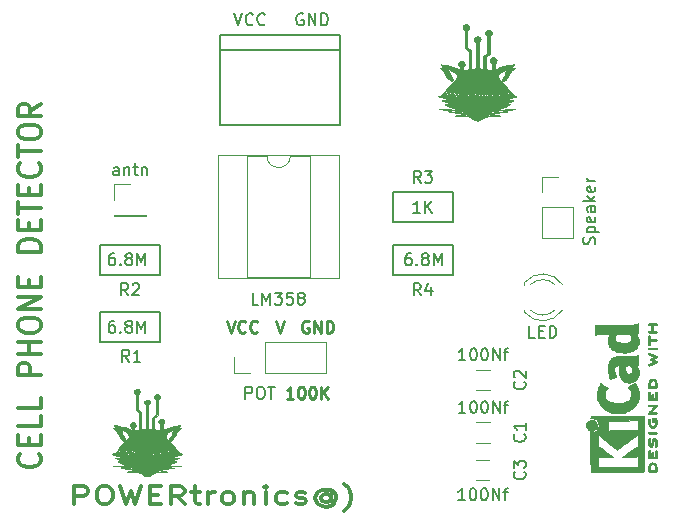
<source format=gbr>
%TF.GenerationSoftware,KiCad,Pcbnew,(5.1.6)-1*%
%TF.CreationDate,2020-09-07T11:58:55+05:30*%
%TF.ProjectId,using lm358,7573696e-6720-46c6-9d33-35382e6b6963,rev?*%
%TF.SameCoordinates,Original*%
%TF.FileFunction,Legend,Top*%
%TF.FilePolarity,Positive*%
%FSLAX46Y46*%
G04 Gerber Fmt 4.6, Leading zero omitted, Abs format (unit mm)*
G04 Created by KiCad (PCBNEW (5.1.6)-1) date 2020-09-07 11:58:55*
%MOMM*%
%LPD*%
G01*
G04 APERTURE LIST*
%ADD10C,0.300000*%
%ADD11C,0.250000*%
%ADD12C,0.010000*%
%ADD13C,0.120000*%
%ADD14C,0.150000*%
G04 APERTURE END LIST*
D10*
X145964285Y-125021428D02*
X146059523Y-125107142D01*
X146154761Y-125364285D01*
X146154761Y-125535714D01*
X146059523Y-125792857D01*
X145869047Y-125964285D01*
X145678571Y-126050000D01*
X145297619Y-126135714D01*
X145011904Y-126135714D01*
X144630952Y-126050000D01*
X144440476Y-125964285D01*
X144250000Y-125792857D01*
X144154761Y-125535714D01*
X144154761Y-125364285D01*
X144250000Y-125107142D01*
X144345238Y-125021428D01*
X145107142Y-124250000D02*
X145107142Y-123650000D01*
X146154761Y-123392857D02*
X146154761Y-124250000D01*
X144154761Y-124250000D01*
X144154761Y-123392857D01*
X146154761Y-121764285D02*
X146154761Y-122621428D01*
X144154761Y-122621428D01*
X146154761Y-120307142D02*
X146154761Y-121164285D01*
X144154761Y-121164285D01*
X146154761Y-118335714D02*
X144154761Y-118335714D01*
X144154761Y-117650000D01*
X144250000Y-117478571D01*
X144345238Y-117392857D01*
X144535714Y-117307142D01*
X144821428Y-117307142D01*
X145011904Y-117392857D01*
X145107142Y-117478571D01*
X145202380Y-117650000D01*
X145202380Y-118335714D01*
X146154761Y-116535714D02*
X144154761Y-116535714D01*
X145107142Y-116535714D02*
X145107142Y-115507142D01*
X146154761Y-115507142D02*
X144154761Y-115507142D01*
X144154761Y-114307142D02*
X144154761Y-113964285D01*
X144250000Y-113792857D01*
X144440476Y-113621428D01*
X144821428Y-113535714D01*
X145488095Y-113535714D01*
X145869047Y-113621428D01*
X146059523Y-113792857D01*
X146154761Y-113964285D01*
X146154761Y-114307142D01*
X146059523Y-114478571D01*
X145869047Y-114650000D01*
X145488095Y-114735714D01*
X144821428Y-114735714D01*
X144440476Y-114650000D01*
X144250000Y-114478571D01*
X144154761Y-114307142D01*
X146154761Y-112764285D02*
X144154761Y-112764285D01*
X146154761Y-111735714D01*
X144154761Y-111735714D01*
X145107142Y-110878571D02*
X145107142Y-110278571D01*
X146154761Y-110021428D02*
X146154761Y-110878571D01*
X144154761Y-110878571D01*
X144154761Y-110021428D01*
X146154761Y-107878571D02*
X144154761Y-107878571D01*
X144154761Y-107450000D01*
X144250000Y-107192857D01*
X144440476Y-107021428D01*
X144630952Y-106935714D01*
X145011904Y-106850000D01*
X145297619Y-106850000D01*
X145678571Y-106935714D01*
X145869047Y-107021428D01*
X146059523Y-107192857D01*
X146154761Y-107450000D01*
X146154761Y-107878571D01*
X145107142Y-106078571D02*
X145107142Y-105478571D01*
X146154761Y-105221428D02*
X146154761Y-106078571D01*
X144154761Y-106078571D01*
X144154761Y-105221428D01*
X144154761Y-104707142D02*
X144154761Y-103678571D01*
X146154761Y-104192857D02*
X144154761Y-104192857D01*
X145107142Y-103078571D02*
X145107142Y-102478571D01*
X146154761Y-102221428D02*
X146154761Y-103078571D01*
X144154761Y-103078571D01*
X144154761Y-102221428D01*
X145964285Y-100421428D02*
X146059523Y-100507142D01*
X146154761Y-100764285D01*
X146154761Y-100935714D01*
X146059523Y-101192857D01*
X145869047Y-101364285D01*
X145678571Y-101450000D01*
X145297619Y-101535714D01*
X145011904Y-101535714D01*
X144630952Y-101450000D01*
X144440476Y-101364285D01*
X144250000Y-101192857D01*
X144154761Y-100935714D01*
X144154761Y-100764285D01*
X144250000Y-100507142D01*
X144345238Y-100421428D01*
X144154761Y-99907142D02*
X144154761Y-98878571D01*
X146154761Y-99392857D02*
X144154761Y-99392857D01*
X144154761Y-97935714D02*
X144154761Y-97592857D01*
X144250000Y-97421428D01*
X144440476Y-97250000D01*
X144821428Y-97164285D01*
X145488095Y-97164285D01*
X145869047Y-97250000D01*
X146059523Y-97421428D01*
X146154761Y-97592857D01*
X146154761Y-97935714D01*
X146059523Y-98107142D01*
X145869047Y-98278571D01*
X145488095Y-98364285D01*
X144821428Y-98364285D01*
X144440476Y-98278571D01*
X144250000Y-98107142D01*
X144154761Y-97935714D01*
X146154761Y-95364285D02*
X145202380Y-95964285D01*
X146154761Y-96392857D02*
X144154761Y-96392857D01*
X144154761Y-95707142D01*
X144250000Y-95535714D01*
X144345238Y-95450000D01*
X144535714Y-95364285D01*
X144821428Y-95364285D01*
X145011904Y-95450000D01*
X145107142Y-95535714D01*
X145202380Y-95707142D01*
X145202380Y-96392857D01*
D11*
X166036666Y-113752380D02*
X166370000Y-114752380D01*
X166703333Y-113752380D01*
X168783095Y-113800000D02*
X168687857Y-113752380D01*
X168545000Y-113752380D01*
X168402142Y-113800000D01*
X168306904Y-113895238D01*
X168259285Y-113990476D01*
X168211666Y-114180952D01*
X168211666Y-114323809D01*
X168259285Y-114514285D01*
X168306904Y-114609523D01*
X168402142Y-114704761D01*
X168545000Y-114752380D01*
X168640238Y-114752380D01*
X168783095Y-114704761D01*
X168830714Y-114657142D01*
X168830714Y-114323809D01*
X168640238Y-114323809D01*
X169259285Y-114752380D02*
X169259285Y-113752380D01*
X169830714Y-114752380D01*
X169830714Y-113752380D01*
X170306904Y-114752380D02*
X170306904Y-113752380D01*
X170545000Y-113752380D01*
X170687857Y-113800000D01*
X170783095Y-113895238D01*
X170830714Y-113990476D01*
X170878333Y-114180952D01*
X170878333Y-114323809D01*
X170830714Y-114514285D01*
X170783095Y-114609523D01*
X170687857Y-114704761D01*
X170545000Y-114752380D01*
X170306904Y-114752380D01*
X161861666Y-113752380D02*
X162195000Y-114752380D01*
X162528333Y-113752380D01*
X163433095Y-114657142D02*
X163385476Y-114704761D01*
X163242619Y-114752380D01*
X163147380Y-114752380D01*
X163004523Y-114704761D01*
X162909285Y-114609523D01*
X162861666Y-114514285D01*
X162814047Y-114323809D01*
X162814047Y-114180952D01*
X162861666Y-113990476D01*
X162909285Y-113895238D01*
X163004523Y-113800000D01*
X163147380Y-113752380D01*
X163242619Y-113752380D01*
X163385476Y-113800000D01*
X163433095Y-113847619D01*
X164433095Y-114657142D02*
X164385476Y-114704761D01*
X164242619Y-114752380D01*
X164147380Y-114752380D01*
X164004523Y-114704761D01*
X163909285Y-114609523D01*
X163861666Y-114514285D01*
X163814047Y-114323809D01*
X163814047Y-114180952D01*
X163861666Y-113990476D01*
X163909285Y-113895238D01*
X164004523Y-113800000D01*
X164147380Y-113752380D01*
X164242619Y-113752380D01*
X164385476Y-113800000D01*
X164433095Y-113847619D01*
D10*
X148940714Y-129253371D02*
X148940714Y-127753371D01*
X149702619Y-127753371D01*
X149893095Y-127824800D01*
X149988333Y-127896228D01*
X150083571Y-128039085D01*
X150083571Y-128253371D01*
X149988333Y-128396228D01*
X149893095Y-128467657D01*
X149702619Y-128539085D01*
X148940714Y-128539085D01*
X151321666Y-127753371D02*
X151702619Y-127753371D01*
X151893095Y-127824800D01*
X152083571Y-127967657D01*
X152178809Y-128253371D01*
X152178809Y-128753371D01*
X152083571Y-129039085D01*
X151893095Y-129181942D01*
X151702619Y-129253371D01*
X151321666Y-129253371D01*
X151131190Y-129181942D01*
X150940714Y-129039085D01*
X150845476Y-128753371D01*
X150845476Y-128253371D01*
X150940714Y-127967657D01*
X151131190Y-127824800D01*
X151321666Y-127753371D01*
X152845476Y-127753371D02*
X153321666Y-129253371D01*
X153702619Y-128181942D01*
X154083571Y-129253371D01*
X154559761Y-127753371D01*
X155321666Y-128467657D02*
X155988333Y-128467657D01*
X156274047Y-129253371D02*
X155321666Y-129253371D01*
X155321666Y-127753371D01*
X156274047Y-127753371D01*
X158274047Y-129253371D02*
X157607380Y-128539085D01*
X157131190Y-129253371D02*
X157131190Y-127753371D01*
X157893095Y-127753371D01*
X158083571Y-127824800D01*
X158178809Y-127896228D01*
X158274047Y-128039085D01*
X158274047Y-128253371D01*
X158178809Y-128396228D01*
X158083571Y-128467657D01*
X157893095Y-128539085D01*
X157131190Y-128539085D01*
X158845476Y-128253371D02*
X159607380Y-128253371D01*
X159131190Y-127753371D02*
X159131190Y-129039085D01*
X159226428Y-129181942D01*
X159416904Y-129253371D01*
X159607380Y-129253371D01*
X160274047Y-129253371D02*
X160274047Y-128253371D01*
X160274047Y-128539085D02*
X160369285Y-128396228D01*
X160464523Y-128324800D01*
X160655000Y-128253371D01*
X160845476Y-128253371D01*
X161797857Y-129253371D02*
X161607380Y-129181942D01*
X161512142Y-129110514D01*
X161416904Y-128967657D01*
X161416904Y-128539085D01*
X161512142Y-128396228D01*
X161607380Y-128324800D01*
X161797857Y-128253371D01*
X162083571Y-128253371D01*
X162274047Y-128324800D01*
X162369285Y-128396228D01*
X162464523Y-128539085D01*
X162464523Y-128967657D01*
X162369285Y-129110514D01*
X162274047Y-129181942D01*
X162083571Y-129253371D01*
X161797857Y-129253371D01*
X163321666Y-128253371D02*
X163321666Y-129253371D01*
X163321666Y-128396228D02*
X163416904Y-128324800D01*
X163607380Y-128253371D01*
X163893095Y-128253371D01*
X164083571Y-128324800D01*
X164178809Y-128467657D01*
X164178809Y-129253371D01*
X165131190Y-129253371D02*
X165131190Y-128253371D01*
X165131190Y-127753371D02*
X165035952Y-127824800D01*
X165131190Y-127896228D01*
X165226428Y-127824800D01*
X165131190Y-127753371D01*
X165131190Y-127896228D01*
X166940714Y-129181942D02*
X166750238Y-129253371D01*
X166369285Y-129253371D01*
X166178809Y-129181942D01*
X166083571Y-129110514D01*
X165988333Y-128967657D01*
X165988333Y-128539085D01*
X166083571Y-128396228D01*
X166178809Y-128324800D01*
X166369285Y-128253371D01*
X166750238Y-128253371D01*
X166940714Y-128324800D01*
X167702619Y-129181942D02*
X167893095Y-129253371D01*
X168274047Y-129253371D01*
X168464523Y-129181942D01*
X168559761Y-129039085D01*
X168559761Y-128967657D01*
X168464523Y-128824800D01*
X168274047Y-128753371D01*
X167988333Y-128753371D01*
X167797857Y-128681942D01*
X167702619Y-128539085D01*
X167702619Y-128467657D01*
X167797857Y-128324800D01*
X167988333Y-128253371D01*
X168274047Y-128253371D01*
X168464523Y-128324800D01*
X170655000Y-128539085D02*
X170559761Y-128467657D01*
X170369285Y-128396228D01*
X170178809Y-128396228D01*
X169988333Y-128467657D01*
X169893095Y-128539085D01*
X169797857Y-128681942D01*
X169797857Y-128824800D01*
X169893095Y-128967657D01*
X169988333Y-129039085D01*
X170178809Y-129110514D01*
X170369285Y-129110514D01*
X170559761Y-129039085D01*
X170655000Y-128967657D01*
X170655000Y-128396228D02*
X170655000Y-128967657D01*
X170750238Y-129039085D01*
X170845476Y-129039085D01*
X171035952Y-128967657D01*
X171131190Y-128824800D01*
X171131190Y-128467657D01*
X170940714Y-128253371D01*
X170655000Y-128110514D01*
X170274047Y-128039085D01*
X169893095Y-128110514D01*
X169607380Y-128253371D01*
X169416904Y-128467657D01*
X169321666Y-128753371D01*
X169416904Y-129039085D01*
X169607380Y-129253371D01*
X169893095Y-129396228D01*
X170274047Y-129467657D01*
X170655000Y-129396228D01*
X170940714Y-129253371D01*
X171797857Y-129824800D02*
X171893095Y-129753371D01*
X172083571Y-129539085D01*
X172178809Y-129396228D01*
X172274047Y-129181942D01*
X172369285Y-128824800D01*
X172369285Y-128539085D01*
X172274047Y-128181942D01*
X172178809Y-127967657D01*
X172083571Y-127824800D01*
X171893095Y-127610514D01*
X171797857Y-127539085D01*
D11*
X167489333Y-120340380D02*
X166917904Y-120340380D01*
X167203619Y-120340380D02*
X167203619Y-119340380D01*
X167108380Y-119483238D01*
X167013142Y-119578476D01*
X166917904Y-119626095D01*
X168108380Y-119340380D02*
X168203619Y-119340380D01*
X168298857Y-119388000D01*
X168346476Y-119435619D01*
X168394095Y-119530857D01*
X168441714Y-119721333D01*
X168441714Y-119959428D01*
X168394095Y-120149904D01*
X168346476Y-120245142D01*
X168298857Y-120292761D01*
X168203619Y-120340380D01*
X168108380Y-120340380D01*
X168013142Y-120292761D01*
X167965523Y-120245142D01*
X167917904Y-120149904D01*
X167870285Y-119959428D01*
X167870285Y-119721333D01*
X167917904Y-119530857D01*
X167965523Y-119435619D01*
X168013142Y-119388000D01*
X168108380Y-119340380D01*
X169060761Y-119340380D02*
X169156000Y-119340380D01*
X169251238Y-119388000D01*
X169298857Y-119435619D01*
X169346476Y-119530857D01*
X169394095Y-119721333D01*
X169394095Y-119959428D01*
X169346476Y-120149904D01*
X169298857Y-120245142D01*
X169251238Y-120292761D01*
X169156000Y-120340380D01*
X169060761Y-120340380D01*
X168965523Y-120292761D01*
X168917904Y-120245142D01*
X168870285Y-120149904D01*
X168822666Y-119959428D01*
X168822666Y-119721333D01*
X168870285Y-119530857D01*
X168917904Y-119435619D01*
X168965523Y-119388000D01*
X169060761Y-119340380D01*
X169822666Y-120340380D02*
X169822666Y-119340380D01*
X170394095Y-120340380D02*
X169965523Y-119768952D01*
X170394095Y-119340380D02*
X169822666Y-119911809D01*
D12*
%TO.C,REF\u002A\u002A*%
G36*
X197519066Y-126371371D02*
G01*
X197519467Y-126331889D01*
X197522259Y-126216200D01*
X197530550Y-126119311D01*
X197545232Y-126037919D01*
X197567193Y-125968723D01*
X197597322Y-125908420D01*
X197636510Y-125853708D01*
X197653532Y-125834167D01*
X197693363Y-125801750D01*
X197747413Y-125772520D01*
X197807323Y-125749991D01*
X197864739Y-125737679D01*
X197885956Y-125736400D01*
X197944769Y-125744417D01*
X198009013Y-125765899D01*
X198069821Y-125796999D01*
X198118330Y-125833866D01*
X198124182Y-125839854D01*
X198165321Y-125890579D01*
X198197435Y-125946125D01*
X198221365Y-126009696D01*
X198237953Y-126084494D01*
X198248041Y-126173722D01*
X198252469Y-126280582D01*
X198252845Y-126329528D01*
X198252545Y-126391762D01*
X198251292Y-126435528D01*
X198248554Y-126464931D01*
X198243801Y-126484079D01*
X198236501Y-126497077D01*
X198230267Y-126504045D01*
X198222694Y-126510626D01*
X198212924Y-126515788D01*
X198198340Y-126519703D01*
X198176326Y-126522543D01*
X198144264Y-126524480D01*
X198099536Y-126525684D01*
X198039526Y-126526328D01*
X197961617Y-126526583D01*
X197885956Y-126526622D01*
X197785041Y-126526870D01*
X197704427Y-126526817D01*
X197665822Y-126525857D01*
X197665822Y-126379867D01*
X198106089Y-126379867D01*
X198106004Y-126286734D01*
X198104396Y-126230693D01*
X198100256Y-126171999D01*
X198094464Y-126123028D01*
X198094226Y-126121538D01*
X198075090Y-126042392D01*
X198045287Y-125981002D01*
X198002878Y-125934305D01*
X197956961Y-125904635D01*
X197906026Y-125886353D01*
X197858200Y-125887771D01*
X197806933Y-125908988D01*
X197753899Y-125950489D01*
X197714600Y-126007998D01*
X197688331Y-126082750D01*
X197679035Y-126132708D01*
X197672507Y-126189416D01*
X197667782Y-126249519D01*
X197665817Y-126300639D01*
X197665808Y-126303667D01*
X197665822Y-126379867D01*
X197665822Y-126525857D01*
X197641851Y-126525260D01*
X197595055Y-126520998D01*
X197561778Y-126512830D01*
X197539759Y-126499556D01*
X197526739Y-126479974D01*
X197520457Y-126452883D01*
X197518653Y-126417082D01*
X197519066Y-126371371D01*
G37*
X197519066Y-126371371D02*
X197519467Y-126331889D01*
X197522259Y-126216200D01*
X197530550Y-126119311D01*
X197545232Y-126037919D01*
X197567193Y-125968723D01*
X197597322Y-125908420D01*
X197636510Y-125853708D01*
X197653532Y-125834167D01*
X197693363Y-125801750D01*
X197747413Y-125772520D01*
X197807323Y-125749991D01*
X197864739Y-125737679D01*
X197885956Y-125736400D01*
X197944769Y-125744417D01*
X198009013Y-125765899D01*
X198069821Y-125796999D01*
X198118330Y-125833866D01*
X198124182Y-125839854D01*
X198165321Y-125890579D01*
X198197435Y-125946125D01*
X198221365Y-126009696D01*
X198237953Y-126084494D01*
X198248041Y-126173722D01*
X198252469Y-126280582D01*
X198252845Y-126329528D01*
X198252545Y-126391762D01*
X198251292Y-126435528D01*
X198248554Y-126464931D01*
X198243801Y-126484079D01*
X198236501Y-126497077D01*
X198230267Y-126504045D01*
X198222694Y-126510626D01*
X198212924Y-126515788D01*
X198198340Y-126519703D01*
X198176326Y-126522543D01*
X198144264Y-126524480D01*
X198099536Y-126525684D01*
X198039526Y-126526328D01*
X197961617Y-126526583D01*
X197885956Y-126526622D01*
X197785041Y-126526870D01*
X197704427Y-126526817D01*
X197665822Y-126525857D01*
X197665822Y-126379867D01*
X198106089Y-126379867D01*
X198106004Y-126286734D01*
X198104396Y-126230693D01*
X198100256Y-126171999D01*
X198094464Y-126123028D01*
X198094226Y-126121538D01*
X198075090Y-126042392D01*
X198045287Y-125981002D01*
X198002878Y-125934305D01*
X197956961Y-125904635D01*
X197906026Y-125886353D01*
X197858200Y-125887771D01*
X197806933Y-125908988D01*
X197753899Y-125950489D01*
X197714600Y-126007998D01*
X197688331Y-126082750D01*
X197679035Y-126132708D01*
X197672507Y-126189416D01*
X197667782Y-126249519D01*
X197665817Y-126300639D01*
X197665808Y-126303667D01*
X197665822Y-126379867D01*
X197665822Y-126525857D01*
X197641851Y-126525260D01*
X197595055Y-126520998D01*
X197561778Y-126512830D01*
X197539759Y-126499556D01*
X197526739Y-126479974D01*
X197520457Y-126452883D01*
X197518653Y-126417082D01*
X197519066Y-126371371D01*
G36*
X197519146Y-124962794D02*
G01*
X197519518Y-124893386D01*
X197520385Y-124840997D01*
X197521946Y-124802847D01*
X197524403Y-124776159D01*
X197527957Y-124758153D01*
X197532810Y-124746049D01*
X197539161Y-124737069D01*
X197542084Y-124733818D01*
X197573142Y-124714043D01*
X197608828Y-124710482D01*
X197640510Y-124723491D01*
X197646913Y-124729506D01*
X197653121Y-124739235D01*
X197657910Y-124754901D01*
X197661514Y-124779408D01*
X197664164Y-124815661D01*
X197666095Y-124866565D01*
X197667539Y-124935026D01*
X197668418Y-124997617D01*
X197671467Y-125245334D01*
X197736378Y-125248719D01*
X197801289Y-125252105D01*
X197801289Y-125083958D01*
X197801919Y-125010959D01*
X197804553Y-124957517D01*
X197810309Y-124920628D01*
X197820304Y-124897288D01*
X197835656Y-124884494D01*
X197857482Y-124879242D01*
X197877738Y-124878445D01*
X197902592Y-124880923D01*
X197920906Y-124890277D01*
X197933637Y-124909383D01*
X197941741Y-124941118D01*
X197946176Y-124988359D01*
X197947899Y-125053983D01*
X197948045Y-125089801D01*
X197948045Y-125250978D01*
X198106089Y-125250978D01*
X198106089Y-125002622D01*
X198106202Y-124921213D01*
X198106712Y-124859342D01*
X198107870Y-124813968D01*
X198109930Y-124782054D01*
X198113146Y-124760559D01*
X198117772Y-124746443D01*
X198124059Y-124736668D01*
X198128667Y-124731689D01*
X198155560Y-124714610D01*
X198179467Y-124709111D01*
X198208667Y-124716963D01*
X198230267Y-124731689D01*
X198237066Y-124739546D01*
X198242346Y-124749688D01*
X198246298Y-124764844D01*
X198249113Y-124787741D01*
X198250982Y-124821109D01*
X198252098Y-124867675D01*
X198252651Y-124930167D01*
X198252833Y-125011314D01*
X198252845Y-125053422D01*
X198252765Y-125143598D01*
X198252398Y-125213924D01*
X198251552Y-125267129D01*
X198250036Y-125305940D01*
X198247659Y-125333087D01*
X198244229Y-125351298D01*
X198239554Y-125363300D01*
X198233444Y-125371822D01*
X198230267Y-125375156D01*
X198222670Y-125381755D01*
X198212870Y-125386927D01*
X198198239Y-125390846D01*
X198176152Y-125393684D01*
X198143982Y-125395615D01*
X198099103Y-125396812D01*
X198038889Y-125397448D01*
X197960713Y-125397697D01*
X197887923Y-125397734D01*
X197794707Y-125397700D01*
X197721431Y-125397465D01*
X197665458Y-125396830D01*
X197624151Y-125395594D01*
X197594872Y-125393556D01*
X197574984Y-125390517D01*
X197561850Y-125386277D01*
X197552832Y-125380635D01*
X197545293Y-125373391D01*
X197543612Y-125371606D01*
X197536172Y-125362945D01*
X197530409Y-125352882D01*
X197526112Y-125338625D01*
X197523064Y-125317383D01*
X197521051Y-125286364D01*
X197519860Y-125242777D01*
X197519275Y-125183831D01*
X197519083Y-125106734D01*
X197519067Y-125052001D01*
X197519146Y-124962794D01*
G37*
X197519146Y-124962794D02*
X197519518Y-124893386D01*
X197520385Y-124840997D01*
X197521946Y-124802847D01*
X197524403Y-124776159D01*
X197527957Y-124758153D01*
X197532810Y-124746049D01*
X197539161Y-124737069D01*
X197542084Y-124733818D01*
X197573142Y-124714043D01*
X197608828Y-124710482D01*
X197640510Y-124723491D01*
X197646913Y-124729506D01*
X197653121Y-124739235D01*
X197657910Y-124754901D01*
X197661514Y-124779408D01*
X197664164Y-124815661D01*
X197666095Y-124866565D01*
X197667539Y-124935026D01*
X197668418Y-124997617D01*
X197671467Y-125245334D01*
X197736378Y-125248719D01*
X197801289Y-125252105D01*
X197801289Y-125083958D01*
X197801919Y-125010959D01*
X197804553Y-124957517D01*
X197810309Y-124920628D01*
X197820304Y-124897288D01*
X197835656Y-124884494D01*
X197857482Y-124879242D01*
X197877738Y-124878445D01*
X197902592Y-124880923D01*
X197920906Y-124890277D01*
X197933637Y-124909383D01*
X197941741Y-124941118D01*
X197946176Y-124988359D01*
X197947899Y-125053983D01*
X197948045Y-125089801D01*
X197948045Y-125250978D01*
X198106089Y-125250978D01*
X198106089Y-125002622D01*
X198106202Y-124921213D01*
X198106712Y-124859342D01*
X198107870Y-124813968D01*
X198109930Y-124782054D01*
X198113146Y-124760559D01*
X198117772Y-124746443D01*
X198124059Y-124736668D01*
X198128667Y-124731689D01*
X198155560Y-124714610D01*
X198179467Y-124709111D01*
X198208667Y-124716963D01*
X198230267Y-124731689D01*
X198237066Y-124739546D01*
X198242346Y-124749688D01*
X198246298Y-124764844D01*
X198249113Y-124787741D01*
X198250982Y-124821109D01*
X198252098Y-124867675D01*
X198252651Y-124930167D01*
X198252833Y-125011314D01*
X198252845Y-125053422D01*
X198252765Y-125143598D01*
X198252398Y-125213924D01*
X198251552Y-125267129D01*
X198250036Y-125305940D01*
X198247659Y-125333087D01*
X198244229Y-125351298D01*
X198239554Y-125363300D01*
X198233444Y-125371822D01*
X198230267Y-125375156D01*
X198222670Y-125381755D01*
X198212870Y-125386927D01*
X198198239Y-125390846D01*
X198176152Y-125393684D01*
X198143982Y-125395615D01*
X198099103Y-125396812D01*
X198038889Y-125397448D01*
X197960713Y-125397697D01*
X197887923Y-125397734D01*
X197794707Y-125397700D01*
X197721431Y-125397465D01*
X197665458Y-125396830D01*
X197624151Y-125395594D01*
X197594872Y-125393556D01*
X197574984Y-125390517D01*
X197561850Y-125386277D01*
X197552832Y-125380635D01*
X197545293Y-125373391D01*
X197543612Y-125371606D01*
X197536172Y-125362945D01*
X197530409Y-125352882D01*
X197526112Y-125338625D01*
X197523064Y-125317383D01*
X197521051Y-125286364D01*
X197519860Y-125242777D01*
X197519275Y-125183831D01*
X197519083Y-125106734D01*
X197519067Y-125052001D01*
X197519146Y-124962794D01*
G36*
X197520351Y-123941703D02*
G01*
X197525581Y-123866888D01*
X197533750Y-123797306D01*
X197544550Y-123737002D01*
X197557673Y-123690020D01*
X197572813Y-123660406D01*
X197577269Y-123655860D01*
X197611850Y-123640054D01*
X197647351Y-123644847D01*
X197677725Y-123669364D01*
X197678596Y-123670534D01*
X197687954Y-123684954D01*
X197692876Y-123700008D01*
X197693473Y-123721005D01*
X197689861Y-123753257D01*
X197682154Y-123802073D01*
X197681505Y-123806000D01*
X197672569Y-123878739D01*
X197668161Y-123957217D01*
X197668119Y-124035927D01*
X197672279Y-124109361D01*
X197680479Y-124172011D01*
X197692557Y-124218370D01*
X197693771Y-124221416D01*
X197712615Y-124255048D01*
X197731685Y-124266864D01*
X197750439Y-124257614D01*
X197768337Y-124228047D01*
X197784837Y-124178911D01*
X197799396Y-124110957D01*
X197806406Y-124065645D01*
X197819889Y-123971456D01*
X197832214Y-123896544D01*
X197844449Y-123837717D01*
X197857661Y-123791785D01*
X197872917Y-123755555D01*
X197891285Y-123725838D01*
X197913831Y-123699442D01*
X197935971Y-123678230D01*
X197966819Y-123653065D01*
X197993345Y-123640681D01*
X198026026Y-123636808D01*
X198037995Y-123636667D01*
X198077712Y-123639576D01*
X198107259Y-123651202D01*
X198133486Y-123671323D01*
X198173576Y-123712216D01*
X198204149Y-123757817D01*
X198226203Y-123811513D01*
X198240735Y-123876692D01*
X198248741Y-123956744D01*
X198251218Y-124055057D01*
X198251177Y-124071289D01*
X198249818Y-124136849D01*
X198246730Y-124201866D01*
X198242356Y-124259252D01*
X198237140Y-124301922D01*
X198236541Y-124305372D01*
X198226491Y-124347796D01*
X198213796Y-124383780D01*
X198202190Y-124404150D01*
X198171572Y-124423107D01*
X198135918Y-124424427D01*
X198104144Y-124408085D01*
X198100551Y-124404429D01*
X198089876Y-124389315D01*
X198085276Y-124370415D01*
X198086059Y-124341162D01*
X198090127Y-124305651D01*
X198093762Y-124265970D01*
X198096828Y-124210345D01*
X198099053Y-124145406D01*
X198100164Y-124077785D01*
X198100237Y-124060000D01*
X198099964Y-123992128D01*
X198098646Y-123942454D01*
X198095827Y-123906610D01*
X198091050Y-123880224D01*
X198083857Y-123858926D01*
X198077867Y-123846126D01*
X198061233Y-123818000D01*
X198046168Y-123800068D01*
X198041897Y-123797447D01*
X198024263Y-123802976D01*
X198007192Y-123829260D01*
X197991458Y-123874478D01*
X197977838Y-123936808D01*
X197974804Y-123955171D01*
X197959738Y-124051090D01*
X197947146Y-124127641D01*
X197936111Y-124187780D01*
X197925720Y-124234460D01*
X197915056Y-124270637D01*
X197903205Y-124299265D01*
X197889251Y-124323298D01*
X197872281Y-124345692D01*
X197851378Y-124369402D01*
X197844049Y-124377380D01*
X197816699Y-124405353D01*
X197795029Y-124420160D01*
X197770232Y-124425952D01*
X197738983Y-124426889D01*
X197677705Y-124416575D01*
X197625640Y-124385752D01*
X197582958Y-124334595D01*
X197549825Y-124263283D01*
X197534964Y-124212400D01*
X197525366Y-124157100D01*
X197519936Y-124090853D01*
X197518367Y-124017706D01*
X197520351Y-123941703D01*
G37*
X197520351Y-123941703D02*
X197525581Y-123866888D01*
X197533750Y-123797306D01*
X197544550Y-123737002D01*
X197557673Y-123690020D01*
X197572813Y-123660406D01*
X197577269Y-123655860D01*
X197611850Y-123640054D01*
X197647351Y-123644847D01*
X197677725Y-123669364D01*
X197678596Y-123670534D01*
X197687954Y-123684954D01*
X197692876Y-123700008D01*
X197693473Y-123721005D01*
X197689861Y-123753257D01*
X197682154Y-123802073D01*
X197681505Y-123806000D01*
X197672569Y-123878739D01*
X197668161Y-123957217D01*
X197668119Y-124035927D01*
X197672279Y-124109361D01*
X197680479Y-124172011D01*
X197692557Y-124218370D01*
X197693771Y-124221416D01*
X197712615Y-124255048D01*
X197731685Y-124266864D01*
X197750439Y-124257614D01*
X197768337Y-124228047D01*
X197784837Y-124178911D01*
X197799396Y-124110957D01*
X197806406Y-124065645D01*
X197819889Y-123971456D01*
X197832214Y-123896544D01*
X197844449Y-123837717D01*
X197857661Y-123791785D01*
X197872917Y-123755555D01*
X197891285Y-123725838D01*
X197913831Y-123699442D01*
X197935971Y-123678230D01*
X197966819Y-123653065D01*
X197993345Y-123640681D01*
X198026026Y-123636808D01*
X198037995Y-123636667D01*
X198077712Y-123639576D01*
X198107259Y-123651202D01*
X198133486Y-123671323D01*
X198173576Y-123712216D01*
X198204149Y-123757817D01*
X198226203Y-123811513D01*
X198240735Y-123876692D01*
X198248741Y-123956744D01*
X198251218Y-124055057D01*
X198251177Y-124071289D01*
X198249818Y-124136849D01*
X198246730Y-124201866D01*
X198242356Y-124259252D01*
X198237140Y-124301922D01*
X198236541Y-124305372D01*
X198226491Y-124347796D01*
X198213796Y-124383780D01*
X198202190Y-124404150D01*
X198171572Y-124423107D01*
X198135918Y-124424427D01*
X198104144Y-124408085D01*
X198100551Y-124404429D01*
X198089876Y-124389315D01*
X198085276Y-124370415D01*
X198086059Y-124341162D01*
X198090127Y-124305651D01*
X198093762Y-124265970D01*
X198096828Y-124210345D01*
X198099053Y-124145406D01*
X198100164Y-124077785D01*
X198100237Y-124060000D01*
X198099964Y-123992128D01*
X198098646Y-123942454D01*
X198095827Y-123906610D01*
X198091050Y-123880224D01*
X198083857Y-123858926D01*
X198077867Y-123846126D01*
X198061233Y-123818000D01*
X198046168Y-123800068D01*
X198041897Y-123797447D01*
X198024263Y-123802976D01*
X198007192Y-123829260D01*
X197991458Y-123874478D01*
X197977838Y-123936808D01*
X197974804Y-123955171D01*
X197959738Y-124051090D01*
X197947146Y-124127641D01*
X197936111Y-124187780D01*
X197925720Y-124234460D01*
X197915056Y-124270637D01*
X197903205Y-124299265D01*
X197889251Y-124323298D01*
X197872281Y-124345692D01*
X197851378Y-124369402D01*
X197844049Y-124377380D01*
X197816699Y-124405353D01*
X197795029Y-124420160D01*
X197770232Y-124425952D01*
X197738983Y-124426889D01*
X197677705Y-124416575D01*
X197625640Y-124385752D01*
X197582958Y-124334595D01*
X197549825Y-124263283D01*
X197534964Y-124212400D01*
X197525366Y-124157100D01*
X197519936Y-124090853D01*
X197518367Y-124017706D01*
X197520351Y-123941703D01*
G36*
X197541645Y-123173822D02*
G01*
X197549218Y-123167242D01*
X197558987Y-123162079D01*
X197573571Y-123158164D01*
X197595585Y-123155324D01*
X197627648Y-123153387D01*
X197672375Y-123152183D01*
X197732385Y-123151539D01*
X197810294Y-123151284D01*
X197885956Y-123151245D01*
X197979802Y-123151314D01*
X198053689Y-123151638D01*
X198110232Y-123152386D01*
X198152049Y-123153732D01*
X198181757Y-123155846D01*
X198201973Y-123158900D01*
X198215314Y-123163066D01*
X198224398Y-123168516D01*
X198230267Y-123173822D01*
X198249947Y-123206826D01*
X198248181Y-123241991D01*
X198226717Y-123273455D01*
X198218337Y-123280684D01*
X198208614Y-123286334D01*
X198194861Y-123290599D01*
X198174389Y-123293673D01*
X198144512Y-123295752D01*
X198102541Y-123297030D01*
X198045789Y-123297701D01*
X197971567Y-123297959D01*
X197887537Y-123298000D01*
X197574485Y-123298000D01*
X197546776Y-123270291D01*
X197523463Y-123236137D01*
X197522623Y-123203006D01*
X197541645Y-123173822D01*
G37*
X197541645Y-123173822D02*
X197549218Y-123167242D01*
X197558987Y-123162079D01*
X197573571Y-123158164D01*
X197595585Y-123155324D01*
X197627648Y-123153387D01*
X197672375Y-123152183D01*
X197732385Y-123151539D01*
X197810294Y-123151284D01*
X197885956Y-123151245D01*
X197979802Y-123151314D01*
X198053689Y-123151638D01*
X198110232Y-123152386D01*
X198152049Y-123153732D01*
X198181757Y-123155846D01*
X198201973Y-123158900D01*
X198215314Y-123163066D01*
X198224398Y-123168516D01*
X198230267Y-123173822D01*
X198249947Y-123206826D01*
X198248181Y-123241991D01*
X198226717Y-123273455D01*
X198218337Y-123280684D01*
X198208614Y-123286334D01*
X198194861Y-123290599D01*
X198174389Y-123293673D01*
X198144512Y-123295752D01*
X198102541Y-123297030D01*
X198045789Y-123297701D01*
X197971567Y-123297959D01*
X197887537Y-123298000D01*
X197574485Y-123298000D01*
X197546776Y-123270291D01*
X197523463Y-123236137D01*
X197522623Y-123203006D01*
X197541645Y-123173822D01*
G36*
X197524599Y-122200081D02*
G01*
X197536095Y-122131565D01*
X197553967Y-122078943D01*
X197577499Y-122044708D01*
X197590924Y-122035379D01*
X197622148Y-122025893D01*
X197650395Y-122032277D01*
X197677182Y-122052430D01*
X197689713Y-122083745D01*
X197688696Y-122129183D01*
X197681906Y-122164326D01*
X197668971Y-122242419D01*
X197667742Y-122322226D01*
X197678241Y-122411555D01*
X197682690Y-122436229D01*
X197706108Y-122519291D01*
X197740945Y-122584273D01*
X197786604Y-122630461D01*
X197842494Y-122657145D01*
X197871388Y-122662663D01*
X197930012Y-122659051D01*
X197981879Y-122635729D01*
X198025978Y-122594824D01*
X198061299Y-122538459D01*
X198086829Y-122468760D01*
X198101559Y-122387852D01*
X198104478Y-122297860D01*
X198094575Y-122200910D01*
X198093641Y-122195436D01*
X198086459Y-122156875D01*
X198079521Y-122135494D01*
X198069227Y-122126227D01*
X198051976Y-122124006D01*
X198042841Y-122123956D01*
X198004489Y-122123956D01*
X198004489Y-122192431D01*
X198000347Y-122252900D01*
X197987147Y-122294165D01*
X197963730Y-122318175D01*
X197928936Y-122326877D01*
X197924394Y-122326983D01*
X197894654Y-122321892D01*
X197873419Y-122304433D01*
X197859366Y-122271939D01*
X197851173Y-122221743D01*
X197848161Y-122173123D01*
X197846433Y-122102456D01*
X197849070Y-122051198D01*
X197858800Y-122016239D01*
X197878353Y-121994470D01*
X197910456Y-121982780D01*
X197957838Y-121978060D01*
X198020071Y-121977200D01*
X198089535Y-121978609D01*
X198136786Y-121982848D01*
X198162012Y-121989936D01*
X198163988Y-121991311D01*
X198195508Y-122030228D01*
X198220470Y-122087286D01*
X198238340Y-122158869D01*
X198248586Y-122241358D01*
X198250673Y-122331139D01*
X198244068Y-122424592D01*
X198235956Y-122479556D01*
X198211554Y-122565766D01*
X198171662Y-122645892D01*
X198119887Y-122712977D01*
X198109539Y-122723173D01*
X198066035Y-122756302D01*
X198012118Y-122786194D01*
X197955592Y-122809357D01*
X197904259Y-122822298D01*
X197884544Y-122823858D01*
X197843419Y-122817218D01*
X197792252Y-122799568D01*
X197738394Y-122774297D01*
X197689195Y-122744789D01*
X197656334Y-122718719D01*
X197607452Y-122657765D01*
X197568545Y-122578969D01*
X197540494Y-122485157D01*
X197524179Y-122379150D01*
X197520192Y-122282000D01*
X197524599Y-122200081D01*
G37*
X197524599Y-122200081D02*
X197536095Y-122131565D01*
X197553967Y-122078943D01*
X197577499Y-122044708D01*
X197590924Y-122035379D01*
X197622148Y-122025893D01*
X197650395Y-122032277D01*
X197677182Y-122052430D01*
X197689713Y-122083745D01*
X197688696Y-122129183D01*
X197681906Y-122164326D01*
X197668971Y-122242419D01*
X197667742Y-122322226D01*
X197678241Y-122411555D01*
X197682690Y-122436229D01*
X197706108Y-122519291D01*
X197740945Y-122584273D01*
X197786604Y-122630461D01*
X197842494Y-122657145D01*
X197871388Y-122662663D01*
X197930012Y-122659051D01*
X197981879Y-122635729D01*
X198025978Y-122594824D01*
X198061299Y-122538459D01*
X198086829Y-122468760D01*
X198101559Y-122387852D01*
X198104478Y-122297860D01*
X198094575Y-122200910D01*
X198093641Y-122195436D01*
X198086459Y-122156875D01*
X198079521Y-122135494D01*
X198069227Y-122126227D01*
X198051976Y-122124006D01*
X198042841Y-122123956D01*
X198004489Y-122123956D01*
X198004489Y-122192431D01*
X198000347Y-122252900D01*
X197987147Y-122294165D01*
X197963730Y-122318175D01*
X197928936Y-122326877D01*
X197924394Y-122326983D01*
X197894654Y-122321892D01*
X197873419Y-122304433D01*
X197859366Y-122271939D01*
X197851173Y-122221743D01*
X197848161Y-122173123D01*
X197846433Y-122102456D01*
X197849070Y-122051198D01*
X197858800Y-122016239D01*
X197878353Y-121994470D01*
X197910456Y-121982780D01*
X197957838Y-121978060D01*
X198020071Y-121977200D01*
X198089535Y-121978609D01*
X198136786Y-121982848D01*
X198162012Y-121989936D01*
X198163988Y-121991311D01*
X198195508Y-122030228D01*
X198220470Y-122087286D01*
X198238340Y-122158869D01*
X198248586Y-122241358D01*
X198250673Y-122331139D01*
X198244068Y-122424592D01*
X198235956Y-122479556D01*
X198211554Y-122565766D01*
X198171662Y-122645892D01*
X198119887Y-122712977D01*
X198109539Y-122723173D01*
X198066035Y-122756302D01*
X198012118Y-122786194D01*
X197955592Y-122809357D01*
X197904259Y-122822298D01*
X197884544Y-122823858D01*
X197843419Y-122817218D01*
X197792252Y-122799568D01*
X197738394Y-122774297D01*
X197689195Y-122744789D01*
X197656334Y-122718719D01*
X197607452Y-122657765D01*
X197568545Y-122578969D01*
X197540494Y-122485157D01*
X197524179Y-122379150D01*
X197520192Y-122282000D01*
X197524599Y-122200081D01*
G36*
X197523448Y-121550114D02*
G01*
X197537273Y-121526548D01*
X197559881Y-121495735D01*
X197592338Y-121456078D01*
X197635708Y-121405980D01*
X197691058Y-121343843D01*
X197759451Y-121268072D01*
X197838084Y-121181334D01*
X198001878Y-121000711D01*
X197782029Y-120995067D01*
X197706351Y-120993029D01*
X197649994Y-120991063D01*
X197609706Y-120988734D01*
X197582235Y-120985606D01*
X197564329Y-120981245D01*
X197552737Y-120975216D01*
X197544208Y-120967084D01*
X197540623Y-120962772D01*
X197521670Y-120928241D01*
X197524441Y-120895383D01*
X197540633Y-120869318D01*
X197562199Y-120842667D01*
X197877151Y-120839352D01*
X197969779Y-120838435D01*
X198042544Y-120837968D01*
X198098161Y-120838113D01*
X198139342Y-120839032D01*
X198168803Y-120840887D01*
X198189255Y-120843839D01*
X198203413Y-120848050D01*
X198213991Y-120853682D01*
X198222474Y-120859927D01*
X198238207Y-120873439D01*
X198248636Y-120886883D01*
X198252639Y-120902124D01*
X198249094Y-120921026D01*
X198236879Y-120945455D01*
X198214871Y-120977273D01*
X198181949Y-121018348D01*
X198136991Y-121070542D01*
X198078875Y-121135722D01*
X198012099Y-121209556D01*
X197771458Y-121474845D01*
X197990589Y-121480489D01*
X198066128Y-121482531D01*
X198122354Y-121484502D01*
X198162524Y-121486839D01*
X198189896Y-121489981D01*
X198207728Y-121494364D01*
X198219279Y-121500424D01*
X198227807Y-121508600D01*
X198231282Y-121512784D01*
X198250372Y-121549765D01*
X198247493Y-121584708D01*
X198223100Y-121615136D01*
X198213286Y-121622097D01*
X198201826Y-121627523D01*
X198185968Y-121631603D01*
X198162963Y-121634529D01*
X198130062Y-121636492D01*
X198084516Y-121637683D01*
X198023573Y-121638292D01*
X197944486Y-121638511D01*
X197885956Y-121638534D01*
X197794407Y-121638460D01*
X197722687Y-121638113D01*
X197668045Y-121637301D01*
X197627732Y-121635833D01*
X197598998Y-121633519D01*
X197579093Y-121630167D01*
X197565268Y-121625588D01*
X197554772Y-121619589D01*
X197548811Y-121615136D01*
X197534691Y-121603850D01*
X197524029Y-121593301D01*
X197517892Y-121581893D01*
X197517343Y-121568030D01*
X197523448Y-121550114D01*
G37*
X197523448Y-121550114D02*
X197537273Y-121526548D01*
X197559881Y-121495735D01*
X197592338Y-121456078D01*
X197635708Y-121405980D01*
X197691058Y-121343843D01*
X197759451Y-121268072D01*
X197838084Y-121181334D01*
X198001878Y-121000711D01*
X197782029Y-120995067D01*
X197706351Y-120993029D01*
X197649994Y-120991063D01*
X197609706Y-120988734D01*
X197582235Y-120985606D01*
X197564329Y-120981245D01*
X197552737Y-120975216D01*
X197544208Y-120967084D01*
X197540623Y-120962772D01*
X197521670Y-120928241D01*
X197524441Y-120895383D01*
X197540633Y-120869318D01*
X197562199Y-120842667D01*
X197877151Y-120839352D01*
X197969779Y-120838435D01*
X198042544Y-120837968D01*
X198098161Y-120838113D01*
X198139342Y-120839032D01*
X198168803Y-120840887D01*
X198189255Y-120843839D01*
X198203413Y-120848050D01*
X198213991Y-120853682D01*
X198222474Y-120859927D01*
X198238207Y-120873439D01*
X198248636Y-120886883D01*
X198252639Y-120902124D01*
X198249094Y-120921026D01*
X198236879Y-120945455D01*
X198214871Y-120977273D01*
X198181949Y-121018348D01*
X198136991Y-121070542D01*
X198078875Y-121135722D01*
X198012099Y-121209556D01*
X197771458Y-121474845D01*
X197990589Y-121480489D01*
X198066128Y-121482531D01*
X198122354Y-121484502D01*
X198162524Y-121486839D01*
X198189896Y-121489981D01*
X198207728Y-121494364D01*
X198219279Y-121500424D01*
X198227807Y-121508600D01*
X198231282Y-121512784D01*
X198250372Y-121549765D01*
X198247493Y-121584708D01*
X198223100Y-121615136D01*
X198213286Y-121622097D01*
X198201826Y-121627523D01*
X198185968Y-121631603D01*
X198162963Y-121634529D01*
X198130062Y-121636492D01*
X198084516Y-121637683D01*
X198023573Y-121638292D01*
X197944486Y-121638511D01*
X197885956Y-121638534D01*
X197794407Y-121638460D01*
X197722687Y-121638113D01*
X197668045Y-121637301D01*
X197627732Y-121635833D01*
X197598998Y-121633519D01*
X197579093Y-121630167D01*
X197565268Y-121625588D01*
X197554772Y-121619589D01*
X197548811Y-121615136D01*
X197534691Y-121603850D01*
X197524029Y-121593301D01*
X197517892Y-121581893D01*
X197517343Y-121568030D01*
X197523448Y-121550114D01*
G36*
X197519260Y-120019657D02*
G01*
X197520174Y-119943299D01*
X197522311Y-119884783D01*
X197526175Y-119841745D01*
X197532267Y-119811817D01*
X197541090Y-119792632D01*
X197553146Y-119781824D01*
X197568939Y-119777027D01*
X197588970Y-119775873D01*
X197591335Y-119775867D01*
X197613992Y-119776869D01*
X197631503Y-119781604D01*
X197644574Y-119792667D01*
X197653913Y-119812652D01*
X197660227Y-119844154D01*
X197664222Y-119889768D01*
X197666606Y-119952087D01*
X197668086Y-120033707D01*
X197668414Y-120058723D01*
X197671467Y-120300800D01*
X197736378Y-120304186D01*
X197801289Y-120307571D01*
X197801289Y-120139424D01*
X197801531Y-120073734D01*
X197802556Y-120026828D01*
X197804811Y-119994917D01*
X197808742Y-119974209D01*
X197814798Y-119960916D01*
X197823424Y-119951245D01*
X197823493Y-119951183D01*
X197857112Y-119933644D01*
X197893448Y-119934278D01*
X197924423Y-119952686D01*
X197927607Y-119956329D01*
X197935812Y-119969259D01*
X197941521Y-119986976D01*
X197945162Y-120013430D01*
X197947167Y-120052568D01*
X197947964Y-120108338D01*
X197948045Y-120144006D01*
X197948045Y-120306445D01*
X198106089Y-120306445D01*
X198106089Y-120059839D01*
X198106231Y-119978420D01*
X198106814Y-119916590D01*
X198108068Y-119871363D01*
X198110227Y-119839752D01*
X198113523Y-119818769D01*
X198118189Y-119805427D01*
X198124457Y-119796739D01*
X198126733Y-119794550D01*
X198158280Y-119778386D01*
X198194168Y-119777203D01*
X198225285Y-119790464D01*
X198235271Y-119800957D01*
X198240769Y-119811871D01*
X198245022Y-119828783D01*
X198248180Y-119854367D01*
X198250392Y-119891299D01*
X198251806Y-119942254D01*
X198252572Y-120009906D01*
X198252838Y-120096931D01*
X198252845Y-120116606D01*
X198252787Y-120205089D01*
X198252467Y-120273773D01*
X198251667Y-120325436D01*
X198250167Y-120362855D01*
X198247749Y-120388810D01*
X198244194Y-120406078D01*
X198239282Y-120417438D01*
X198232795Y-120425668D01*
X198228138Y-120430183D01*
X198219889Y-120436979D01*
X198209669Y-120442288D01*
X198194800Y-120446294D01*
X198172602Y-120449179D01*
X198140393Y-120451126D01*
X198095496Y-120452319D01*
X198035228Y-120452939D01*
X197956911Y-120453171D01*
X197890994Y-120453200D01*
X197798628Y-120453129D01*
X197726117Y-120452792D01*
X197670737Y-120452002D01*
X197629765Y-120450574D01*
X197600478Y-120448321D01*
X197580153Y-120445057D01*
X197566066Y-120440596D01*
X197555495Y-120434752D01*
X197548811Y-120429803D01*
X197519067Y-120406406D01*
X197519067Y-120116226D01*
X197519260Y-120019657D01*
G37*
X197519260Y-120019657D02*
X197520174Y-119943299D01*
X197522311Y-119884783D01*
X197526175Y-119841745D01*
X197532267Y-119811817D01*
X197541090Y-119792632D01*
X197553146Y-119781824D01*
X197568939Y-119777027D01*
X197588970Y-119775873D01*
X197591335Y-119775867D01*
X197613992Y-119776869D01*
X197631503Y-119781604D01*
X197644574Y-119792667D01*
X197653913Y-119812652D01*
X197660227Y-119844154D01*
X197664222Y-119889768D01*
X197666606Y-119952087D01*
X197668086Y-120033707D01*
X197668414Y-120058723D01*
X197671467Y-120300800D01*
X197736378Y-120304186D01*
X197801289Y-120307571D01*
X197801289Y-120139424D01*
X197801531Y-120073734D01*
X197802556Y-120026828D01*
X197804811Y-119994917D01*
X197808742Y-119974209D01*
X197814798Y-119960916D01*
X197823424Y-119951245D01*
X197823493Y-119951183D01*
X197857112Y-119933644D01*
X197893448Y-119934278D01*
X197924423Y-119952686D01*
X197927607Y-119956329D01*
X197935812Y-119969259D01*
X197941521Y-119986976D01*
X197945162Y-120013430D01*
X197947167Y-120052568D01*
X197947964Y-120108338D01*
X197948045Y-120144006D01*
X197948045Y-120306445D01*
X198106089Y-120306445D01*
X198106089Y-120059839D01*
X198106231Y-119978420D01*
X198106814Y-119916590D01*
X198108068Y-119871363D01*
X198110227Y-119839752D01*
X198113523Y-119818769D01*
X198118189Y-119805427D01*
X198124457Y-119796739D01*
X198126733Y-119794550D01*
X198158280Y-119778386D01*
X198194168Y-119777203D01*
X198225285Y-119790464D01*
X198235271Y-119800957D01*
X198240769Y-119811871D01*
X198245022Y-119828783D01*
X198248180Y-119854367D01*
X198250392Y-119891299D01*
X198251806Y-119942254D01*
X198252572Y-120009906D01*
X198252838Y-120096931D01*
X198252845Y-120116606D01*
X198252787Y-120205089D01*
X198252467Y-120273773D01*
X198251667Y-120325436D01*
X198250167Y-120362855D01*
X198247749Y-120388810D01*
X198244194Y-120406078D01*
X198239282Y-120417438D01*
X198232795Y-120425668D01*
X198228138Y-120430183D01*
X198219889Y-120436979D01*
X198209669Y-120442288D01*
X198194800Y-120446294D01*
X198172602Y-120449179D01*
X198140393Y-120451126D01*
X198095496Y-120452319D01*
X198035228Y-120452939D01*
X197956911Y-120453171D01*
X197890994Y-120453200D01*
X197798628Y-120453129D01*
X197726117Y-120452792D01*
X197670737Y-120452002D01*
X197629765Y-120450574D01*
X197600478Y-120448321D01*
X197580153Y-120445057D01*
X197566066Y-120440596D01*
X197555495Y-120434752D01*
X197548811Y-120429803D01*
X197519067Y-120406406D01*
X197519067Y-120116226D01*
X197519260Y-120019657D01*
G36*
X197519275Y-119231691D02*
G01*
X197523636Y-119102712D01*
X197536861Y-118993009D01*
X197559741Y-118900774D01*
X197593070Y-118824198D01*
X197637638Y-118761473D01*
X197694236Y-118710788D01*
X197763658Y-118670337D01*
X197765351Y-118669541D01*
X197827483Y-118645399D01*
X197882509Y-118636797D01*
X197937887Y-118643769D01*
X198001073Y-118666346D01*
X198010689Y-118670628D01*
X198066966Y-118699828D01*
X198110451Y-118732644D01*
X198147417Y-118774998D01*
X198184135Y-118832810D01*
X198186052Y-118836169D01*
X198210227Y-118886496D01*
X198228282Y-118943379D01*
X198240839Y-119010473D01*
X198248522Y-119091435D01*
X198251953Y-119189918D01*
X198252251Y-119224714D01*
X198252845Y-119390406D01*
X198223100Y-119413803D01*
X198213319Y-119420743D01*
X198201897Y-119426158D01*
X198186095Y-119430235D01*
X198163175Y-119433163D01*
X198130396Y-119435133D01*
X198106089Y-119435775D01*
X198106089Y-119279156D01*
X198106089Y-119185274D01*
X198104483Y-119130336D01*
X198100255Y-119073940D01*
X198094292Y-119027655D01*
X198093790Y-119024861D01*
X198071736Y-118942652D01*
X198038600Y-118878886D01*
X197992847Y-118831548D01*
X197932939Y-118798618D01*
X197917061Y-118792892D01*
X197892333Y-118787279D01*
X197867902Y-118789709D01*
X197835400Y-118801533D01*
X197819434Y-118808660D01*
X197777006Y-118832000D01*
X197747240Y-118860120D01*
X197726511Y-118891060D01*
X197699537Y-118953034D01*
X197679998Y-119032349D01*
X197668746Y-119124747D01*
X197666270Y-119191667D01*
X197665822Y-119279156D01*
X198106089Y-119279156D01*
X198106089Y-119435775D01*
X198085021Y-119436332D01*
X198024311Y-119436950D01*
X197945526Y-119437175D01*
X197883920Y-119437200D01*
X197574485Y-119437200D01*
X197546776Y-119409491D01*
X197535544Y-119397194D01*
X197527853Y-119383897D01*
X197523040Y-119365328D01*
X197520446Y-119337214D01*
X197519410Y-119295283D01*
X197519270Y-119235263D01*
X197519275Y-119231691D01*
G37*
X197519275Y-119231691D02*
X197523636Y-119102712D01*
X197536861Y-118993009D01*
X197559741Y-118900774D01*
X197593070Y-118824198D01*
X197637638Y-118761473D01*
X197694236Y-118710788D01*
X197763658Y-118670337D01*
X197765351Y-118669541D01*
X197827483Y-118645399D01*
X197882509Y-118636797D01*
X197937887Y-118643769D01*
X198001073Y-118666346D01*
X198010689Y-118670628D01*
X198066966Y-118699828D01*
X198110451Y-118732644D01*
X198147417Y-118774998D01*
X198184135Y-118832810D01*
X198186052Y-118836169D01*
X198210227Y-118886496D01*
X198228282Y-118943379D01*
X198240839Y-119010473D01*
X198248522Y-119091435D01*
X198251953Y-119189918D01*
X198252251Y-119224714D01*
X198252845Y-119390406D01*
X198223100Y-119413803D01*
X198213319Y-119420743D01*
X198201897Y-119426158D01*
X198186095Y-119430235D01*
X198163175Y-119433163D01*
X198130396Y-119435133D01*
X198106089Y-119435775D01*
X198106089Y-119279156D01*
X198106089Y-119185274D01*
X198104483Y-119130336D01*
X198100255Y-119073940D01*
X198094292Y-119027655D01*
X198093790Y-119024861D01*
X198071736Y-118942652D01*
X198038600Y-118878886D01*
X197992847Y-118831548D01*
X197932939Y-118798618D01*
X197917061Y-118792892D01*
X197892333Y-118787279D01*
X197867902Y-118789709D01*
X197835400Y-118801533D01*
X197819434Y-118808660D01*
X197777006Y-118832000D01*
X197747240Y-118860120D01*
X197726511Y-118891060D01*
X197699537Y-118953034D01*
X197679998Y-119032349D01*
X197668746Y-119124747D01*
X197666270Y-119191667D01*
X197665822Y-119279156D01*
X198106089Y-119279156D01*
X198106089Y-119435775D01*
X198085021Y-119436332D01*
X198024311Y-119436950D01*
X197945526Y-119437175D01*
X197883920Y-119437200D01*
X197574485Y-119437200D01*
X197546776Y-119409491D01*
X197535544Y-119397194D01*
X197527853Y-119383897D01*
X197523040Y-119365328D01*
X197520446Y-119337214D01*
X197519410Y-119295283D01*
X197519270Y-119235263D01*
X197519275Y-119231691D01*
G36*
X197521034Y-116505335D02*
G01*
X197528035Y-116485745D01*
X197528377Y-116484990D01*
X197548678Y-116458387D01*
X197569561Y-116443730D01*
X197579352Y-116440862D01*
X197592361Y-116441004D01*
X197610895Y-116445039D01*
X197637257Y-116453854D01*
X197673752Y-116468331D01*
X197722687Y-116489355D01*
X197786365Y-116517812D01*
X197867093Y-116554585D01*
X197911216Y-116574825D01*
X197989985Y-116611375D01*
X198062423Y-116645685D01*
X198125880Y-116676448D01*
X198177708Y-116702352D01*
X198215259Y-116722090D01*
X198235884Y-116734350D01*
X198238733Y-116736776D01*
X198251302Y-116767817D01*
X198249619Y-116802879D01*
X198234332Y-116831000D01*
X198233089Y-116832146D01*
X198216154Y-116843332D01*
X198183170Y-116862096D01*
X198138380Y-116886125D01*
X198086032Y-116913103D01*
X198066742Y-116922799D01*
X197920150Y-116995986D01*
X198079393Y-117075760D01*
X198134415Y-117104233D01*
X198182132Y-117130650D01*
X198218893Y-117152852D01*
X198241044Y-117168681D01*
X198245741Y-117174046D01*
X198252102Y-117215743D01*
X198238733Y-117250151D01*
X198224446Y-117260272D01*
X198192692Y-117277786D01*
X198146597Y-117301265D01*
X198089285Y-117329280D01*
X198023880Y-117360401D01*
X197953507Y-117393201D01*
X197881291Y-117426250D01*
X197810355Y-117458119D01*
X197743825Y-117487381D01*
X197684826Y-117512605D01*
X197636481Y-117532364D01*
X197601915Y-117545228D01*
X197584253Y-117549769D01*
X197583613Y-117549723D01*
X197561388Y-117538674D01*
X197538753Y-117516590D01*
X197537768Y-117515290D01*
X197522425Y-117488147D01*
X197522574Y-117463042D01*
X197525466Y-117453632D01*
X197531718Y-117442166D01*
X197544014Y-117429990D01*
X197564908Y-117415643D01*
X197596949Y-117397664D01*
X197642688Y-117374593D01*
X197704677Y-117344970D01*
X197761898Y-117318255D01*
X197828226Y-117287520D01*
X197887874Y-117259979D01*
X197937725Y-117237062D01*
X197974664Y-117220202D01*
X197995573Y-117210827D01*
X197998845Y-117209460D01*
X197993497Y-117203311D01*
X197971109Y-117189178D01*
X197934946Y-117168943D01*
X197888277Y-117144485D01*
X197869022Y-117134752D01*
X197804004Y-117101783D01*
X197756654Y-117076357D01*
X197724219Y-117056388D01*
X197703946Y-117039790D01*
X197693082Y-117024476D01*
X197688875Y-117008360D01*
X197688400Y-116997857D01*
X197690042Y-116979330D01*
X197696831Y-116963096D01*
X197711566Y-116946965D01*
X197737044Y-116928749D01*
X197776061Y-116906261D01*
X197831414Y-116877311D01*
X197862903Y-116861338D01*
X197913087Y-116835430D01*
X197954704Y-116812833D01*
X197984242Y-116795542D01*
X197998189Y-116785550D01*
X197998770Y-116784191D01*
X197987793Y-116777739D01*
X197959290Y-116763292D01*
X197916244Y-116742297D01*
X197861638Y-116716203D01*
X197798454Y-116686454D01*
X197767071Y-116671820D01*
X197686078Y-116633750D01*
X197623756Y-116603095D01*
X197578071Y-116578263D01*
X197546989Y-116557663D01*
X197528478Y-116539702D01*
X197520504Y-116522790D01*
X197521034Y-116505335D01*
G37*
X197521034Y-116505335D02*
X197528035Y-116485745D01*
X197528377Y-116484990D01*
X197548678Y-116458387D01*
X197569561Y-116443730D01*
X197579352Y-116440862D01*
X197592361Y-116441004D01*
X197610895Y-116445039D01*
X197637257Y-116453854D01*
X197673752Y-116468331D01*
X197722687Y-116489355D01*
X197786365Y-116517812D01*
X197867093Y-116554585D01*
X197911216Y-116574825D01*
X197989985Y-116611375D01*
X198062423Y-116645685D01*
X198125880Y-116676448D01*
X198177708Y-116702352D01*
X198215259Y-116722090D01*
X198235884Y-116734350D01*
X198238733Y-116736776D01*
X198251302Y-116767817D01*
X198249619Y-116802879D01*
X198234332Y-116831000D01*
X198233089Y-116832146D01*
X198216154Y-116843332D01*
X198183170Y-116862096D01*
X198138380Y-116886125D01*
X198086032Y-116913103D01*
X198066742Y-116922799D01*
X197920150Y-116995986D01*
X198079393Y-117075760D01*
X198134415Y-117104233D01*
X198182132Y-117130650D01*
X198218893Y-117152852D01*
X198241044Y-117168681D01*
X198245741Y-117174046D01*
X198252102Y-117215743D01*
X198238733Y-117250151D01*
X198224446Y-117260272D01*
X198192692Y-117277786D01*
X198146597Y-117301265D01*
X198089285Y-117329280D01*
X198023880Y-117360401D01*
X197953507Y-117393201D01*
X197881291Y-117426250D01*
X197810355Y-117458119D01*
X197743825Y-117487381D01*
X197684826Y-117512605D01*
X197636481Y-117532364D01*
X197601915Y-117545228D01*
X197584253Y-117549769D01*
X197583613Y-117549723D01*
X197561388Y-117538674D01*
X197538753Y-117516590D01*
X197537768Y-117515290D01*
X197522425Y-117488147D01*
X197522574Y-117463042D01*
X197525466Y-117453632D01*
X197531718Y-117442166D01*
X197544014Y-117429990D01*
X197564908Y-117415643D01*
X197596949Y-117397664D01*
X197642688Y-117374593D01*
X197704677Y-117344970D01*
X197761898Y-117318255D01*
X197828226Y-117287520D01*
X197887874Y-117259979D01*
X197937725Y-117237062D01*
X197974664Y-117220202D01*
X197995573Y-117210827D01*
X197998845Y-117209460D01*
X197993497Y-117203311D01*
X197971109Y-117189178D01*
X197934946Y-117168943D01*
X197888277Y-117144485D01*
X197869022Y-117134752D01*
X197804004Y-117101783D01*
X197756654Y-117076357D01*
X197724219Y-117056388D01*
X197703946Y-117039790D01*
X197693082Y-117024476D01*
X197688875Y-117008360D01*
X197688400Y-116997857D01*
X197690042Y-116979330D01*
X197696831Y-116963096D01*
X197711566Y-116946965D01*
X197737044Y-116928749D01*
X197776061Y-116906261D01*
X197831414Y-116877311D01*
X197862903Y-116861338D01*
X197913087Y-116835430D01*
X197954704Y-116812833D01*
X197984242Y-116795542D01*
X197998189Y-116785550D01*
X197998770Y-116784191D01*
X197987793Y-116777739D01*
X197959290Y-116763292D01*
X197916244Y-116742297D01*
X197861638Y-116716203D01*
X197798454Y-116686454D01*
X197767071Y-116671820D01*
X197686078Y-116633750D01*
X197623756Y-116603095D01*
X197578071Y-116578263D01*
X197546989Y-116557663D01*
X197528478Y-116539702D01*
X197520504Y-116522790D01*
X197521034Y-116505335D01*
G36*
X197525877Y-116061386D02*
G01*
X197540647Y-116037673D01*
X197562227Y-116011022D01*
X197883773Y-116011022D01*
X197977830Y-116011107D01*
X198051932Y-116011471D01*
X198108704Y-116012276D01*
X198150768Y-116013687D01*
X198180748Y-116015867D01*
X198201267Y-116018979D01*
X198214949Y-116023186D01*
X198224416Y-116028652D01*
X198229082Y-116032528D01*
X198249575Y-116063966D01*
X198248739Y-116099767D01*
X198231264Y-116131127D01*
X198209684Y-116157778D01*
X197562227Y-116157778D01*
X197540647Y-116131127D01*
X197524949Y-116105406D01*
X197519067Y-116084400D01*
X197525877Y-116061386D01*
G37*
X197525877Y-116061386D02*
X197540647Y-116037673D01*
X197562227Y-116011022D01*
X197883773Y-116011022D01*
X197977830Y-116011107D01*
X198051932Y-116011471D01*
X198108704Y-116012276D01*
X198150768Y-116013687D01*
X198180748Y-116015867D01*
X198201267Y-116018979D01*
X198214949Y-116023186D01*
X198224416Y-116028652D01*
X198229082Y-116032528D01*
X198249575Y-116063966D01*
X198248739Y-116099767D01*
X198231264Y-116131127D01*
X198209684Y-116157778D01*
X197562227Y-116157778D01*
X197540647Y-116131127D01*
X197524949Y-116105406D01*
X197519067Y-116084400D01*
X197525877Y-116061386D01*
G36*
X197519163Y-115286935D02*
G01*
X197519542Y-115208228D01*
X197520333Y-115147137D01*
X197521670Y-115101183D01*
X197523683Y-115067886D01*
X197526506Y-115044764D01*
X197530269Y-115029338D01*
X197535105Y-115019129D01*
X197538822Y-115014187D01*
X197571358Y-114988543D01*
X197605138Y-114985441D01*
X197635826Y-115001289D01*
X197648089Y-115011652D01*
X197656450Y-115022804D01*
X197661657Y-115038965D01*
X197664457Y-115064358D01*
X197665596Y-115103202D01*
X197665821Y-115159720D01*
X197665822Y-115170820D01*
X197665822Y-115316756D01*
X197936756Y-115316756D01*
X198022154Y-115316852D01*
X198087864Y-115317289D01*
X198136774Y-115318288D01*
X198171773Y-115320072D01*
X198195749Y-115322863D01*
X198211593Y-115326883D01*
X198222191Y-115332355D01*
X198230267Y-115339334D01*
X198250112Y-115372266D01*
X198248548Y-115406646D01*
X198225906Y-115437824D01*
X198223100Y-115440114D01*
X198212492Y-115447571D01*
X198200081Y-115453253D01*
X198182850Y-115457399D01*
X198157784Y-115460250D01*
X198121867Y-115462046D01*
X198072083Y-115463028D01*
X198005417Y-115463436D01*
X197929589Y-115463511D01*
X197665822Y-115463511D01*
X197665822Y-115602873D01*
X197665418Y-115662678D01*
X197663840Y-115704082D01*
X197660547Y-115731252D01*
X197654992Y-115748354D01*
X197646631Y-115759557D01*
X197645178Y-115760917D01*
X197611939Y-115777275D01*
X197574362Y-115775828D01*
X197541645Y-115757022D01*
X197535298Y-115749750D01*
X197530266Y-115740373D01*
X197526396Y-115726391D01*
X197523537Y-115705304D01*
X197521535Y-115674611D01*
X197520239Y-115631811D01*
X197519498Y-115574405D01*
X197519158Y-115499890D01*
X197519068Y-115405767D01*
X197519067Y-115385740D01*
X197519163Y-115286935D01*
G37*
X197519163Y-115286935D02*
X197519542Y-115208228D01*
X197520333Y-115147137D01*
X197521670Y-115101183D01*
X197523683Y-115067886D01*
X197526506Y-115044764D01*
X197530269Y-115029338D01*
X197535105Y-115019129D01*
X197538822Y-115014187D01*
X197571358Y-114988543D01*
X197605138Y-114985441D01*
X197635826Y-115001289D01*
X197648089Y-115011652D01*
X197656450Y-115022804D01*
X197661657Y-115038965D01*
X197664457Y-115064358D01*
X197665596Y-115103202D01*
X197665821Y-115159720D01*
X197665822Y-115170820D01*
X197665822Y-115316756D01*
X197936756Y-115316756D01*
X198022154Y-115316852D01*
X198087864Y-115317289D01*
X198136774Y-115318288D01*
X198171773Y-115320072D01*
X198195749Y-115322863D01*
X198211593Y-115326883D01*
X198222191Y-115332355D01*
X198230267Y-115339334D01*
X198250112Y-115372266D01*
X198248548Y-115406646D01*
X198225906Y-115437824D01*
X198223100Y-115440114D01*
X198212492Y-115447571D01*
X198200081Y-115453253D01*
X198182850Y-115457399D01*
X198157784Y-115460250D01*
X198121867Y-115462046D01*
X198072083Y-115463028D01*
X198005417Y-115463436D01*
X197929589Y-115463511D01*
X197665822Y-115463511D01*
X197665822Y-115602873D01*
X197665418Y-115662678D01*
X197663840Y-115704082D01*
X197660547Y-115731252D01*
X197654992Y-115748354D01*
X197646631Y-115759557D01*
X197645178Y-115760917D01*
X197611939Y-115777275D01*
X197574362Y-115775828D01*
X197541645Y-115757022D01*
X197535298Y-115749750D01*
X197530266Y-115740373D01*
X197526396Y-115726391D01*
X197523537Y-115705304D01*
X197521535Y-115674611D01*
X197520239Y-115631811D01*
X197519498Y-115574405D01*
X197519158Y-115499890D01*
X197519068Y-115405767D01*
X197519067Y-115385740D01*
X197519163Y-115286935D01*
G36*
X197524533Y-114021177D02*
G01*
X197546776Y-113989798D01*
X197574485Y-113962089D01*
X197883920Y-113962089D01*
X197975799Y-113962162D01*
X198047840Y-113962505D01*
X198102780Y-113963308D01*
X198143360Y-113964759D01*
X198172317Y-113967048D01*
X198192391Y-113970364D01*
X198206321Y-113974895D01*
X198216845Y-113980831D01*
X198223100Y-113985486D01*
X198247673Y-114016217D01*
X198250341Y-114051504D01*
X198235271Y-114083755D01*
X198226374Y-114094412D01*
X198214557Y-114101536D01*
X198195526Y-114105833D01*
X198164992Y-114108009D01*
X198118662Y-114108772D01*
X198082871Y-114108845D01*
X197948045Y-114108845D01*
X197948045Y-114605556D01*
X198070700Y-114605556D01*
X198126787Y-114606069D01*
X198165333Y-114608124D01*
X198191361Y-114612492D01*
X198209897Y-114619944D01*
X198223100Y-114628953D01*
X198247604Y-114659856D01*
X198250506Y-114694804D01*
X198233089Y-114728262D01*
X198223959Y-114737396D01*
X198211855Y-114743848D01*
X198193001Y-114748103D01*
X198163620Y-114750648D01*
X198119937Y-114751971D01*
X198058175Y-114752557D01*
X198044000Y-114752625D01*
X197927631Y-114753109D01*
X197831727Y-114753359D01*
X197754177Y-114753277D01*
X197692869Y-114752769D01*
X197645690Y-114751738D01*
X197610530Y-114750087D01*
X197585276Y-114747721D01*
X197567817Y-114744543D01*
X197556041Y-114740456D01*
X197547835Y-114735366D01*
X197541645Y-114729734D01*
X197521844Y-114697872D01*
X197524533Y-114664643D01*
X197546776Y-114633265D01*
X197561126Y-114620567D01*
X197576978Y-114612474D01*
X197599554Y-114607958D01*
X197634078Y-114605994D01*
X197685776Y-114605556D01*
X197801289Y-114605556D01*
X197801289Y-114108845D01*
X197682756Y-114108845D01*
X197628148Y-114108338D01*
X197591275Y-114106302D01*
X197567307Y-114101965D01*
X197551415Y-114094553D01*
X197541645Y-114086267D01*
X197521844Y-114054406D01*
X197524533Y-114021177D01*
G37*
X197524533Y-114021177D02*
X197546776Y-113989798D01*
X197574485Y-113962089D01*
X197883920Y-113962089D01*
X197975799Y-113962162D01*
X198047840Y-113962505D01*
X198102780Y-113963308D01*
X198143360Y-113964759D01*
X198172317Y-113967048D01*
X198192391Y-113970364D01*
X198206321Y-113974895D01*
X198216845Y-113980831D01*
X198223100Y-113985486D01*
X198247673Y-114016217D01*
X198250341Y-114051504D01*
X198235271Y-114083755D01*
X198226374Y-114094412D01*
X198214557Y-114101536D01*
X198195526Y-114105833D01*
X198164992Y-114108009D01*
X198118662Y-114108772D01*
X198082871Y-114108845D01*
X197948045Y-114108845D01*
X197948045Y-114605556D01*
X198070700Y-114605556D01*
X198126787Y-114606069D01*
X198165333Y-114608124D01*
X198191361Y-114612492D01*
X198209897Y-114619944D01*
X198223100Y-114628953D01*
X198247604Y-114659856D01*
X198250506Y-114694804D01*
X198233089Y-114728262D01*
X198223959Y-114737396D01*
X198211855Y-114743848D01*
X198193001Y-114748103D01*
X198163620Y-114750648D01*
X198119937Y-114751971D01*
X198058175Y-114752557D01*
X198044000Y-114752625D01*
X197927631Y-114753109D01*
X197831727Y-114753359D01*
X197754177Y-114753277D01*
X197692869Y-114752769D01*
X197645690Y-114751738D01*
X197610530Y-114750087D01*
X197585276Y-114747721D01*
X197567817Y-114744543D01*
X197556041Y-114740456D01*
X197547835Y-114735366D01*
X197541645Y-114729734D01*
X197521844Y-114697872D01*
X197524533Y-114664643D01*
X197546776Y-114633265D01*
X197561126Y-114620567D01*
X197576978Y-114612474D01*
X197599554Y-114607958D01*
X197634078Y-114605994D01*
X197685776Y-114605556D01*
X197801289Y-114605556D01*
X197801289Y-114108845D01*
X197682756Y-114108845D01*
X197628148Y-114108338D01*
X197591275Y-114106302D01*
X197567307Y-114101965D01*
X197551415Y-114094553D01*
X197541645Y-114086267D01*
X197521844Y-114054406D01*
X197524533Y-114021177D01*
G36*
X192739054Y-123196400D02*
G01*
X192852993Y-123185535D01*
X192960616Y-123153918D01*
X193059615Y-123103015D01*
X193147684Y-123034293D01*
X193222516Y-122949219D01*
X193280384Y-122852232D01*
X193320005Y-122745964D01*
X193338573Y-122638950D01*
X193337434Y-122533300D01*
X193317930Y-122431125D01*
X193281406Y-122334534D01*
X193229205Y-122245638D01*
X193162673Y-122166546D01*
X193083152Y-122099369D01*
X192991987Y-122046217D01*
X192890523Y-122009199D01*
X192780102Y-121990427D01*
X192730206Y-121988489D01*
X192642267Y-121988489D01*
X192642267Y-121936560D01*
X192645111Y-121900253D01*
X192656911Y-121873355D01*
X192680649Y-121846249D01*
X192719031Y-121807867D01*
X194910602Y-121807867D01*
X195172739Y-121807876D01*
X195413241Y-121807908D01*
X195633048Y-121807972D01*
X195833101Y-121808076D01*
X196014344Y-121808227D01*
X196177716Y-121808434D01*
X196324160Y-121808706D01*
X196454617Y-121809050D01*
X196570029Y-121809474D01*
X196671338Y-121809987D01*
X196759484Y-121810597D01*
X196835410Y-121811312D01*
X196900057Y-121812140D01*
X196954367Y-121813089D01*
X196999280Y-121814167D01*
X197035740Y-121815383D01*
X197064687Y-121816745D01*
X197087063Y-121818261D01*
X197103809Y-121819938D01*
X197115868Y-121821786D01*
X197124180Y-121823813D01*
X197129687Y-121826025D01*
X197131537Y-121827108D01*
X197138549Y-121831271D01*
X197144996Y-121834805D01*
X197150900Y-121838635D01*
X197156286Y-121843682D01*
X197161178Y-121850871D01*
X197165598Y-121861123D01*
X197169572Y-121875364D01*
X197173121Y-121894514D01*
X197176270Y-121919499D01*
X197179042Y-121951240D01*
X197181461Y-121990662D01*
X197183551Y-122038686D01*
X197185335Y-122096237D01*
X197186837Y-122164237D01*
X197188080Y-122243610D01*
X197189089Y-122335279D01*
X197189885Y-122440166D01*
X197190494Y-122559196D01*
X197190939Y-122693290D01*
X197191243Y-122843373D01*
X197191430Y-123010367D01*
X197191524Y-123195196D01*
X197191548Y-123398783D01*
X197191525Y-123622050D01*
X197191480Y-123865922D01*
X197191437Y-124131321D01*
X197191432Y-124169704D01*
X197191389Y-124436682D01*
X197191318Y-124682002D01*
X197191213Y-124906583D01*
X197191066Y-125111345D01*
X197190869Y-125297206D01*
X197190616Y-125465088D01*
X197190300Y-125615908D01*
X197189913Y-125750587D01*
X197189447Y-125870044D01*
X197188897Y-125975199D01*
X197188253Y-126066971D01*
X197187511Y-126146279D01*
X197186661Y-126214043D01*
X197185697Y-126271182D01*
X197184611Y-126318617D01*
X197183397Y-126357266D01*
X197182047Y-126388049D01*
X197180555Y-126411885D01*
X197178911Y-126429694D01*
X197177111Y-126442395D01*
X197175145Y-126450908D01*
X197173477Y-126455266D01*
X197169906Y-126463728D01*
X197167270Y-126471497D01*
X197164634Y-126478602D01*
X197161062Y-126485073D01*
X197155621Y-126490939D01*
X197147375Y-126496229D01*
X197135390Y-126500974D01*
X197118731Y-126505202D01*
X197096463Y-126508943D01*
X197067652Y-126512227D01*
X197031363Y-126515083D01*
X196986661Y-126517540D01*
X196932611Y-126519629D01*
X196868279Y-126521378D01*
X196792730Y-126522817D01*
X196705030Y-126523976D01*
X196604243Y-126524883D01*
X196489434Y-126525569D01*
X196359670Y-126526063D01*
X196214015Y-126526395D01*
X196051535Y-126526593D01*
X195871295Y-126526687D01*
X195672360Y-126526708D01*
X195453796Y-126526685D01*
X195214668Y-126526646D01*
X194954040Y-126526622D01*
X194911889Y-126526622D01*
X194648992Y-126526636D01*
X194407732Y-126526661D01*
X194187165Y-126526671D01*
X193986352Y-126526642D01*
X193804349Y-126526548D01*
X193640216Y-126526362D01*
X193493011Y-126526059D01*
X193361792Y-126525614D01*
X193251867Y-126525034D01*
X193251867Y-126222197D01*
X193309711Y-126182407D01*
X193325479Y-126171236D01*
X193339441Y-126161166D01*
X193352784Y-126152138D01*
X193366693Y-126144097D01*
X193382356Y-126136986D01*
X193400958Y-126130747D01*
X193423686Y-126125325D01*
X193451727Y-126120662D01*
X193486267Y-126116701D01*
X193528492Y-126113385D01*
X193579589Y-126110659D01*
X193640744Y-126108464D01*
X193713144Y-126106745D01*
X193797975Y-126105444D01*
X193896422Y-126104505D01*
X194009674Y-126103870D01*
X194138916Y-126103484D01*
X194285334Y-126103288D01*
X194450116Y-126103227D01*
X194634447Y-126103243D01*
X194839513Y-126103280D01*
X194962133Y-126103289D01*
X195179082Y-126103265D01*
X195374642Y-126103231D01*
X195549999Y-126103243D01*
X195706341Y-126103358D01*
X195844857Y-126103630D01*
X195966734Y-126104118D01*
X196073160Y-126104876D01*
X196165322Y-126105962D01*
X196244409Y-126107431D01*
X196311608Y-126109340D01*
X196368107Y-126111744D01*
X196415093Y-126114701D01*
X196453755Y-126118266D01*
X196485280Y-126122495D01*
X196510855Y-126127446D01*
X196531670Y-126133173D01*
X196548911Y-126139733D01*
X196563765Y-126147183D01*
X196577422Y-126155579D01*
X196591069Y-126164976D01*
X196605893Y-126175432D01*
X196614783Y-126181523D01*
X196672400Y-126220296D01*
X196672400Y-125688732D01*
X196672365Y-125565483D01*
X196672215Y-125462987D01*
X196671878Y-125379420D01*
X196671286Y-125312956D01*
X196670367Y-125261771D01*
X196669051Y-125224041D01*
X196667269Y-125197940D01*
X196664951Y-125181644D01*
X196662026Y-125173328D01*
X196658424Y-125171168D01*
X196654075Y-125173339D01*
X196652645Y-125174535D01*
X196615573Y-125199685D01*
X196562772Y-125225583D01*
X196500770Y-125249192D01*
X196474357Y-125257461D01*
X196456416Y-125262078D01*
X196435355Y-125265979D01*
X196409089Y-125269248D01*
X196375532Y-125271966D01*
X196332599Y-125274215D01*
X196278204Y-125276077D01*
X196210262Y-125277636D01*
X196126688Y-125278972D01*
X196025395Y-125280169D01*
X195904300Y-125281308D01*
X195859600Y-125281685D01*
X195734449Y-125282702D01*
X195630082Y-125283460D01*
X195544707Y-125283903D01*
X195476533Y-125283970D01*
X195423765Y-125283605D01*
X195384614Y-125282748D01*
X195357285Y-125281341D01*
X195339986Y-125279325D01*
X195330926Y-125276643D01*
X195328312Y-125273236D01*
X195330351Y-125269044D01*
X195334667Y-125264571D01*
X195347602Y-125254216D01*
X195376676Y-125232158D01*
X195419759Y-125199957D01*
X195474718Y-125159174D01*
X195539423Y-125111370D01*
X195611742Y-125058105D01*
X195689544Y-125000940D01*
X195770698Y-124941437D01*
X195853072Y-124881155D01*
X195934536Y-124821655D01*
X196012957Y-124764498D01*
X196086204Y-124711245D01*
X196152147Y-124663457D01*
X196208654Y-124622693D01*
X196253593Y-124590516D01*
X196284834Y-124568485D01*
X196291466Y-124563917D01*
X196328369Y-124540996D01*
X196376359Y-124514188D01*
X196425897Y-124488789D01*
X196432577Y-124485568D01*
X196480772Y-124463890D01*
X196518334Y-124451304D01*
X196554160Y-124445574D01*
X196596200Y-124444456D01*
X196672400Y-124445090D01*
X196672400Y-123290651D01*
X196578669Y-123381815D01*
X196528775Y-123428612D01*
X196472295Y-123478899D01*
X196418026Y-123524944D01*
X196392673Y-123545369D01*
X196353128Y-123575807D01*
X196299916Y-123615862D01*
X196234667Y-123664361D01*
X196159011Y-123720135D01*
X196074577Y-123782011D01*
X195982994Y-123848819D01*
X195885892Y-123919387D01*
X195784901Y-123992545D01*
X195681650Y-124067121D01*
X195577768Y-124141944D01*
X195474885Y-124215843D01*
X195374631Y-124287646D01*
X195278636Y-124356184D01*
X195188527Y-124420284D01*
X195105936Y-124478775D01*
X195032492Y-124530486D01*
X194969824Y-124574247D01*
X194919561Y-124608885D01*
X194883334Y-124633230D01*
X194862771Y-124646111D01*
X194858668Y-124647869D01*
X194847342Y-124639910D01*
X194820162Y-124619115D01*
X194778829Y-124586847D01*
X194725044Y-124544470D01*
X194660506Y-124493347D01*
X194586918Y-124434841D01*
X194505978Y-124370314D01*
X194419388Y-124301131D01*
X194328848Y-124228653D01*
X194236060Y-124154246D01*
X194161702Y-124094517D01*
X194161702Y-123083511D01*
X194174659Y-123077602D01*
X194196908Y-123063272D01*
X194198391Y-123062225D01*
X194228544Y-123043438D01*
X194265375Y-123023791D01*
X194273511Y-123019892D01*
X194281940Y-123016356D01*
X194292059Y-123013230D01*
X194305260Y-123010486D01*
X194322938Y-123008092D01*
X194346484Y-123006019D01*
X194377293Y-123004235D01*
X194416757Y-123002712D01*
X194466269Y-123001419D01*
X194527223Y-123000326D01*
X194601011Y-122999403D01*
X194689028Y-122998619D01*
X194792665Y-122997945D01*
X194913316Y-122997350D01*
X195052374Y-122996805D01*
X195211232Y-122996279D01*
X195390089Y-122995745D01*
X195575207Y-122995206D01*
X195739145Y-122994772D01*
X195883303Y-122994509D01*
X196009079Y-122994484D01*
X196117871Y-122994765D01*
X196211077Y-122995419D01*
X196290097Y-122996514D01*
X196356328Y-122998118D01*
X196411170Y-123000297D01*
X196456021Y-123003119D01*
X196492278Y-123006651D01*
X196521341Y-123010961D01*
X196544609Y-123016117D01*
X196563479Y-123022185D01*
X196579351Y-123029233D01*
X196593622Y-123037329D01*
X196607691Y-123046540D01*
X196620158Y-123055040D01*
X196646452Y-123072176D01*
X196664037Y-123082322D01*
X196667257Y-123083511D01*
X196668334Y-123072604D01*
X196669335Y-123041411D01*
X196670235Y-122992223D01*
X196671010Y-122927333D01*
X196671637Y-122849030D01*
X196672091Y-122759607D01*
X196672349Y-122661356D01*
X196672400Y-122592445D01*
X196672180Y-122487452D01*
X196671548Y-122390610D01*
X196670549Y-122304107D01*
X196669227Y-122230132D01*
X196667626Y-122170874D01*
X196665791Y-122128520D01*
X196663765Y-122105260D01*
X196662493Y-122101378D01*
X196647591Y-122109076D01*
X196639560Y-122117074D01*
X196622434Y-122130246D01*
X196592183Y-122147485D01*
X196567622Y-122159407D01*
X196508711Y-122186045D01*
X195331845Y-122189120D01*
X194154978Y-122192195D01*
X194154978Y-122637853D01*
X194155142Y-122735670D01*
X194155611Y-122826064D01*
X194156347Y-122906630D01*
X194157316Y-122974962D01*
X194158480Y-123028656D01*
X194159803Y-123065305D01*
X194161249Y-123082504D01*
X194161702Y-123083511D01*
X194161702Y-124094517D01*
X194142722Y-124079270D01*
X194050537Y-124005090D01*
X193961204Y-123933069D01*
X193876424Y-123864569D01*
X193797898Y-123800955D01*
X193727326Y-123743588D01*
X193666409Y-123693833D01*
X193616847Y-123653052D01*
X193596178Y-123635888D01*
X193495516Y-123549596D01*
X193412259Y-123472997D01*
X193344438Y-123404183D01*
X193290089Y-123341248D01*
X193282722Y-123331867D01*
X193252117Y-123292356D01*
X193251867Y-124424116D01*
X193299844Y-124418827D01*
X193357188Y-124422130D01*
X193425463Y-124443661D01*
X193505212Y-124483635D01*
X193577495Y-124528943D01*
X193600140Y-124545161D01*
X193637696Y-124573214D01*
X193688021Y-124611430D01*
X193748973Y-124658137D01*
X193818411Y-124711661D01*
X193894194Y-124770331D01*
X193974180Y-124832475D01*
X194056228Y-124896421D01*
X194138196Y-124960495D01*
X194217943Y-125023027D01*
X194293327Y-125082343D01*
X194362207Y-125136771D01*
X194422442Y-125184639D01*
X194471889Y-125224275D01*
X194508408Y-125254006D01*
X194529858Y-125272161D01*
X194533156Y-125275220D01*
X194525149Y-125278079D01*
X194494855Y-125280293D01*
X194442556Y-125281857D01*
X194368531Y-125282767D01*
X194273063Y-125283020D01*
X194156434Y-125282613D01*
X194036445Y-125281704D01*
X193904333Y-125280382D01*
X193792594Y-125278857D01*
X193699025Y-125276881D01*
X193621419Y-125274206D01*
X193557574Y-125270582D01*
X193505283Y-125265761D01*
X193462344Y-125259494D01*
X193426551Y-125251532D01*
X193395700Y-125241627D01*
X193367586Y-125229531D01*
X193340005Y-125214993D01*
X193314966Y-125200311D01*
X193251867Y-125162314D01*
X193251867Y-126222197D01*
X193251867Y-126525034D01*
X193245617Y-126525001D01*
X193143544Y-126524195D01*
X193054633Y-126523170D01*
X192977941Y-126521900D01*
X192912527Y-126520360D01*
X192857449Y-126518524D01*
X192811765Y-126516367D01*
X192774534Y-126513863D01*
X192744813Y-126510987D01*
X192721662Y-126507713D01*
X192704139Y-126504015D01*
X192691301Y-126499869D01*
X192682208Y-126495247D01*
X192675918Y-126490126D01*
X192671488Y-126484478D01*
X192667978Y-126478279D01*
X192664445Y-126471504D01*
X192660876Y-126465508D01*
X192658300Y-126460275D01*
X192655972Y-126452099D01*
X192653878Y-126439886D01*
X192652007Y-126422541D01*
X192650347Y-126398969D01*
X192648884Y-126368077D01*
X192647608Y-126328768D01*
X192646504Y-126279950D01*
X192645561Y-126220527D01*
X192644767Y-126149404D01*
X192644109Y-126065488D01*
X192643575Y-125967683D01*
X192643153Y-125854894D01*
X192642829Y-125726029D01*
X192642592Y-125579991D01*
X192642430Y-125415686D01*
X192642330Y-125232020D01*
X192642280Y-125027897D01*
X192642267Y-124816753D01*
X192642267Y-123196400D01*
X192739054Y-123196400D01*
G37*
X192739054Y-123196400D02*
X192852993Y-123185535D01*
X192960616Y-123153918D01*
X193059615Y-123103015D01*
X193147684Y-123034293D01*
X193222516Y-122949219D01*
X193280384Y-122852232D01*
X193320005Y-122745964D01*
X193338573Y-122638950D01*
X193337434Y-122533300D01*
X193317930Y-122431125D01*
X193281406Y-122334534D01*
X193229205Y-122245638D01*
X193162673Y-122166546D01*
X193083152Y-122099369D01*
X192991987Y-122046217D01*
X192890523Y-122009199D01*
X192780102Y-121990427D01*
X192730206Y-121988489D01*
X192642267Y-121988489D01*
X192642267Y-121936560D01*
X192645111Y-121900253D01*
X192656911Y-121873355D01*
X192680649Y-121846249D01*
X192719031Y-121807867D01*
X194910602Y-121807867D01*
X195172739Y-121807876D01*
X195413241Y-121807908D01*
X195633048Y-121807972D01*
X195833101Y-121808076D01*
X196014344Y-121808227D01*
X196177716Y-121808434D01*
X196324160Y-121808706D01*
X196454617Y-121809050D01*
X196570029Y-121809474D01*
X196671338Y-121809987D01*
X196759484Y-121810597D01*
X196835410Y-121811312D01*
X196900057Y-121812140D01*
X196954367Y-121813089D01*
X196999280Y-121814167D01*
X197035740Y-121815383D01*
X197064687Y-121816745D01*
X197087063Y-121818261D01*
X197103809Y-121819938D01*
X197115868Y-121821786D01*
X197124180Y-121823813D01*
X197129687Y-121826025D01*
X197131537Y-121827108D01*
X197138549Y-121831271D01*
X197144996Y-121834805D01*
X197150900Y-121838635D01*
X197156286Y-121843682D01*
X197161178Y-121850871D01*
X197165598Y-121861123D01*
X197169572Y-121875364D01*
X197173121Y-121894514D01*
X197176270Y-121919499D01*
X197179042Y-121951240D01*
X197181461Y-121990662D01*
X197183551Y-122038686D01*
X197185335Y-122096237D01*
X197186837Y-122164237D01*
X197188080Y-122243610D01*
X197189089Y-122335279D01*
X197189885Y-122440166D01*
X197190494Y-122559196D01*
X197190939Y-122693290D01*
X197191243Y-122843373D01*
X197191430Y-123010367D01*
X197191524Y-123195196D01*
X197191548Y-123398783D01*
X197191525Y-123622050D01*
X197191480Y-123865922D01*
X197191437Y-124131321D01*
X197191432Y-124169704D01*
X197191389Y-124436682D01*
X197191318Y-124682002D01*
X197191213Y-124906583D01*
X197191066Y-125111345D01*
X197190869Y-125297206D01*
X197190616Y-125465088D01*
X197190300Y-125615908D01*
X197189913Y-125750587D01*
X197189447Y-125870044D01*
X197188897Y-125975199D01*
X197188253Y-126066971D01*
X197187511Y-126146279D01*
X197186661Y-126214043D01*
X197185697Y-126271182D01*
X197184611Y-126318617D01*
X197183397Y-126357266D01*
X197182047Y-126388049D01*
X197180555Y-126411885D01*
X197178911Y-126429694D01*
X197177111Y-126442395D01*
X197175145Y-126450908D01*
X197173477Y-126455266D01*
X197169906Y-126463728D01*
X197167270Y-126471497D01*
X197164634Y-126478602D01*
X197161062Y-126485073D01*
X197155621Y-126490939D01*
X197147375Y-126496229D01*
X197135390Y-126500974D01*
X197118731Y-126505202D01*
X197096463Y-126508943D01*
X197067652Y-126512227D01*
X197031363Y-126515083D01*
X196986661Y-126517540D01*
X196932611Y-126519629D01*
X196868279Y-126521378D01*
X196792730Y-126522817D01*
X196705030Y-126523976D01*
X196604243Y-126524883D01*
X196489434Y-126525569D01*
X196359670Y-126526063D01*
X196214015Y-126526395D01*
X196051535Y-126526593D01*
X195871295Y-126526687D01*
X195672360Y-126526708D01*
X195453796Y-126526685D01*
X195214668Y-126526646D01*
X194954040Y-126526622D01*
X194911889Y-126526622D01*
X194648992Y-126526636D01*
X194407732Y-126526661D01*
X194187165Y-126526671D01*
X193986352Y-126526642D01*
X193804349Y-126526548D01*
X193640216Y-126526362D01*
X193493011Y-126526059D01*
X193361792Y-126525614D01*
X193251867Y-126525034D01*
X193251867Y-126222197D01*
X193309711Y-126182407D01*
X193325479Y-126171236D01*
X193339441Y-126161166D01*
X193352784Y-126152138D01*
X193366693Y-126144097D01*
X193382356Y-126136986D01*
X193400958Y-126130747D01*
X193423686Y-126125325D01*
X193451727Y-126120662D01*
X193486267Y-126116701D01*
X193528492Y-126113385D01*
X193579589Y-126110659D01*
X193640744Y-126108464D01*
X193713144Y-126106745D01*
X193797975Y-126105444D01*
X193896422Y-126104505D01*
X194009674Y-126103870D01*
X194138916Y-126103484D01*
X194285334Y-126103288D01*
X194450116Y-126103227D01*
X194634447Y-126103243D01*
X194839513Y-126103280D01*
X194962133Y-126103289D01*
X195179082Y-126103265D01*
X195374642Y-126103231D01*
X195549999Y-126103243D01*
X195706341Y-126103358D01*
X195844857Y-126103630D01*
X195966734Y-126104118D01*
X196073160Y-126104876D01*
X196165322Y-126105962D01*
X196244409Y-126107431D01*
X196311608Y-126109340D01*
X196368107Y-126111744D01*
X196415093Y-126114701D01*
X196453755Y-126118266D01*
X196485280Y-126122495D01*
X196510855Y-126127446D01*
X196531670Y-126133173D01*
X196548911Y-126139733D01*
X196563765Y-126147183D01*
X196577422Y-126155579D01*
X196591069Y-126164976D01*
X196605893Y-126175432D01*
X196614783Y-126181523D01*
X196672400Y-126220296D01*
X196672400Y-125688732D01*
X196672365Y-125565483D01*
X196672215Y-125462987D01*
X196671878Y-125379420D01*
X196671286Y-125312956D01*
X196670367Y-125261771D01*
X196669051Y-125224041D01*
X196667269Y-125197940D01*
X196664951Y-125181644D01*
X196662026Y-125173328D01*
X196658424Y-125171168D01*
X196654075Y-125173339D01*
X196652645Y-125174535D01*
X196615573Y-125199685D01*
X196562772Y-125225583D01*
X196500770Y-125249192D01*
X196474357Y-125257461D01*
X196456416Y-125262078D01*
X196435355Y-125265979D01*
X196409089Y-125269248D01*
X196375532Y-125271966D01*
X196332599Y-125274215D01*
X196278204Y-125276077D01*
X196210262Y-125277636D01*
X196126688Y-125278972D01*
X196025395Y-125280169D01*
X195904300Y-125281308D01*
X195859600Y-125281685D01*
X195734449Y-125282702D01*
X195630082Y-125283460D01*
X195544707Y-125283903D01*
X195476533Y-125283970D01*
X195423765Y-125283605D01*
X195384614Y-125282748D01*
X195357285Y-125281341D01*
X195339986Y-125279325D01*
X195330926Y-125276643D01*
X195328312Y-125273236D01*
X195330351Y-125269044D01*
X195334667Y-125264571D01*
X195347602Y-125254216D01*
X195376676Y-125232158D01*
X195419759Y-125199957D01*
X195474718Y-125159174D01*
X195539423Y-125111370D01*
X195611742Y-125058105D01*
X195689544Y-125000940D01*
X195770698Y-124941437D01*
X195853072Y-124881155D01*
X195934536Y-124821655D01*
X196012957Y-124764498D01*
X196086204Y-124711245D01*
X196152147Y-124663457D01*
X196208654Y-124622693D01*
X196253593Y-124590516D01*
X196284834Y-124568485D01*
X196291466Y-124563917D01*
X196328369Y-124540996D01*
X196376359Y-124514188D01*
X196425897Y-124488789D01*
X196432577Y-124485568D01*
X196480772Y-124463890D01*
X196518334Y-124451304D01*
X196554160Y-124445574D01*
X196596200Y-124444456D01*
X196672400Y-124445090D01*
X196672400Y-123290651D01*
X196578669Y-123381815D01*
X196528775Y-123428612D01*
X196472295Y-123478899D01*
X196418026Y-123524944D01*
X196392673Y-123545369D01*
X196353128Y-123575807D01*
X196299916Y-123615862D01*
X196234667Y-123664361D01*
X196159011Y-123720135D01*
X196074577Y-123782011D01*
X195982994Y-123848819D01*
X195885892Y-123919387D01*
X195784901Y-123992545D01*
X195681650Y-124067121D01*
X195577768Y-124141944D01*
X195474885Y-124215843D01*
X195374631Y-124287646D01*
X195278636Y-124356184D01*
X195188527Y-124420284D01*
X195105936Y-124478775D01*
X195032492Y-124530486D01*
X194969824Y-124574247D01*
X194919561Y-124608885D01*
X194883334Y-124633230D01*
X194862771Y-124646111D01*
X194858668Y-124647869D01*
X194847342Y-124639910D01*
X194820162Y-124619115D01*
X194778829Y-124586847D01*
X194725044Y-124544470D01*
X194660506Y-124493347D01*
X194586918Y-124434841D01*
X194505978Y-124370314D01*
X194419388Y-124301131D01*
X194328848Y-124228653D01*
X194236060Y-124154246D01*
X194161702Y-124094517D01*
X194161702Y-123083511D01*
X194174659Y-123077602D01*
X194196908Y-123063272D01*
X194198391Y-123062225D01*
X194228544Y-123043438D01*
X194265375Y-123023791D01*
X194273511Y-123019892D01*
X194281940Y-123016356D01*
X194292059Y-123013230D01*
X194305260Y-123010486D01*
X194322938Y-123008092D01*
X194346484Y-123006019D01*
X194377293Y-123004235D01*
X194416757Y-123002712D01*
X194466269Y-123001419D01*
X194527223Y-123000326D01*
X194601011Y-122999403D01*
X194689028Y-122998619D01*
X194792665Y-122997945D01*
X194913316Y-122997350D01*
X195052374Y-122996805D01*
X195211232Y-122996279D01*
X195390089Y-122995745D01*
X195575207Y-122995206D01*
X195739145Y-122994772D01*
X195883303Y-122994509D01*
X196009079Y-122994484D01*
X196117871Y-122994765D01*
X196211077Y-122995419D01*
X196290097Y-122996514D01*
X196356328Y-122998118D01*
X196411170Y-123000297D01*
X196456021Y-123003119D01*
X196492278Y-123006651D01*
X196521341Y-123010961D01*
X196544609Y-123016117D01*
X196563479Y-123022185D01*
X196579351Y-123029233D01*
X196593622Y-123037329D01*
X196607691Y-123046540D01*
X196620158Y-123055040D01*
X196646452Y-123072176D01*
X196664037Y-123082322D01*
X196667257Y-123083511D01*
X196668334Y-123072604D01*
X196669335Y-123041411D01*
X196670235Y-122992223D01*
X196671010Y-122927333D01*
X196671637Y-122849030D01*
X196672091Y-122759607D01*
X196672349Y-122661356D01*
X196672400Y-122592445D01*
X196672180Y-122487452D01*
X196671548Y-122390610D01*
X196670549Y-122304107D01*
X196669227Y-122230132D01*
X196667626Y-122170874D01*
X196665791Y-122128520D01*
X196663765Y-122105260D01*
X196662493Y-122101378D01*
X196647591Y-122109076D01*
X196639560Y-122117074D01*
X196622434Y-122130246D01*
X196592183Y-122147485D01*
X196567622Y-122159407D01*
X196508711Y-122186045D01*
X195331845Y-122189120D01*
X194154978Y-122192195D01*
X194154978Y-122637853D01*
X194155142Y-122735670D01*
X194155611Y-122826064D01*
X194156347Y-122906630D01*
X194157316Y-122974962D01*
X194158480Y-123028656D01*
X194159803Y-123065305D01*
X194161249Y-123082504D01*
X194161702Y-123083511D01*
X194161702Y-124094517D01*
X194142722Y-124079270D01*
X194050537Y-124005090D01*
X193961204Y-123933069D01*
X193876424Y-123864569D01*
X193797898Y-123800955D01*
X193727326Y-123743588D01*
X193666409Y-123693833D01*
X193616847Y-123653052D01*
X193596178Y-123635888D01*
X193495516Y-123549596D01*
X193412259Y-123472997D01*
X193344438Y-123404183D01*
X193290089Y-123341248D01*
X193282722Y-123331867D01*
X193252117Y-123292356D01*
X193251867Y-124424116D01*
X193299844Y-124418827D01*
X193357188Y-124422130D01*
X193425463Y-124443661D01*
X193505212Y-124483635D01*
X193577495Y-124528943D01*
X193600140Y-124545161D01*
X193637696Y-124573214D01*
X193688021Y-124611430D01*
X193748973Y-124658137D01*
X193818411Y-124711661D01*
X193894194Y-124770331D01*
X193974180Y-124832475D01*
X194056228Y-124896421D01*
X194138196Y-124960495D01*
X194217943Y-125023027D01*
X194293327Y-125082343D01*
X194362207Y-125136771D01*
X194422442Y-125184639D01*
X194471889Y-125224275D01*
X194508408Y-125254006D01*
X194529858Y-125272161D01*
X194533156Y-125275220D01*
X194525149Y-125278079D01*
X194494855Y-125280293D01*
X194442556Y-125281857D01*
X194368531Y-125282767D01*
X194273063Y-125283020D01*
X194156434Y-125282613D01*
X194036445Y-125281704D01*
X193904333Y-125280382D01*
X193792594Y-125278857D01*
X193699025Y-125276881D01*
X193621419Y-125274206D01*
X193557574Y-125270582D01*
X193505283Y-125265761D01*
X193462344Y-125259494D01*
X193426551Y-125251532D01*
X193395700Y-125241627D01*
X193367586Y-125229531D01*
X193340005Y-125214993D01*
X193314966Y-125200311D01*
X193251867Y-125162314D01*
X193251867Y-126222197D01*
X193251867Y-126525034D01*
X193245617Y-126525001D01*
X193143544Y-126524195D01*
X193054633Y-126523170D01*
X192977941Y-126521900D01*
X192912527Y-126520360D01*
X192857449Y-126518524D01*
X192811765Y-126516367D01*
X192774534Y-126513863D01*
X192744813Y-126510987D01*
X192721662Y-126507713D01*
X192704139Y-126504015D01*
X192691301Y-126499869D01*
X192682208Y-126495247D01*
X192675918Y-126490126D01*
X192671488Y-126484478D01*
X192667978Y-126478279D01*
X192664445Y-126471504D01*
X192660876Y-126465508D01*
X192658300Y-126460275D01*
X192655972Y-126452099D01*
X192653878Y-126439886D01*
X192652007Y-126422541D01*
X192650347Y-126398969D01*
X192648884Y-126368077D01*
X192647608Y-126328768D01*
X192646504Y-126279950D01*
X192645561Y-126220527D01*
X192644767Y-126149404D01*
X192644109Y-126065488D01*
X192643575Y-125967683D01*
X192643153Y-125854894D01*
X192642829Y-125726029D01*
X192642592Y-125579991D01*
X192642430Y-125415686D01*
X192642330Y-125232020D01*
X192642280Y-125027897D01*
X192642267Y-124816753D01*
X192642267Y-123196400D01*
X192739054Y-123196400D01*
G36*
X193199071Y-119921571D02*
G01*
X193220245Y-119761430D01*
X193260385Y-119597490D01*
X193319889Y-119427687D01*
X193399154Y-119249957D01*
X193404699Y-119238690D01*
X193432725Y-119180995D01*
X193456802Y-119129448D01*
X193475249Y-119087809D01*
X193486386Y-119059838D01*
X193488933Y-119050267D01*
X193493941Y-119031050D01*
X193498147Y-119026439D01*
X193508580Y-119031542D01*
X193534868Y-119047582D01*
X193574257Y-119072712D01*
X193623991Y-119105086D01*
X193681315Y-119142857D01*
X193743476Y-119184178D01*
X193807718Y-119227202D01*
X193871285Y-119270083D01*
X193931425Y-119310974D01*
X193985380Y-119348029D01*
X194030397Y-119379400D01*
X194063721Y-119403241D01*
X194082597Y-119417706D01*
X194084787Y-119419691D01*
X194080138Y-119429809D01*
X194062962Y-119452150D01*
X194036440Y-119482720D01*
X194021964Y-119498464D01*
X193946682Y-119594953D01*
X193891241Y-119701664D01*
X193856141Y-119817168D01*
X193841880Y-119940038D01*
X193843051Y-120009439D01*
X193860212Y-120130577D01*
X193896094Y-120239795D01*
X193950959Y-120337418D01*
X194025070Y-120423772D01*
X194118688Y-120499185D01*
X194232076Y-120563982D01*
X194318667Y-120601399D01*
X194454366Y-120645252D01*
X194601850Y-120677572D01*
X194757314Y-120698443D01*
X194916956Y-120707949D01*
X195076973Y-120706173D01*
X195233561Y-120693197D01*
X195382918Y-120669106D01*
X195521240Y-120633982D01*
X195644724Y-120587908D01*
X195678978Y-120571627D01*
X195793064Y-120503380D01*
X195889557Y-120422921D01*
X195967670Y-120331430D01*
X196026617Y-120230089D01*
X196065612Y-120120080D01*
X196083868Y-120002585D01*
X196085211Y-119961117D01*
X196074290Y-119839559D01*
X196041474Y-119719122D01*
X195987439Y-119601334D01*
X195912865Y-119487723D01*
X195834539Y-119396315D01*
X195790008Y-119349785D01*
X196087271Y-119168517D01*
X196161433Y-119123420D01*
X196229646Y-119082181D01*
X196289459Y-119046265D01*
X196338420Y-119017134D01*
X196374079Y-118996250D01*
X196393984Y-118985076D01*
X196397079Y-118983625D01*
X196406718Y-118991854D01*
X196423999Y-119017433D01*
X196447283Y-119057127D01*
X196474934Y-119107703D01*
X196505315Y-119165926D01*
X196536790Y-119228563D01*
X196567722Y-119292379D01*
X196596473Y-119354140D01*
X196621408Y-119410612D01*
X196640889Y-119458562D01*
X196649318Y-119482014D01*
X196687133Y-119615779D01*
X196712136Y-119753673D01*
X196725140Y-119901378D01*
X196727468Y-120028167D01*
X196726373Y-120096122D01*
X196724275Y-120161723D01*
X196721434Y-120219153D01*
X196718106Y-120262597D01*
X196716422Y-120276702D01*
X196687587Y-120415716D01*
X196642468Y-120557243D01*
X196583750Y-120694725D01*
X196514120Y-120821606D01*
X196461441Y-120899111D01*
X196353239Y-121026519D01*
X196226671Y-121144822D01*
X196084866Y-121251828D01*
X195930951Y-121345348D01*
X195768053Y-121423190D01*
X195650756Y-121467044D01*
X195467128Y-121517292D01*
X195272581Y-121550791D01*
X195071325Y-121567551D01*
X194867568Y-121567584D01*
X194665521Y-121550899D01*
X194469392Y-121517507D01*
X194283391Y-121467420D01*
X194271803Y-121463603D01*
X194109750Y-121400719D01*
X193961832Y-121323972D01*
X193823865Y-121230758D01*
X193691661Y-121118473D01*
X193646399Y-121074608D01*
X193522457Y-120938466D01*
X193419915Y-120798509D01*
X193337656Y-120652589D01*
X193274564Y-120498558D01*
X193229523Y-120334268D01*
X193212033Y-120238711D01*
X193196466Y-120079977D01*
X193199071Y-119921571D01*
G37*
X193199071Y-119921571D02*
X193220245Y-119761430D01*
X193260385Y-119597490D01*
X193319889Y-119427687D01*
X193399154Y-119249957D01*
X193404699Y-119238690D01*
X193432725Y-119180995D01*
X193456802Y-119129448D01*
X193475249Y-119087809D01*
X193486386Y-119059838D01*
X193488933Y-119050267D01*
X193493941Y-119031050D01*
X193498147Y-119026439D01*
X193508580Y-119031542D01*
X193534868Y-119047582D01*
X193574257Y-119072712D01*
X193623991Y-119105086D01*
X193681315Y-119142857D01*
X193743476Y-119184178D01*
X193807718Y-119227202D01*
X193871285Y-119270083D01*
X193931425Y-119310974D01*
X193985380Y-119348029D01*
X194030397Y-119379400D01*
X194063721Y-119403241D01*
X194082597Y-119417706D01*
X194084787Y-119419691D01*
X194080138Y-119429809D01*
X194062962Y-119452150D01*
X194036440Y-119482720D01*
X194021964Y-119498464D01*
X193946682Y-119594953D01*
X193891241Y-119701664D01*
X193856141Y-119817168D01*
X193841880Y-119940038D01*
X193843051Y-120009439D01*
X193860212Y-120130577D01*
X193896094Y-120239795D01*
X193950959Y-120337418D01*
X194025070Y-120423772D01*
X194118688Y-120499185D01*
X194232076Y-120563982D01*
X194318667Y-120601399D01*
X194454366Y-120645252D01*
X194601850Y-120677572D01*
X194757314Y-120698443D01*
X194916956Y-120707949D01*
X195076973Y-120706173D01*
X195233561Y-120693197D01*
X195382918Y-120669106D01*
X195521240Y-120633982D01*
X195644724Y-120587908D01*
X195678978Y-120571627D01*
X195793064Y-120503380D01*
X195889557Y-120422921D01*
X195967670Y-120331430D01*
X196026617Y-120230089D01*
X196065612Y-120120080D01*
X196083868Y-120002585D01*
X196085211Y-119961117D01*
X196074290Y-119839559D01*
X196041474Y-119719122D01*
X195987439Y-119601334D01*
X195912865Y-119487723D01*
X195834539Y-119396315D01*
X195790008Y-119349785D01*
X196087271Y-119168517D01*
X196161433Y-119123420D01*
X196229646Y-119082181D01*
X196289459Y-119046265D01*
X196338420Y-119017134D01*
X196374079Y-118996250D01*
X196393984Y-118985076D01*
X196397079Y-118983625D01*
X196406718Y-118991854D01*
X196423999Y-119017433D01*
X196447283Y-119057127D01*
X196474934Y-119107703D01*
X196505315Y-119165926D01*
X196536790Y-119228563D01*
X196567722Y-119292379D01*
X196596473Y-119354140D01*
X196621408Y-119410612D01*
X196640889Y-119458562D01*
X196649318Y-119482014D01*
X196687133Y-119615779D01*
X196712136Y-119753673D01*
X196725140Y-119901378D01*
X196727468Y-120028167D01*
X196726373Y-120096122D01*
X196724275Y-120161723D01*
X196721434Y-120219153D01*
X196718106Y-120262597D01*
X196716422Y-120276702D01*
X196687587Y-120415716D01*
X196642468Y-120557243D01*
X196583750Y-120694725D01*
X196514120Y-120821606D01*
X196461441Y-120899111D01*
X196353239Y-121026519D01*
X196226671Y-121144822D01*
X196084866Y-121251828D01*
X195930951Y-121345348D01*
X195768053Y-121423190D01*
X195650756Y-121467044D01*
X195467128Y-121517292D01*
X195272581Y-121550791D01*
X195071325Y-121567551D01*
X194867568Y-121567584D01*
X194665521Y-121550899D01*
X194469392Y-121517507D01*
X194283391Y-121467420D01*
X194271803Y-121463603D01*
X194109750Y-121400719D01*
X193961832Y-121323972D01*
X193823865Y-121230758D01*
X193691661Y-121118473D01*
X193646399Y-121074608D01*
X193522457Y-120938466D01*
X193419915Y-120798509D01*
X193337656Y-120652589D01*
X193274564Y-120498558D01*
X193229523Y-120334268D01*
X193212033Y-120238711D01*
X193196466Y-120079977D01*
X193199071Y-119921571D01*
G36*
X194116552Y-117576426D02*
G01*
X194136567Y-117424508D01*
X194170202Y-117289244D01*
X194217725Y-117169761D01*
X194279405Y-117065185D01*
X194342965Y-116987576D01*
X194417099Y-116918735D01*
X194496871Y-116864994D01*
X194589091Y-116822090D01*
X194632161Y-116806616D01*
X194671142Y-116793756D01*
X194707289Y-116782554D01*
X194742434Y-116772880D01*
X194778410Y-116764604D01*
X194817050Y-116757597D01*
X194860185Y-116751728D01*
X194909649Y-116746869D01*
X194967273Y-116742890D01*
X195034891Y-116739660D01*
X195114334Y-116737051D01*
X195207436Y-116734933D01*
X195316027Y-116733176D01*
X195441942Y-116731651D01*
X195587012Y-116730228D01*
X195729778Y-116728975D01*
X195885968Y-116727649D01*
X196021239Y-116726444D01*
X196137246Y-116725234D01*
X196235645Y-116723894D01*
X196318093Y-116722300D01*
X196386246Y-116720325D01*
X196441760Y-116717844D01*
X196486292Y-116714731D01*
X196521498Y-116710862D01*
X196549034Y-116706111D01*
X196570556Y-116700352D01*
X196587722Y-116693461D01*
X196602186Y-116685311D01*
X196615606Y-116675777D01*
X196629638Y-116664734D01*
X196635071Y-116660434D01*
X196657910Y-116644614D01*
X196673463Y-116637578D01*
X196673922Y-116637556D01*
X196676121Y-116648433D01*
X196678147Y-116679418D01*
X196679942Y-116728043D01*
X196681451Y-116791837D01*
X196682616Y-116868331D01*
X196683380Y-116955056D01*
X196683686Y-117049543D01*
X196683689Y-117060450D01*
X196683689Y-117483343D01*
X196587622Y-117486605D01*
X196491556Y-117489867D01*
X196542543Y-117551956D01*
X196610057Y-117649286D01*
X196664749Y-117759187D01*
X196694978Y-117845651D01*
X196709666Y-117914722D01*
X196719659Y-117998075D01*
X196724646Y-118087841D01*
X196724313Y-118176155D01*
X196718351Y-118255149D01*
X196712638Y-118291378D01*
X196674776Y-118431397D01*
X196619932Y-118557822D01*
X196548924Y-118669740D01*
X196462568Y-118766238D01*
X196361679Y-118846400D01*
X196247076Y-118909313D01*
X196120984Y-118953688D01*
X196064401Y-118966022D01*
X196002202Y-118973632D01*
X195927363Y-118977261D01*
X195893467Y-118977755D01*
X195890282Y-118977690D01*
X195890282Y-118217752D01*
X195965333Y-118208459D01*
X196029160Y-118180272D01*
X196084798Y-118131803D01*
X196089211Y-118126746D01*
X196124037Y-118078452D01*
X196146620Y-118026743D01*
X196158540Y-117966011D01*
X196161383Y-117890648D01*
X196160978Y-117872541D01*
X196158325Y-117818722D01*
X196152909Y-117778692D01*
X196142745Y-117743676D01*
X196125850Y-117704897D01*
X196120672Y-117694255D01*
X196084844Y-117633604D01*
X196042212Y-117586785D01*
X196026973Y-117574048D01*
X195970462Y-117529378D01*
X195774586Y-117529378D01*
X195695939Y-117529914D01*
X195637988Y-117531604D01*
X195598875Y-117534572D01*
X195576741Y-117538943D01*
X195570274Y-117543028D01*
X195567111Y-117558953D01*
X195564488Y-117592736D01*
X195562655Y-117639660D01*
X195561857Y-117695007D01*
X195561842Y-117703894D01*
X195567096Y-117824670D01*
X195583263Y-117927340D01*
X195610961Y-118013894D01*
X195650808Y-118086319D01*
X195697758Y-118141249D01*
X195755645Y-118185796D01*
X195818693Y-118210520D01*
X195890282Y-118217752D01*
X195890282Y-118977690D01*
X195799712Y-118975822D01*
X195720812Y-118967478D01*
X195649590Y-118951232D01*
X195578864Y-118925595D01*
X195526493Y-118901599D01*
X195431196Y-118842980D01*
X195343170Y-118764883D01*
X195264017Y-118669685D01*
X195195340Y-118559762D01*
X195138741Y-118437490D01*
X195095821Y-118305245D01*
X195080882Y-118240578D01*
X195058777Y-118104396D01*
X195044194Y-117955951D01*
X195037813Y-117804495D01*
X195039445Y-117677936D01*
X195046224Y-117516050D01*
X194987245Y-117523470D01*
X194888092Y-117542762D01*
X194807372Y-117573896D01*
X194744466Y-117617731D01*
X194698756Y-117675129D01*
X194669622Y-117746952D01*
X194656447Y-117834059D01*
X194658611Y-117937314D01*
X194662612Y-117975289D01*
X194687780Y-118116480D01*
X194728814Y-118253293D01*
X194766815Y-118347822D01*
X194786190Y-118392982D01*
X194801760Y-118431415D01*
X194811405Y-118457766D01*
X194813452Y-118465454D01*
X194804374Y-118475198D01*
X194775405Y-118491917D01*
X194726217Y-118515768D01*
X194656484Y-118546907D01*
X194565879Y-118585493D01*
X194550089Y-118592090D01*
X194477772Y-118622147D01*
X194412425Y-118649126D01*
X194356906Y-118671864D01*
X194314072Y-118689194D01*
X194286781Y-118699952D01*
X194277942Y-118703059D01*
X194273187Y-118693060D01*
X194267910Y-118666783D01*
X194264231Y-118638511D01*
X194259474Y-118608354D01*
X194250028Y-118560567D01*
X194236820Y-118499388D01*
X194220776Y-118429054D01*
X194202820Y-118353806D01*
X194195797Y-118325245D01*
X194170209Y-118220184D01*
X194150147Y-118132520D01*
X194134969Y-118057932D01*
X194124035Y-117992097D01*
X194116704Y-117930693D01*
X194112335Y-117869398D01*
X194110287Y-117803890D01*
X194109889Y-117745872D01*
X194116552Y-117576426D01*
G37*
X194116552Y-117576426D02*
X194136567Y-117424508D01*
X194170202Y-117289244D01*
X194217725Y-117169761D01*
X194279405Y-117065185D01*
X194342965Y-116987576D01*
X194417099Y-116918735D01*
X194496871Y-116864994D01*
X194589091Y-116822090D01*
X194632161Y-116806616D01*
X194671142Y-116793756D01*
X194707289Y-116782554D01*
X194742434Y-116772880D01*
X194778410Y-116764604D01*
X194817050Y-116757597D01*
X194860185Y-116751728D01*
X194909649Y-116746869D01*
X194967273Y-116742890D01*
X195034891Y-116739660D01*
X195114334Y-116737051D01*
X195207436Y-116734933D01*
X195316027Y-116733176D01*
X195441942Y-116731651D01*
X195587012Y-116730228D01*
X195729778Y-116728975D01*
X195885968Y-116727649D01*
X196021239Y-116726444D01*
X196137246Y-116725234D01*
X196235645Y-116723894D01*
X196318093Y-116722300D01*
X196386246Y-116720325D01*
X196441760Y-116717844D01*
X196486292Y-116714731D01*
X196521498Y-116710862D01*
X196549034Y-116706111D01*
X196570556Y-116700352D01*
X196587722Y-116693461D01*
X196602186Y-116685311D01*
X196615606Y-116675777D01*
X196629638Y-116664734D01*
X196635071Y-116660434D01*
X196657910Y-116644614D01*
X196673463Y-116637578D01*
X196673922Y-116637556D01*
X196676121Y-116648433D01*
X196678147Y-116679418D01*
X196679942Y-116728043D01*
X196681451Y-116791837D01*
X196682616Y-116868331D01*
X196683380Y-116955056D01*
X196683686Y-117049543D01*
X196683689Y-117060450D01*
X196683689Y-117483343D01*
X196587622Y-117486605D01*
X196491556Y-117489867D01*
X196542543Y-117551956D01*
X196610057Y-117649286D01*
X196664749Y-117759187D01*
X196694978Y-117845651D01*
X196709666Y-117914722D01*
X196719659Y-117998075D01*
X196724646Y-118087841D01*
X196724313Y-118176155D01*
X196718351Y-118255149D01*
X196712638Y-118291378D01*
X196674776Y-118431397D01*
X196619932Y-118557822D01*
X196548924Y-118669740D01*
X196462568Y-118766238D01*
X196361679Y-118846400D01*
X196247076Y-118909313D01*
X196120984Y-118953688D01*
X196064401Y-118966022D01*
X196002202Y-118973632D01*
X195927363Y-118977261D01*
X195893467Y-118977755D01*
X195890282Y-118977690D01*
X195890282Y-118217752D01*
X195965333Y-118208459D01*
X196029160Y-118180272D01*
X196084798Y-118131803D01*
X196089211Y-118126746D01*
X196124037Y-118078452D01*
X196146620Y-118026743D01*
X196158540Y-117966011D01*
X196161383Y-117890648D01*
X196160978Y-117872541D01*
X196158325Y-117818722D01*
X196152909Y-117778692D01*
X196142745Y-117743676D01*
X196125850Y-117704897D01*
X196120672Y-117694255D01*
X196084844Y-117633604D01*
X196042212Y-117586785D01*
X196026973Y-117574048D01*
X195970462Y-117529378D01*
X195774586Y-117529378D01*
X195695939Y-117529914D01*
X195637988Y-117531604D01*
X195598875Y-117534572D01*
X195576741Y-117538943D01*
X195570274Y-117543028D01*
X195567111Y-117558953D01*
X195564488Y-117592736D01*
X195562655Y-117639660D01*
X195561857Y-117695007D01*
X195561842Y-117703894D01*
X195567096Y-117824670D01*
X195583263Y-117927340D01*
X195610961Y-118013894D01*
X195650808Y-118086319D01*
X195697758Y-118141249D01*
X195755645Y-118185796D01*
X195818693Y-118210520D01*
X195890282Y-118217752D01*
X195890282Y-118977690D01*
X195799712Y-118975822D01*
X195720812Y-118967478D01*
X195649590Y-118951232D01*
X195578864Y-118925595D01*
X195526493Y-118901599D01*
X195431196Y-118842980D01*
X195343170Y-118764883D01*
X195264017Y-118669685D01*
X195195340Y-118559762D01*
X195138741Y-118437490D01*
X195095821Y-118305245D01*
X195080882Y-118240578D01*
X195058777Y-118104396D01*
X195044194Y-117955951D01*
X195037813Y-117804495D01*
X195039445Y-117677936D01*
X195046224Y-117516050D01*
X194987245Y-117523470D01*
X194888092Y-117542762D01*
X194807372Y-117573896D01*
X194744466Y-117617731D01*
X194698756Y-117675129D01*
X194669622Y-117746952D01*
X194656447Y-117834059D01*
X194658611Y-117937314D01*
X194662612Y-117975289D01*
X194687780Y-118116480D01*
X194728814Y-118253293D01*
X194766815Y-118347822D01*
X194786190Y-118392982D01*
X194801760Y-118431415D01*
X194811405Y-118457766D01*
X194813452Y-118465454D01*
X194804374Y-118475198D01*
X194775405Y-118491917D01*
X194726217Y-118515768D01*
X194656484Y-118546907D01*
X194565879Y-118585493D01*
X194550089Y-118592090D01*
X194477772Y-118622147D01*
X194412425Y-118649126D01*
X194356906Y-118671864D01*
X194314072Y-118689194D01*
X194286781Y-118699952D01*
X194277942Y-118703059D01*
X194273187Y-118693060D01*
X194267910Y-118666783D01*
X194264231Y-118638511D01*
X194259474Y-118608354D01*
X194250028Y-118560567D01*
X194236820Y-118499388D01*
X194220776Y-118429054D01*
X194202820Y-118353806D01*
X194195797Y-118325245D01*
X194170209Y-118220184D01*
X194150147Y-118132520D01*
X194134969Y-118057932D01*
X194124035Y-117992097D01*
X194116704Y-117930693D01*
X194112335Y-117869398D01*
X194110287Y-117803890D01*
X194109889Y-117745872D01*
X194116552Y-117576426D01*
G36*
X194722245Y-114063493D02*
G01*
X194956662Y-114063474D01*
X195169603Y-114063448D01*
X195362168Y-114063375D01*
X195535459Y-114063218D01*
X195690576Y-114062936D01*
X195828620Y-114062491D01*
X195950692Y-114061844D01*
X196057894Y-114060955D01*
X196151326Y-114059787D01*
X196232090Y-114058299D01*
X196301286Y-114056454D01*
X196360015Y-114054211D01*
X196409379Y-114051531D01*
X196450478Y-114048377D01*
X196484413Y-114044708D01*
X196512286Y-114040487D01*
X196535198Y-114035673D01*
X196554249Y-114030227D01*
X196570540Y-114024112D01*
X196585173Y-114017288D01*
X196599249Y-114009715D01*
X196613868Y-114001355D01*
X196622974Y-113996161D01*
X196683689Y-113961896D01*
X196683689Y-114820045D01*
X196587733Y-114820045D01*
X196544370Y-114820776D01*
X196511205Y-114822728D01*
X196493424Y-114825537D01*
X196491778Y-114826779D01*
X196498662Y-114838201D01*
X196516505Y-114860916D01*
X196535879Y-114883615D01*
X196576614Y-114938200D01*
X196617617Y-115007679D01*
X196655123Y-115084730D01*
X196685364Y-115162035D01*
X196695012Y-115192887D01*
X196709578Y-115261384D01*
X196719539Y-115344236D01*
X196724583Y-115433629D01*
X196724396Y-115521752D01*
X196718666Y-115600793D01*
X196712858Y-115638489D01*
X196674797Y-115776586D01*
X196617073Y-115903887D01*
X196540211Y-116019708D01*
X196444739Y-116123363D01*
X196331179Y-116214167D01*
X196220381Y-116280969D01*
X196103625Y-116335836D01*
X195984276Y-116377837D01*
X195858283Y-116407833D01*
X195721594Y-116426689D01*
X195570158Y-116435268D01*
X195492711Y-116435994D01*
X195435934Y-116433900D01*
X195435934Y-115604783D01*
X195529002Y-115604576D01*
X195616692Y-115601663D01*
X195693772Y-115596000D01*
X195755009Y-115587545D01*
X195767350Y-115584962D01*
X195874633Y-115553160D01*
X195961658Y-115511502D01*
X196028642Y-115459637D01*
X196075805Y-115397219D01*
X196103365Y-115323900D01*
X196111541Y-115239331D01*
X196100551Y-115143165D01*
X196084829Y-115079689D01*
X196066639Y-115030546D01*
X196040791Y-114976417D01*
X196017089Y-114935756D01*
X195970721Y-114865200D01*
X194820530Y-114865200D01*
X194776962Y-114932608D01*
X194736040Y-115011133D01*
X194709389Y-115095319D01*
X194697465Y-115180443D01*
X194700722Y-115261784D01*
X194719615Y-115334620D01*
X194735184Y-115366574D01*
X194778181Y-115424499D01*
X194834953Y-115473456D01*
X194907575Y-115514610D01*
X194998121Y-115549126D01*
X195108666Y-115578167D01*
X195114533Y-115579448D01*
X195176788Y-115589619D01*
X195254594Y-115597261D01*
X195342720Y-115602330D01*
X195435934Y-115604783D01*
X195435934Y-116433900D01*
X195279895Y-116428143D01*
X195084059Y-116406198D01*
X194905332Y-116370214D01*
X194743845Y-116320241D01*
X194599726Y-116256332D01*
X194473106Y-116178538D01*
X194364115Y-116086911D01*
X194272883Y-115981503D01*
X194241932Y-115936338D01*
X194185785Y-115835389D01*
X194146174Y-115732099D01*
X194122014Y-115622011D01*
X194112219Y-115500670D01*
X194113265Y-115408164D01*
X194124231Y-115278510D01*
X194146046Y-115165916D01*
X194179714Y-115067125D01*
X194226236Y-114978879D01*
X194260448Y-114930014D01*
X194282362Y-114900647D01*
X194297333Y-114878957D01*
X194301733Y-114870747D01*
X194290904Y-114869132D01*
X194260251Y-114867841D01*
X194212526Y-114866862D01*
X194150479Y-114866183D01*
X194076862Y-114865790D01*
X193994427Y-114865670D01*
X193905925Y-114865812D01*
X193814107Y-114866203D01*
X193721724Y-114866829D01*
X193631528Y-114867680D01*
X193546271Y-114868740D01*
X193468703Y-114869999D01*
X193401576Y-114871444D01*
X193347641Y-114873062D01*
X193309650Y-114874839D01*
X193302667Y-114875331D01*
X193232251Y-114882908D01*
X193177102Y-114894469D01*
X193129981Y-114912208D01*
X193083647Y-114938318D01*
X193074067Y-114944585D01*
X193037378Y-114969017D01*
X193037378Y-114063689D01*
X194722245Y-114063493D01*
G37*
X194722245Y-114063493D02*
X194956662Y-114063474D01*
X195169603Y-114063448D01*
X195362168Y-114063375D01*
X195535459Y-114063218D01*
X195690576Y-114062936D01*
X195828620Y-114062491D01*
X195950692Y-114061844D01*
X196057894Y-114060955D01*
X196151326Y-114059787D01*
X196232090Y-114058299D01*
X196301286Y-114056454D01*
X196360015Y-114054211D01*
X196409379Y-114051531D01*
X196450478Y-114048377D01*
X196484413Y-114044708D01*
X196512286Y-114040487D01*
X196535198Y-114035673D01*
X196554249Y-114030227D01*
X196570540Y-114024112D01*
X196585173Y-114017288D01*
X196599249Y-114009715D01*
X196613868Y-114001355D01*
X196622974Y-113996161D01*
X196683689Y-113961896D01*
X196683689Y-114820045D01*
X196587733Y-114820045D01*
X196544370Y-114820776D01*
X196511205Y-114822728D01*
X196493424Y-114825537D01*
X196491778Y-114826779D01*
X196498662Y-114838201D01*
X196516505Y-114860916D01*
X196535879Y-114883615D01*
X196576614Y-114938200D01*
X196617617Y-115007679D01*
X196655123Y-115084730D01*
X196685364Y-115162035D01*
X196695012Y-115192887D01*
X196709578Y-115261384D01*
X196719539Y-115344236D01*
X196724583Y-115433629D01*
X196724396Y-115521752D01*
X196718666Y-115600793D01*
X196712858Y-115638489D01*
X196674797Y-115776586D01*
X196617073Y-115903887D01*
X196540211Y-116019708D01*
X196444739Y-116123363D01*
X196331179Y-116214167D01*
X196220381Y-116280969D01*
X196103625Y-116335836D01*
X195984276Y-116377837D01*
X195858283Y-116407833D01*
X195721594Y-116426689D01*
X195570158Y-116435268D01*
X195492711Y-116435994D01*
X195435934Y-116433900D01*
X195435934Y-115604783D01*
X195529002Y-115604576D01*
X195616692Y-115601663D01*
X195693772Y-115596000D01*
X195755009Y-115587545D01*
X195767350Y-115584962D01*
X195874633Y-115553160D01*
X195961658Y-115511502D01*
X196028642Y-115459637D01*
X196075805Y-115397219D01*
X196103365Y-115323900D01*
X196111541Y-115239331D01*
X196100551Y-115143165D01*
X196084829Y-115079689D01*
X196066639Y-115030546D01*
X196040791Y-114976417D01*
X196017089Y-114935756D01*
X195970721Y-114865200D01*
X194820530Y-114865200D01*
X194776962Y-114932608D01*
X194736040Y-115011133D01*
X194709389Y-115095319D01*
X194697465Y-115180443D01*
X194700722Y-115261784D01*
X194719615Y-115334620D01*
X194735184Y-115366574D01*
X194778181Y-115424499D01*
X194834953Y-115473456D01*
X194907575Y-115514610D01*
X194998121Y-115549126D01*
X195108666Y-115578167D01*
X195114533Y-115579448D01*
X195176788Y-115589619D01*
X195254594Y-115597261D01*
X195342720Y-115602330D01*
X195435934Y-115604783D01*
X195435934Y-116433900D01*
X195279895Y-116428143D01*
X195084059Y-116406198D01*
X194905332Y-116370214D01*
X194743845Y-116320241D01*
X194599726Y-116256332D01*
X194473106Y-116178538D01*
X194364115Y-116086911D01*
X194272883Y-115981503D01*
X194241932Y-115936338D01*
X194185785Y-115835389D01*
X194146174Y-115732099D01*
X194122014Y-115622011D01*
X194112219Y-115500670D01*
X194113265Y-115408164D01*
X194124231Y-115278510D01*
X194146046Y-115165916D01*
X194179714Y-115067125D01*
X194226236Y-114978879D01*
X194260448Y-114930014D01*
X194282362Y-114900647D01*
X194297333Y-114878957D01*
X194301733Y-114870747D01*
X194290904Y-114869132D01*
X194260251Y-114867841D01*
X194212526Y-114866862D01*
X194150479Y-114866183D01*
X194076862Y-114865790D01*
X193994427Y-114865670D01*
X193905925Y-114865812D01*
X193814107Y-114866203D01*
X193721724Y-114866829D01*
X193631528Y-114867680D01*
X193546271Y-114868740D01*
X193468703Y-114869999D01*
X193401576Y-114871444D01*
X193347641Y-114873062D01*
X193309650Y-114874839D01*
X193302667Y-114875331D01*
X193232251Y-114882908D01*
X193177102Y-114894469D01*
X193129981Y-114912208D01*
X193083647Y-114938318D01*
X193074067Y-114944585D01*
X193037378Y-114969017D01*
X193037378Y-114063689D01*
X194722245Y-114063493D01*
G36*
X192276571Y-122523043D02*
G01*
X192300809Y-122426768D01*
X192343641Y-122340184D01*
X192403419Y-122265373D01*
X192478494Y-122204418D01*
X192567220Y-122159399D01*
X192663530Y-122133136D01*
X192760795Y-122127286D01*
X192854654Y-122142140D01*
X192942511Y-122175840D01*
X193021770Y-122226528D01*
X193089836Y-122292345D01*
X193144112Y-122371434D01*
X193182002Y-122461934D01*
X193194426Y-122513200D01*
X193201947Y-122557698D01*
X193204919Y-122591999D01*
X193203094Y-122624960D01*
X193196225Y-122665434D01*
X193189250Y-122698531D01*
X193157741Y-122791947D01*
X193106617Y-122875619D01*
X193037429Y-122947665D01*
X192951728Y-123006200D01*
X192924489Y-123020148D01*
X192888122Y-123036586D01*
X192857582Y-123046894D01*
X192825450Y-123052460D01*
X192784307Y-123054669D01*
X192738222Y-123054948D01*
X192653865Y-123050861D01*
X192584586Y-123037446D01*
X192523961Y-123012256D01*
X192465567Y-122972846D01*
X192421302Y-122934298D01*
X192355484Y-122862406D01*
X192310053Y-122787313D01*
X192282850Y-122704562D01*
X192272576Y-122626928D01*
X192276571Y-122523043D01*
G37*
X192276571Y-122523043D02*
X192300809Y-122426768D01*
X192343641Y-122340184D01*
X192403419Y-122265373D01*
X192478494Y-122204418D01*
X192567220Y-122159399D01*
X192663530Y-122133136D01*
X192760795Y-122127286D01*
X192854654Y-122142140D01*
X192942511Y-122175840D01*
X193021770Y-122226528D01*
X193089836Y-122292345D01*
X193144112Y-122371434D01*
X193182002Y-122461934D01*
X193194426Y-122513200D01*
X193201947Y-122557698D01*
X193204919Y-122591999D01*
X193203094Y-122624960D01*
X193196225Y-122665434D01*
X193189250Y-122698531D01*
X193157741Y-122791947D01*
X193106617Y-122875619D01*
X193037429Y-122947665D01*
X192951728Y-123006200D01*
X192924489Y-123020148D01*
X192888122Y-123036586D01*
X192857582Y-123046894D01*
X192825450Y-123052460D01*
X192784307Y-123054669D01*
X192738222Y-123054948D01*
X192653865Y-123050861D01*
X192584586Y-123037446D01*
X192523961Y-123012256D01*
X192465567Y-122972846D01*
X192421302Y-122934298D01*
X192355484Y-122862406D01*
X192310053Y-122787313D01*
X192282850Y-122704562D01*
X192272576Y-122626928D01*
X192276571Y-122523043D01*
%TO.C,G\u002A\u002A\u002A*%
G36*
X154301334Y-119504306D02*
G01*
X154381420Y-119541463D01*
X154441704Y-119610250D01*
X154456410Y-119642819D01*
X154473052Y-119742095D01*
X154443263Y-119829730D01*
X154379218Y-119901271D01*
X154305146Y-119965785D01*
X154305869Y-120593215D01*
X154306592Y-121220646D01*
X154458196Y-121362812D01*
X154609799Y-121504978D01*
X154609800Y-122208943D01*
X154609936Y-122407767D01*
X154610558Y-122565218D01*
X154611989Y-122686106D01*
X154614549Y-122775239D01*
X154618561Y-122837426D01*
X154624345Y-122877477D01*
X154632223Y-122900200D01*
X154642518Y-122910404D01*
X154655550Y-122912898D01*
X154656874Y-122912909D01*
X154706673Y-122910577D01*
X154787332Y-122904536D01*
X154860074Y-122898074D01*
X155016200Y-122883239D01*
X155016200Y-120877927D01*
X154940863Y-120820299D01*
X154872280Y-120742867D01*
X154846232Y-120656595D01*
X154858794Y-120571322D01*
X154906041Y-120496884D01*
X154984050Y-120443122D01*
X155088895Y-120419872D01*
X155100703Y-120419604D01*
X155202704Y-120438670D01*
X155281069Y-120490149D01*
X155331321Y-120563680D01*
X155348980Y-120648903D01*
X155329566Y-120735458D01*
X155270200Y-120811636D01*
X155194000Y-120876346D01*
X155194000Y-121883082D01*
X155194102Y-122125341D01*
X155194529Y-122325428D01*
X155195457Y-122487351D01*
X155197063Y-122615119D01*
X155199523Y-122712740D01*
X155203015Y-122784224D01*
X155207716Y-122833580D01*
X155213803Y-122864817D01*
X155221452Y-122881942D01*
X155230841Y-122888966D01*
X155238450Y-122890018D01*
X155288495Y-122892805D01*
X155366986Y-122899694D01*
X155416250Y-122904780D01*
X155549600Y-122919341D01*
X155549600Y-121962184D01*
X155702000Y-121817903D01*
X155854400Y-121673623D01*
X155854400Y-121036587D01*
X155854399Y-120399552D01*
X155778200Y-120330279D01*
X155717261Y-120248749D01*
X155699136Y-120162926D01*
X155717664Y-120080785D01*
X155766682Y-120010300D01*
X155840030Y-119959444D01*
X155931545Y-119936192D01*
X156035067Y-119948518D01*
X156064906Y-119959240D01*
X156132679Y-120008029D01*
X156185723Y-120082302D01*
X156209743Y-120161364D01*
X156210000Y-120169288D01*
X156190068Y-120240351D01*
X156138791Y-120315042D01*
X156077926Y-120368445D01*
X156064683Y-120380098D01*
X156054263Y-120398995D01*
X156046330Y-120430274D01*
X156040549Y-120479071D01*
X156036586Y-120550522D01*
X156034106Y-120649766D01*
X156032775Y-120781939D01*
X156032258Y-120952177D01*
X156032200Y-121070345D01*
X156032200Y-121742072D01*
X155727400Y-122016596D01*
X155727400Y-122475408D01*
X155727399Y-122934220D01*
X155835350Y-122959838D01*
X155928738Y-122982702D01*
X156034014Y-123009444D01*
X156068560Y-123018456D01*
X156144060Y-123037352D01*
X156199019Y-123049292D01*
X156214610Y-123051454D01*
X156222753Y-123029877D01*
X156229399Y-122971187D01*
X156233848Y-122884449D01*
X156235400Y-122782935D01*
X156235400Y-122514415D01*
X156143692Y-122422134D01*
X156089494Y-122362589D01*
X156065284Y-122316723D01*
X156063449Y-122267161D01*
X156066610Y-122246154D01*
X156104859Y-122151206D01*
X156174774Y-122082941D01*
X156265176Y-122045368D01*
X156364886Y-122042496D01*
X156462722Y-122078336D01*
X156487451Y-122095234D01*
X156538726Y-122142798D01*
X156561190Y-122194437D01*
X156565600Y-122258647D01*
X156557689Y-122336120D01*
X156526661Y-122393595D01*
X156489400Y-122431552D01*
X156455319Y-122464324D01*
X156433300Y-122495256D01*
X156420709Y-122535059D01*
X156414913Y-122594443D01*
X156413279Y-122684120D01*
X156413200Y-122741503D01*
X156414975Y-122840635D01*
X156419774Y-122919933D01*
X156426805Y-122969822D01*
X156433081Y-122982181D01*
X156463791Y-122972056D01*
X156526260Y-122945363D01*
X156607639Y-122907626D01*
X156617231Y-122903020D01*
X156847446Y-122808177D01*
X157118929Y-122726118D01*
X157435489Y-122655721D01*
X157491289Y-122645335D01*
X157615052Y-122622732D01*
X157724934Y-122602422D01*
X157808903Y-122586645D01*
X157854650Y-122577701D01*
X157897208Y-122574319D01*
X157907314Y-122591529D01*
X157883975Y-122633429D01*
X157826195Y-122704121D01*
X157823146Y-122707614D01*
X157762258Y-122781885D01*
X157738146Y-122828015D01*
X157752380Y-122851157D01*
X157806534Y-122856466D01*
X157867350Y-122852485D01*
X158000700Y-122840420D01*
X157924500Y-122893334D01*
X157777246Y-123004773D01*
X157666689Y-123112180D01*
X157581955Y-123227734D01*
X157519683Y-123346788D01*
X157447785Y-123496952D01*
X157383380Y-123610874D01*
X157320579Y-123696864D01*
X157253494Y-123763233D01*
X157193247Y-123807483D01*
X157079278Y-123881889D01*
X157012939Y-123834450D01*
X156967538Y-123796781D01*
X156946739Y-123769256D01*
X156946600Y-123767917D01*
X156959907Y-123740240D01*
X156994643Y-123686812D01*
X157038826Y-123625275D01*
X157122871Y-123502816D01*
X157178227Y-123394302D01*
X157212964Y-123281801D01*
X157226878Y-123207441D01*
X157259305Y-123087727D01*
X157315929Y-122999949D01*
X157356549Y-122947675D01*
X157356629Y-122922768D01*
X157316596Y-122925288D01*
X157236877Y-122955293D01*
X157180705Y-122981377D01*
X157021620Y-123071357D01*
X156884694Y-123174103D01*
X156776090Y-123283184D01*
X156701971Y-123392175D01*
X156668500Y-123494645D01*
X156667200Y-123516931D01*
X156680799Y-123584321D01*
X156723512Y-123664747D01*
X156798208Y-123761965D01*
X156907759Y-123879731D01*
X157048200Y-124015433D01*
X157161154Y-124125862D01*
X157277604Y-124248308D01*
X157384637Y-124368683D01*
X157469338Y-124472901D01*
X157477158Y-124483342D01*
X157604560Y-124649764D01*
X157713181Y-124778752D01*
X157806848Y-124874229D01*
X157889388Y-124940119D01*
X157960433Y-124978657D01*
X158033886Y-125013088D01*
X158059600Y-125038447D01*
X158038789Y-125058020D01*
X157994350Y-125070666D01*
X157922468Y-125088181D01*
X157824763Y-125114381D01*
X157710642Y-125146463D01*
X157589512Y-125181623D01*
X157470780Y-125217056D01*
X157363855Y-125249959D01*
X157278143Y-125277529D01*
X157223052Y-125296960D01*
X157207458Y-125305204D01*
X157244896Y-125316384D01*
X157326097Y-125325546D01*
X157444050Y-125332178D01*
X157591745Y-125335769D01*
X157631130Y-125336124D01*
X157724731Y-125338768D01*
X157791745Y-125344698D01*
X157822166Y-125352836D01*
X157821630Y-125356649D01*
X157791066Y-125371519D01*
X157721801Y-125400485D01*
X157622171Y-125440206D01*
X157500516Y-125487342D01*
X157403800Y-125524058D01*
X157277426Y-125573049D01*
X157174009Y-125615909D01*
X157099923Y-125649762D01*
X157061537Y-125671733D01*
X157060900Y-125678833D01*
X157107692Y-125678444D01*
X157190304Y-125671889D01*
X157294414Y-125660428D01*
X157347432Y-125653607D01*
X157453953Y-125641280D01*
X157531536Y-125636412D01*
X157571675Y-125639376D01*
X157575182Y-125643592D01*
X157543301Y-125676100D01*
X157472149Y-125719837D01*
X157370386Y-125770722D01*
X157246665Y-125824671D01*
X157109646Y-125877602D01*
X156997400Y-125916105D01*
X156874451Y-125956158D01*
X156760598Y-125993926D01*
X156669157Y-126024951D01*
X156616400Y-126043659D01*
X156527500Y-126076956D01*
X156654500Y-126065623D01*
X156716091Y-126061947D01*
X156819472Y-126057824D01*
X156955639Y-126053524D01*
X157115588Y-126049317D01*
X157290314Y-126045472D01*
X157391100Y-126043581D01*
X158000700Y-126032871D01*
X157490533Y-126064168D01*
X157255875Y-126080481D01*
X157020446Y-126100377D01*
X156792434Y-126122902D01*
X156580023Y-126147106D01*
X156391401Y-126172035D01*
X156234754Y-126196736D01*
X156118268Y-126220259D01*
X156093074Y-126226749D01*
X156018671Y-126251873D01*
X155949629Y-126282548D01*
X155895450Y-126313159D01*
X155865636Y-126338090D01*
X155869690Y-126351726D01*
X155879800Y-126352788D01*
X155918933Y-126349118D01*
X155996496Y-126338879D01*
X156100921Y-126323681D01*
X156210000Y-126306825D01*
X156415168Y-126276359D01*
X156623395Y-126249168D01*
X156824315Y-126226330D01*
X157007562Y-126208919D01*
X157162770Y-126198012D01*
X157279575Y-126194683D01*
X157289344Y-126194820D01*
X157344640Y-126196792D01*
X157362326Y-126200304D01*
X157339281Y-126206064D01*
X157272387Y-126214780D01*
X157158523Y-126227162D01*
X157137100Y-126229390D01*
X156995370Y-126246356D01*
X156831698Y-126269705D01*
X156654178Y-126297902D01*
X156470906Y-126329414D01*
X156289975Y-126362705D01*
X156119479Y-126396241D01*
X155967514Y-126428487D01*
X155842173Y-126457910D01*
X155751551Y-126482974D01*
X155706136Y-126500669D01*
X155679920Y-126525004D01*
X155698288Y-126539500D01*
X155756046Y-126543523D01*
X155847998Y-126536441D01*
X155918117Y-126526485D01*
X156022009Y-126513987D01*
X156152825Y-126504594D01*
X156298623Y-126498457D01*
X156447463Y-126495729D01*
X156587402Y-126496558D01*
X156706498Y-126501097D01*
X156792810Y-126509496D01*
X156819600Y-126515091D01*
X156821287Y-126522315D01*
X156776114Y-126528420D01*
X156688010Y-126533136D01*
X156560905Y-126536193D01*
X156502100Y-126536873D01*
X156284720Y-126542763D01*
X156082684Y-126555899D01*
X155911827Y-126575178D01*
X155879800Y-126580167D01*
X155765926Y-126600096D01*
X155687819Y-126618545D01*
X155631097Y-126641415D01*
X155581379Y-126674608D01*
X155524284Y-126724026D01*
X155520200Y-126727736D01*
X155407402Y-126813267D01*
X155289052Y-126865394D01*
X155267940Y-126871470D01*
X155184517Y-126893144D01*
X155127953Y-126902503D01*
X155076410Y-126900388D01*
X155008052Y-126887641D01*
X154983624Y-126882430D01*
X154852977Y-126843304D01*
X154744967Y-126782011D01*
X154656321Y-126705192D01*
X154613031Y-126664561D01*
X154573378Y-126636425D01*
X154525434Y-126616570D01*
X154457272Y-126600781D01*
X154356964Y-126584847D01*
X154288021Y-126575087D01*
X154149077Y-126559558D01*
X153981733Y-126546721D01*
X153808374Y-126538028D01*
X153670000Y-126534967D01*
X153530446Y-126533348D01*
X153439070Y-126529947D01*
X153393278Y-126524547D01*
X153390479Y-126516929D01*
X153403300Y-126512514D01*
X153492768Y-126498121D01*
X153620362Y-126490857D01*
X153774099Y-126490254D01*
X153941998Y-126495845D01*
X154112075Y-126507161D01*
X154272349Y-126523735D01*
X154410837Y-126545099D01*
X154451050Y-126553420D01*
X154496930Y-126554057D01*
X154508200Y-126531610D01*
X154505403Y-126512277D01*
X154491542Y-126496701D01*
X154458409Y-126481870D01*
X154397798Y-126464773D01*
X154301502Y-126442399D01*
X154210811Y-126422495D01*
X153945308Y-126366604D01*
X153712120Y-126322038D01*
X153495177Y-126286050D01*
X153278410Y-126255893D01*
X153136600Y-126238867D01*
X152999910Y-126222786D01*
X152910876Y-126210932D01*
X152866631Y-126202714D01*
X152864306Y-126197541D01*
X152901036Y-126194821D01*
X152920855Y-126194367D01*
X153033359Y-126197058D01*
X153185271Y-126207386D01*
X153366116Y-126224261D01*
X153565419Y-126246592D01*
X153772704Y-126273286D01*
X153977495Y-126303253D01*
X154000200Y-126306825D01*
X154134000Y-126327983D01*
X154225691Y-126341918D01*
X154283224Y-126349260D01*
X154314552Y-126350635D01*
X154327625Y-126346672D01*
X154330396Y-126338000D01*
X154330400Y-126332906D01*
X154307052Y-126306600D01*
X154243573Y-126275403D01*
X154149807Y-126242703D01*
X154035602Y-126211885D01*
X153910803Y-126186338D01*
X153898147Y-126184208D01*
X153699725Y-126154012D01*
X153493993Y-126128070D01*
X153270259Y-126105304D01*
X153017828Y-126084631D01*
X152726008Y-126064973D01*
X152704800Y-126063666D01*
X152209500Y-126033310D01*
X152819100Y-126043527D01*
X152997215Y-126046942D01*
X153164705Y-126050955D01*
X153312784Y-126055293D01*
X153432669Y-126059682D01*
X153515573Y-126063850D01*
X153543000Y-126066031D01*
X153605615Y-126070376D01*
X153625929Y-126065026D01*
X153602550Y-126049272D01*
X153534087Y-126022401D01*
X153419149Y-125983701D01*
X153321374Y-125952653D01*
X153200270Y-125913781D01*
X153083819Y-125874685D01*
X152988746Y-125841059D01*
X152948744Y-125825806D01*
X152877200Y-125793436D01*
X152796955Y-125751771D01*
X152719140Y-125707393D01*
X152654889Y-125666883D01*
X152615332Y-125636823D01*
X152608813Y-125624836D01*
X152636233Y-125624611D01*
X152701993Y-125631002D01*
X152794371Y-125642760D01*
X152845548Y-125650065D01*
X152987939Y-125670105D01*
X153086931Y-125681136D01*
X153141929Y-125682069D01*
X153152336Y-125671819D01*
X153117555Y-125649299D01*
X153036991Y-125613422D01*
X152910046Y-125563101D01*
X152768300Y-125509312D01*
X152642561Y-125461460D01*
X152533054Y-125418580D01*
X152448636Y-125384233D01*
X152398161Y-125361980D01*
X152388569Y-125356624D01*
X152401644Y-125348385D01*
X152456070Y-125341352D01*
X152542396Y-125336431D01*
X152617169Y-125334722D01*
X152778308Y-125331866D01*
X152889030Y-125326323D01*
X152949700Y-125316580D01*
X152960686Y-125301127D01*
X152922354Y-125278453D01*
X152835069Y-125247046D01*
X152699198Y-125205395D01*
X152651878Y-125191511D01*
X152522771Y-125154125D01*
X152411215Y-125122345D01*
X152325934Y-125098615D01*
X152275650Y-125085379D01*
X152266182Y-125083454D01*
X152233858Y-125075852D01*
X152179403Y-125058106D01*
X152107900Y-125032757D01*
X152238597Y-124979659D01*
X152305135Y-124947565D01*
X152369467Y-124904058D01*
X152436989Y-124843664D01*
X152513096Y-124760911D01*
X152540983Y-124726679D01*
X152671468Y-124726679D01*
X152681669Y-124856485D01*
X152694858Y-124963610D01*
X152712195Y-125028010D01*
X152735986Y-125053449D01*
X152757896Y-125038729D01*
X152769593Y-124982655D01*
X152769888Y-124974386D01*
X152784048Y-124924254D01*
X152958800Y-124924254D01*
X152976852Y-125010293D01*
X153026945Y-125062800D01*
X153102978Y-125078748D01*
X153198854Y-125055114D01*
X153211307Y-125049519D01*
X153272115Y-125002622D01*
X153314009Y-124939838D01*
X153344527Y-124864091D01*
X153390340Y-124958841D01*
X153437624Y-125031944D01*
X153489596Y-125072295D01*
X153538446Y-125074139D01*
X153543439Y-125071662D01*
X153564686Y-125043617D01*
X153589919Y-124989707D01*
X153594661Y-124977172D01*
X153624628Y-124894624D01*
X153672341Y-124965948D01*
X153712529Y-125018269D01*
X153745603Y-125034643D01*
X153785472Y-125021162D01*
X153791114Y-125017977D01*
X153821776Y-124981510D01*
X153846725Y-124918265D01*
X153864524Y-124840284D01*
X153873735Y-124759609D01*
X153872921Y-124688281D01*
X153860645Y-124638342D01*
X153838423Y-124621636D01*
X153812204Y-124642957D01*
X153790424Y-124699882D01*
X153776050Y-124781852D01*
X153771879Y-124858318D01*
X153764064Y-124909031D01*
X153743469Y-124917055D01*
X153713415Y-124883501D01*
X153685663Y-124829454D01*
X153646093Y-124762466D01*
X153608327Y-124739335D01*
X153576455Y-124760239D01*
X153554871Y-124823681D01*
X153534483Y-124913755D01*
X153513690Y-124957864D01*
X153491004Y-124956214D01*
X153464940Y-124909011D01*
X153440935Y-124839492D01*
X153413657Y-124774338D01*
X153381893Y-124730583D01*
X153367601Y-124721757D01*
X153309652Y-124701073D01*
X153282994Y-124689223D01*
X153193919Y-124668547D01*
X153107922Y-124687162D01*
X153034066Y-124738497D01*
X152981413Y-124815982D01*
X152959026Y-124913049D01*
X152958800Y-124924254D01*
X152784048Y-124924254D01*
X152788295Y-124909221D01*
X152845223Y-124841241D01*
X152865138Y-124823487D01*
X152933425Y-124747520D01*
X152959064Y-124676334D01*
X152940314Y-124615995D01*
X152928320Y-124603163D01*
X152880100Y-124583573D01*
X152807889Y-124576224D01*
X152735896Y-124581468D01*
X152688334Y-124599659D01*
X152688327Y-124599666D01*
X152673685Y-124640957D01*
X152671468Y-124726679D01*
X152540983Y-124726679D01*
X152603185Y-124650326D01*
X152695278Y-124529272D01*
X153900993Y-124529272D01*
X153914606Y-124650500D01*
X153936314Y-124814792D01*
X153960315Y-124936570D01*
X153987847Y-125019493D01*
X154020144Y-125067219D01*
X154058443Y-125083406D01*
X154060913Y-125083454D01*
X154098255Y-125071312D01*
X154158066Y-125040738D01*
X154184803Y-125024894D01*
X154253952Y-124973821D01*
X154279914Y-124937624D01*
X154265632Y-124921854D01*
X154214046Y-124932062D01*
X154150950Y-124961013D01*
X154092127Y-124987200D01*
X154061471Y-124980271D01*
X154047278Y-124935731D01*
X154045197Y-124920391D01*
X154047795Y-124880942D01*
X154077914Y-124862796D01*
X154122391Y-124856750D01*
X154181592Y-124843520D01*
X154195605Y-124822995D01*
X154167526Y-124802234D01*
X154100451Y-124788295D01*
X154092049Y-124787573D01*
X154030275Y-124779993D01*
X154005367Y-124760419D01*
X154003477Y-124714141D01*
X154005113Y-124695210D01*
X154009081Y-124667206D01*
X154283917Y-124667206D01*
X154285935Y-124801690D01*
X154316601Y-124929374D01*
X154356919Y-125010304D01*
X154400846Y-125060440D01*
X154432654Y-125068754D01*
X154445984Y-125036771D01*
X154440693Y-124990195D01*
X154432360Y-124944420D01*
X154440942Y-124926293D01*
X154476719Y-124932402D01*
X154542382Y-124956454D01*
X154612434Y-124979205D01*
X154667817Y-124990737D01*
X154674600Y-124991091D01*
X154708368Y-124982555D01*
X154701187Y-124960349D01*
X154658523Y-124929579D01*
X154585841Y-124895348D01*
X154562580Y-124886467D01*
X154430143Y-124838069D01*
X154475005Y-124795392D01*
X154727114Y-124795392D01*
X154762250Y-124823424D01*
X154784962Y-124832078D01*
X154842047Y-124860556D01*
X154871294Y-124909575D01*
X154879079Y-124941163D01*
X154902433Y-125020525D01*
X154932234Y-125064625D01*
X154964748Y-125068639D01*
X154973070Y-125062627D01*
X154983069Y-125021372D01*
X154966620Y-124970678D01*
X154946976Y-124906449D01*
X154964431Y-124868559D01*
X155023590Y-124847848D01*
X155028865Y-124846900D01*
X155070182Y-124845577D01*
X155100690Y-124865608D01*
X155132131Y-124916594D01*
X155144528Y-124941471D01*
X155193621Y-125026514D01*
X155236192Y-125070166D01*
X155269293Y-125071935D01*
X155289975Y-125031331D01*
X155295600Y-124966637D01*
X155296082Y-124958709D01*
X155419054Y-124958709D01*
X155436705Y-125021114D01*
X155485484Y-125066477D01*
X155553996Y-125082752D01*
X155597689Y-125067785D01*
X155654719Y-125029589D01*
X155672053Y-125014763D01*
X155747613Y-124946071D01*
X155763390Y-125003217D01*
X155791326Y-125047261D01*
X155831514Y-125062301D01*
X155866799Y-125047575D01*
X155880188Y-125008409D01*
X155892110Y-124940533D01*
X155919544Y-124908258D01*
X155951904Y-124913506D01*
X155978605Y-124958197D01*
X155985599Y-124989282D01*
X156004171Y-125039661D01*
X156030749Y-125054937D01*
X156052359Y-125033513D01*
X156057600Y-124998153D01*
X156042316Y-124922453D01*
X156017691Y-124886746D01*
X156109223Y-124886746D01*
X156112471Y-124955872D01*
X156125202Y-125017199D01*
X156134693Y-125038790D01*
X156168592Y-125076218D01*
X156197951Y-125079113D01*
X156210000Y-125047508D01*
X156214591Y-125024471D01*
X156237356Y-125029893D01*
X156266451Y-125047508D01*
X156343835Y-125080125D01*
X156409920Y-125069212D01*
X156449851Y-125038727D01*
X156480672Y-124992217D01*
X156472395Y-124964959D01*
X156432424Y-124966137D01*
X156402760Y-124980322D01*
X156357042Y-125002576D01*
X156328233Y-124995644D01*
X156311450Y-124979381D01*
X156294114Y-124929732D01*
X156311510Y-124876306D01*
X156350268Y-124841087D01*
X156514800Y-124841087D01*
X156535633Y-124894224D01*
X156585331Y-124931210D01*
X156644688Y-124939083D01*
X156655671Y-124936150D01*
X156694839Y-124933900D01*
X156702102Y-124957484D01*
X156675466Y-124995405D01*
X156667200Y-125002636D01*
X156634847Y-125043102D01*
X156637270Y-125074173D01*
X156664271Y-125083454D01*
X156693281Y-125068186D01*
X156737916Y-125030974D01*
X156742629Y-125026472D01*
X156801515Y-124969490D01*
X156876006Y-125026472D01*
X156970125Y-125074591D01*
X157067475Y-125076674D01*
X157145880Y-125046869D01*
X157246609Y-124967076D01*
X157306514Y-124859967D01*
X157313572Y-124834950D01*
X157319586Y-124780632D01*
X157300131Y-124736869D01*
X157263931Y-124699746D01*
X157334597Y-124699746D01*
X157337360Y-124727068D01*
X157385074Y-124774091D01*
X157393666Y-124780984D01*
X157439165Y-124827785D01*
X157447122Y-124875351D01*
X157442927Y-124894830D01*
X157418428Y-124989809D01*
X157407892Y-125047605D01*
X157410903Y-125075328D01*
X157427048Y-125080089D01*
X157432192Y-125078800D01*
X157469413Y-125051648D01*
X157498675Y-125012358D01*
X157524332Y-124932086D01*
X157521011Y-124847786D01*
X157493288Y-124771496D01*
X157445734Y-124715253D01*
X157382924Y-124691098D01*
X157376556Y-124690909D01*
X157334597Y-124699746D01*
X157263931Y-124699746D01*
X157255360Y-124690957D01*
X157166070Y-124638508D01*
X157065978Y-124624241D01*
X156967474Y-124645251D01*
X156882947Y-124698630D01*
X156824786Y-124781472D01*
X156820248Y-124793031D01*
X156795697Y-124846954D01*
X156762181Y-124870286D01*
X156699954Y-124875609D01*
X156690630Y-124875636D01*
X156618610Y-124865571D01*
X156589632Y-124840206D01*
X156606348Y-124806783D01*
X156655157Y-124778798D01*
X156701257Y-124747545D01*
X156704946Y-124716387D01*
X156665027Y-124696091D01*
X156664370Y-124695973D01*
X156614028Y-124707431D01*
X156562329Y-124747587D01*
X156524638Y-124801533D01*
X156514800Y-124841087D01*
X156350268Y-124841087D01*
X156353955Y-124837737D01*
X156389372Y-124829454D01*
X156427788Y-124818600D01*
X156428936Y-124794976D01*
X156397397Y-124771992D01*
X156367138Y-124764393D01*
X156305944Y-124777420D01*
X156250630Y-124817609D01*
X156209093Y-124856061D01*
X156188334Y-124862342D01*
X156175139Y-124838606D01*
X156172223Y-124830380D01*
X156150220Y-124798006D01*
X156131971Y-124795845D01*
X156115657Y-124827508D01*
X156109223Y-124886746D01*
X156017691Y-124886746D01*
X156003210Y-124865750D01*
X155950400Y-124834803D01*
X155894005Y-124836369D01*
X155855344Y-124863056D01*
X155822137Y-124884360D01*
X155777326Y-124872593D01*
X155769683Y-124868829D01*
X155718437Y-124835694D01*
X155694387Y-124812136D01*
X155649361Y-124786544D01*
X155581755Y-124789428D01*
X155507643Y-124819295D01*
X155489525Y-124831130D01*
X155435628Y-124891352D01*
X155419054Y-124958709D01*
X155296082Y-124958709D01*
X155299188Y-124907688D01*
X155316028Y-124881712D01*
X155355230Y-124875652D01*
X155359100Y-124875636D01*
X155411612Y-124866270D01*
X155417208Y-124839959D01*
X155383437Y-124805562D01*
X155349223Y-124790282D01*
X155308371Y-124802226D01*
X155270331Y-124825714D01*
X155219195Y-124856255D01*
X155191187Y-124858459D01*
X155174878Y-124840474D01*
X155138224Y-124815525D01*
X155071358Y-124793954D01*
X155040466Y-124788011D01*
X154968898Y-124773185D01*
X154932640Y-124750980D01*
X154916320Y-124710881D01*
X154914482Y-124701836D01*
X154908164Y-124685524D01*
X156093646Y-124685524D01*
X156097040Y-124692881D01*
X156127876Y-124704321D01*
X156135969Y-124701235D01*
X156148553Y-124673202D01*
X156145159Y-124665846D01*
X156114323Y-124654405D01*
X156106230Y-124657491D01*
X156093646Y-124685524D01*
X154908164Y-124685524D01*
X154894570Y-124650428D01*
X154869148Y-124642336D01*
X154847925Y-124677575D01*
X154843062Y-124701736D01*
X154820652Y-124749793D01*
X154787411Y-124760181D01*
X154735622Y-124770760D01*
X154727114Y-124795392D01*
X154475005Y-124795392D01*
X154507271Y-124764699D01*
X154554453Y-124715028D01*
X154581718Y-124677053D01*
X154584400Y-124668560D01*
X154561992Y-124633791D01*
X154506386Y-124602643D01*
X154435008Y-124582574D01*
X154376647Y-124579642D01*
X154318824Y-124589957D01*
X154293053Y-124617419D01*
X154283917Y-124667206D01*
X154009081Y-124667206D01*
X154012279Y-124644643D01*
X154030960Y-124617874D01*
X154074990Y-124604865D01*
X154139900Y-124597404D01*
X154213288Y-124589386D01*
X154241770Y-124582126D01*
X154230959Y-124571538D01*
X154195396Y-124556995D01*
X154123348Y-124539201D01*
X154034066Y-124529742D01*
X154012443Y-124529272D01*
X153900993Y-124529272D01*
X152695278Y-124529272D01*
X152712651Y-124506436D01*
X152735569Y-124475577D01*
X152811277Y-124381453D01*
X152911482Y-124268327D01*
X153024127Y-124149267D01*
X153137158Y-124037344D01*
X153157592Y-124018048D01*
X153294293Y-123887238D01*
X153396737Y-123781871D01*
X153468852Y-123696933D01*
X153514567Y-123627408D01*
X153537811Y-123568284D01*
X153542869Y-123526335D01*
X153519084Y-123416872D01*
X153450584Y-123302578D01*
X153342255Y-123188587D01*
X153198985Y-123080031D01*
X153025663Y-122982045D01*
X153023674Y-122981077D01*
X152926198Y-122938364D01*
X152863892Y-122921101D01*
X152838912Y-122928989D01*
X152853416Y-122961730D01*
X152888702Y-122999740D01*
X152948956Y-123090422D01*
X152973013Y-123178454D01*
X153005600Y-123321409D01*
X153059206Y-123451855D01*
X153141961Y-123588467D01*
X153167150Y-123624368D01*
X153271767Y-123770343D01*
X153205908Y-123830215D01*
X153140050Y-123890086D01*
X153012600Y-123801728D01*
X152910705Y-123714303D01*
X152819876Y-123598678D01*
X152735497Y-123448195D01*
X152677931Y-123318874D01*
X152595736Y-123174869D01*
X152476231Y-123040516D01*
X152336084Y-122932836D01*
X152271026Y-122886988D01*
X152252931Y-122858539D01*
X152282011Y-122846825D01*
X152358478Y-122851180D01*
X152361900Y-122851601D01*
X152433536Y-122857122D01*
X152467776Y-122847539D01*
X152465591Y-122817516D01*
X152427949Y-122761722D01*
X152387300Y-122711930D01*
X152328790Y-122638269D01*
X152303594Y-122594123D01*
X152310649Y-122575008D01*
X152348896Y-122576436D01*
X152355550Y-122577779D01*
X152401623Y-122586720D01*
X152485919Y-122602339D01*
X152596794Y-122622501D01*
X152722603Y-122645074D01*
X152733686Y-122647049D01*
X153013847Y-122704438D01*
X153259313Y-122771901D01*
X153485843Y-122854113D01*
X153602964Y-122904966D01*
X153687465Y-122941184D01*
X153753714Y-122964967D01*
X153789678Y-122972108D01*
X153792245Y-122971110D01*
X153808316Y-122927760D01*
X153800191Y-122862439D01*
X153772513Y-122791193D01*
X153729927Y-122730070D01*
X153719608Y-122720097D01*
X153659615Y-122638403D01*
X153642602Y-122547215D01*
X153666367Y-122458154D01*
X153728709Y-122382840D01*
X153790456Y-122346073D01*
X153893811Y-122324315D01*
X153992422Y-122345139D01*
X154076243Y-122405197D01*
X154112114Y-122453257D01*
X154145370Y-122546214D01*
X154129336Y-122633188D01*
X154063311Y-122717278D01*
X154049545Y-122729417D01*
X154005313Y-122773120D01*
X153982922Y-122818711D01*
X153975299Y-122884429D01*
X153974800Y-122922173D01*
X153977386Y-122992445D01*
X153984069Y-123039398D01*
X153990794Y-123051454D01*
X154034778Y-123044961D01*
X154108552Y-123028084D01*
X154198166Y-123004724D01*
X154289665Y-122978784D01*
X154369097Y-122954166D01*
X154422511Y-122934770D01*
X154436717Y-122926748D01*
X154441272Y-122898433D01*
X154445501Y-122830017D01*
X154449233Y-122727583D01*
X154452295Y-122597212D01*
X154454518Y-122444984D01*
X154455729Y-122276982D01*
X154455820Y-122248135D01*
X154457506Y-121592830D01*
X154152600Y-121304168D01*
X154152600Y-120640715D01*
X154152599Y-119977262D01*
X154063699Y-119901041D01*
X154006244Y-119844019D01*
X153980331Y-119790426D01*
X153974800Y-119727633D01*
X153994926Y-119634641D01*
X154048241Y-119563946D01*
X154124146Y-119517414D01*
X154212043Y-119496912D01*
X154301334Y-119504306D01*
G37*
X154301334Y-119504306D02*
X154381420Y-119541463D01*
X154441704Y-119610250D01*
X154456410Y-119642819D01*
X154473052Y-119742095D01*
X154443263Y-119829730D01*
X154379218Y-119901271D01*
X154305146Y-119965785D01*
X154305869Y-120593215D01*
X154306592Y-121220646D01*
X154458196Y-121362812D01*
X154609799Y-121504978D01*
X154609800Y-122208943D01*
X154609936Y-122407767D01*
X154610558Y-122565218D01*
X154611989Y-122686106D01*
X154614549Y-122775239D01*
X154618561Y-122837426D01*
X154624345Y-122877477D01*
X154632223Y-122900200D01*
X154642518Y-122910404D01*
X154655550Y-122912898D01*
X154656874Y-122912909D01*
X154706673Y-122910577D01*
X154787332Y-122904536D01*
X154860074Y-122898074D01*
X155016200Y-122883239D01*
X155016200Y-120877927D01*
X154940863Y-120820299D01*
X154872280Y-120742867D01*
X154846232Y-120656595D01*
X154858794Y-120571322D01*
X154906041Y-120496884D01*
X154984050Y-120443122D01*
X155088895Y-120419872D01*
X155100703Y-120419604D01*
X155202704Y-120438670D01*
X155281069Y-120490149D01*
X155331321Y-120563680D01*
X155348980Y-120648903D01*
X155329566Y-120735458D01*
X155270200Y-120811636D01*
X155194000Y-120876346D01*
X155194000Y-121883082D01*
X155194102Y-122125341D01*
X155194529Y-122325428D01*
X155195457Y-122487351D01*
X155197063Y-122615119D01*
X155199523Y-122712740D01*
X155203015Y-122784224D01*
X155207716Y-122833580D01*
X155213803Y-122864817D01*
X155221452Y-122881942D01*
X155230841Y-122888966D01*
X155238450Y-122890018D01*
X155288495Y-122892805D01*
X155366986Y-122899694D01*
X155416250Y-122904780D01*
X155549600Y-122919341D01*
X155549600Y-121962184D01*
X155702000Y-121817903D01*
X155854400Y-121673623D01*
X155854400Y-121036587D01*
X155854399Y-120399552D01*
X155778200Y-120330279D01*
X155717261Y-120248749D01*
X155699136Y-120162926D01*
X155717664Y-120080785D01*
X155766682Y-120010300D01*
X155840030Y-119959444D01*
X155931545Y-119936192D01*
X156035067Y-119948518D01*
X156064906Y-119959240D01*
X156132679Y-120008029D01*
X156185723Y-120082302D01*
X156209743Y-120161364D01*
X156210000Y-120169288D01*
X156190068Y-120240351D01*
X156138791Y-120315042D01*
X156077926Y-120368445D01*
X156064683Y-120380098D01*
X156054263Y-120398995D01*
X156046330Y-120430274D01*
X156040549Y-120479071D01*
X156036586Y-120550522D01*
X156034106Y-120649766D01*
X156032775Y-120781939D01*
X156032258Y-120952177D01*
X156032200Y-121070345D01*
X156032200Y-121742072D01*
X155727400Y-122016596D01*
X155727400Y-122475408D01*
X155727399Y-122934220D01*
X155835350Y-122959838D01*
X155928738Y-122982702D01*
X156034014Y-123009444D01*
X156068560Y-123018456D01*
X156144060Y-123037352D01*
X156199019Y-123049292D01*
X156214610Y-123051454D01*
X156222753Y-123029877D01*
X156229399Y-122971187D01*
X156233848Y-122884449D01*
X156235400Y-122782935D01*
X156235400Y-122514415D01*
X156143692Y-122422134D01*
X156089494Y-122362589D01*
X156065284Y-122316723D01*
X156063449Y-122267161D01*
X156066610Y-122246154D01*
X156104859Y-122151206D01*
X156174774Y-122082941D01*
X156265176Y-122045368D01*
X156364886Y-122042496D01*
X156462722Y-122078336D01*
X156487451Y-122095234D01*
X156538726Y-122142798D01*
X156561190Y-122194437D01*
X156565600Y-122258647D01*
X156557689Y-122336120D01*
X156526661Y-122393595D01*
X156489400Y-122431552D01*
X156455319Y-122464324D01*
X156433300Y-122495256D01*
X156420709Y-122535059D01*
X156414913Y-122594443D01*
X156413279Y-122684120D01*
X156413200Y-122741503D01*
X156414975Y-122840635D01*
X156419774Y-122919933D01*
X156426805Y-122969822D01*
X156433081Y-122982181D01*
X156463791Y-122972056D01*
X156526260Y-122945363D01*
X156607639Y-122907626D01*
X156617231Y-122903020D01*
X156847446Y-122808177D01*
X157118929Y-122726118D01*
X157435489Y-122655721D01*
X157491289Y-122645335D01*
X157615052Y-122622732D01*
X157724934Y-122602422D01*
X157808903Y-122586645D01*
X157854650Y-122577701D01*
X157897208Y-122574319D01*
X157907314Y-122591529D01*
X157883975Y-122633429D01*
X157826195Y-122704121D01*
X157823146Y-122707614D01*
X157762258Y-122781885D01*
X157738146Y-122828015D01*
X157752380Y-122851157D01*
X157806534Y-122856466D01*
X157867350Y-122852485D01*
X158000700Y-122840420D01*
X157924500Y-122893334D01*
X157777246Y-123004773D01*
X157666689Y-123112180D01*
X157581955Y-123227734D01*
X157519683Y-123346788D01*
X157447785Y-123496952D01*
X157383380Y-123610874D01*
X157320579Y-123696864D01*
X157253494Y-123763233D01*
X157193247Y-123807483D01*
X157079278Y-123881889D01*
X157012939Y-123834450D01*
X156967538Y-123796781D01*
X156946739Y-123769256D01*
X156946600Y-123767917D01*
X156959907Y-123740240D01*
X156994643Y-123686812D01*
X157038826Y-123625275D01*
X157122871Y-123502816D01*
X157178227Y-123394302D01*
X157212964Y-123281801D01*
X157226878Y-123207441D01*
X157259305Y-123087727D01*
X157315929Y-122999949D01*
X157356549Y-122947675D01*
X157356629Y-122922768D01*
X157316596Y-122925288D01*
X157236877Y-122955293D01*
X157180705Y-122981377D01*
X157021620Y-123071357D01*
X156884694Y-123174103D01*
X156776090Y-123283184D01*
X156701971Y-123392175D01*
X156668500Y-123494645D01*
X156667200Y-123516931D01*
X156680799Y-123584321D01*
X156723512Y-123664747D01*
X156798208Y-123761965D01*
X156907759Y-123879731D01*
X157048200Y-124015433D01*
X157161154Y-124125862D01*
X157277604Y-124248308D01*
X157384637Y-124368683D01*
X157469338Y-124472901D01*
X157477158Y-124483342D01*
X157604560Y-124649764D01*
X157713181Y-124778752D01*
X157806848Y-124874229D01*
X157889388Y-124940119D01*
X157960433Y-124978657D01*
X158033886Y-125013088D01*
X158059600Y-125038447D01*
X158038789Y-125058020D01*
X157994350Y-125070666D01*
X157922468Y-125088181D01*
X157824763Y-125114381D01*
X157710642Y-125146463D01*
X157589512Y-125181623D01*
X157470780Y-125217056D01*
X157363855Y-125249959D01*
X157278143Y-125277529D01*
X157223052Y-125296960D01*
X157207458Y-125305204D01*
X157244896Y-125316384D01*
X157326097Y-125325546D01*
X157444050Y-125332178D01*
X157591745Y-125335769D01*
X157631130Y-125336124D01*
X157724731Y-125338768D01*
X157791745Y-125344698D01*
X157822166Y-125352836D01*
X157821630Y-125356649D01*
X157791066Y-125371519D01*
X157721801Y-125400485D01*
X157622171Y-125440206D01*
X157500516Y-125487342D01*
X157403800Y-125524058D01*
X157277426Y-125573049D01*
X157174009Y-125615909D01*
X157099923Y-125649762D01*
X157061537Y-125671733D01*
X157060900Y-125678833D01*
X157107692Y-125678444D01*
X157190304Y-125671889D01*
X157294414Y-125660428D01*
X157347432Y-125653607D01*
X157453953Y-125641280D01*
X157531536Y-125636412D01*
X157571675Y-125639376D01*
X157575182Y-125643592D01*
X157543301Y-125676100D01*
X157472149Y-125719837D01*
X157370386Y-125770722D01*
X157246665Y-125824671D01*
X157109646Y-125877602D01*
X156997400Y-125916105D01*
X156874451Y-125956158D01*
X156760598Y-125993926D01*
X156669157Y-126024951D01*
X156616400Y-126043659D01*
X156527500Y-126076956D01*
X156654500Y-126065623D01*
X156716091Y-126061947D01*
X156819472Y-126057824D01*
X156955639Y-126053524D01*
X157115588Y-126049317D01*
X157290314Y-126045472D01*
X157391100Y-126043581D01*
X158000700Y-126032871D01*
X157490533Y-126064168D01*
X157255875Y-126080481D01*
X157020446Y-126100377D01*
X156792434Y-126122902D01*
X156580023Y-126147106D01*
X156391401Y-126172035D01*
X156234754Y-126196736D01*
X156118268Y-126220259D01*
X156093074Y-126226749D01*
X156018671Y-126251873D01*
X155949629Y-126282548D01*
X155895450Y-126313159D01*
X155865636Y-126338090D01*
X155869690Y-126351726D01*
X155879800Y-126352788D01*
X155918933Y-126349118D01*
X155996496Y-126338879D01*
X156100921Y-126323681D01*
X156210000Y-126306825D01*
X156415168Y-126276359D01*
X156623395Y-126249168D01*
X156824315Y-126226330D01*
X157007562Y-126208919D01*
X157162770Y-126198012D01*
X157279575Y-126194683D01*
X157289344Y-126194820D01*
X157344640Y-126196792D01*
X157362326Y-126200304D01*
X157339281Y-126206064D01*
X157272387Y-126214780D01*
X157158523Y-126227162D01*
X157137100Y-126229390D01*
X156995370Y-126246356D01*
X156831698Y-126269705D01*
X156654178Y-126297902D01*
X156470906Y-126329414D01*
X156289975Y-126362705D01*
X156119479Y-126396241D01*
X155967514Y-126428487D01*
X155842173Y-126457910D01*
X155751551Y-126482974D01*
X155706136Y-126500669D01*
X155679920Y-126525004D01*
X155698288Y-126539500D01*
X155756046Y-126543523D01*
X155847998Y-126536441D01*
X155918117Y-126526485D01*
X156022009Y-126513987D01*
X156152825Y-126504594D01*
X156298623Y-126498457D01*
X156447463Y-126495729D01*
X156587402Y-126496558D01*
X156706498Y-126501097D01*
X156792810Y-126509496D01*
X156819600Y-126515091D01*
X156821287Y-126522315D01*
X156776114Y-126528420D01*
X156688010Y-126533136D01*
X156560905Y-126536193D01*
X156502100Y-126536873D01*
X156284720Y-126542763D01*
X156082684Y-126555899D01*
X155911827Y-126575178D01*
X155879800Y-126580167D01*
X155765926Y-126600096D01*
X155687819Y-126618545D01*
X155631097Y-126641415D01*
X155581379Y-126674608D01*
X155524284Y-126724026D01*
X155520200Y-126727736D01*
X155407402Y-126813267D01*
X155289052Y-126865394D01*
X155267940Y-126871470D01*
X155184517Y-126893144D01*
X155127953Y-126902503D01*
X155076410Y-126900388D01*
X155008052Y-126887641D01*
X154983624Y-126882430D01*
X154852977Y-126843304D01*
X154744967Y-126782011D01*
X154656321Y-126705192D01*
X154613031Y-126664561D01*
X154573378Y-126636425D01*
X154525434Y-126616570D01*
X154457272Y-126600781D01*
X154356964Y-126584847D01*
X154288021Y-126575087D01*
X154149077Y-126559558D01*
X153981733Y-126546721D01*
X153808374Y-126538028D01*
X153670000Y-126534967D01*
X153530446Y-126533348D01*
X153439070Y-126529947D01*
X153393278Y-126524547D01*
X153390479Y-126516929D01*
X153403300Y-126512514D01*
X153492768Y-126498121D01*
X153620362Y-126490857D01*
X153774099Y-126490254D01*
X153941998Y-126495845D01*
X154112075Y-126507161D01*
X154272349Y-126523735D01*
X154410837Y-126545099D01*
X154451050Y-126553420D01*
X154496930Y-126554057D01*
X154508200Y-126531610D01*
X154505403Y-126512277D01*
X154491542Y-126496701D01*
X154458409Y-126481870D01*
X154397798Y-126464773D01*
X154301502Y-126442399D01*
X154210811Y-126422495D01*
X153945308Y-126366604D01*
X153712120Y-126322038D01*
X153495177Y-126286050D01*
X153278410Y-126255893D01*
X153136600Y-126238867D01*
X152999910Y-126222786D01*
X152910876Y-126210932D01*
X152866631Y-126202714D01*
X152864306Y-126197541D01*
X152901036Y-126194821D01*
X152920855Y-126194367D01*
X153033359Y-126197058D01*
X153185271Y-126207386D01*
X153366116Y-126224261D01*
X153565419Y-126246592D01*
X153772704Y-126273286D01*
X153977495Y-126303253D01*
X154000200Y-126306825D01*
X154134000Y-126327983D01*
X154225691Y-126341918D01*
X154283224Y-126349260D01*
X154314552Y-126350635D01*
X154327625Y-126346672D01*
X154330396Y-126338000D01*
X154330400Y-126332906D01*
X154307052Y-126306600D01*
X154243573Y-126275403D01*
X154149807Y-126242703D01*
X154035602Y-126211885D01*
X153910803Y-126186338D01*
X153898147Y-126184208D01*
X153699725Y-126154012D01*
X153493993Y-126128070D01*
X153270259Y-126105304D01*
X153017828Y-126084631D01*
X152726008Y-126064973D01*
X152704800Y-126063666D01*
X152209500Y-126033310D01*
X152819100Y-126043527D01*
X152997215Y-126046942D01*
X153164705Y-126050955D01*
X153312784Y-126055293D01*
X153432669Y-126059682D01*
X153515573Y-126063850D01*
X153543000Y-126066031D01*
X153605615Y-126070376D01*
X153625929Y-126065026D01*
X153602550Y-126049272D01*
X153534087Y-126022401D01*
X153419149Y-125983701D01*
X153321374Y-125952653D01*
X153200270Y-125913781D01*
X153083819Y-125874685D01*
X152988746Y-125841059D01*
X152948744Y-125825806D01*
X152877200Y-125793436D01*
X152796955Y-125751771D01*
X152719140Y-125707393D01*
X152654889Y-125666883D01*
X152615332Y-125636823D01*
X152608813Y-125624836D01*
X152636233Y-125624611D01*
X152701993Y-125631002D01*
X152794371Y-125642760D01*
X152845548Y-125650065D01*
X152987939Y-125670105D01*
X153086931Y-125681136D01*
X153141929Y-125682069D01*
X153152336Y-125671819D01*
X153117555Y-125649299D01*
X153036991Y-125613422D01*
X152910046Y-125563101D01*
X152768300Y-125509312D01*
X152642561Y-125461460D01*
X152533054Y-125418580D01*
X152448636Y-125384233D01*
X152398161Y-125361980D01*
X152388569Y-125356624D01*
X152401644Y-125348385D01*
X152456070Y-125341352D01*
X152542396Y-125336431D01*
X152617169Y-125334722D01*
X152778308Y-125331866D01*
X152889030Y-125326323D01*
X152949700Y-125316580D01*
X152960686Y-125301127D01*
X152922354Y-125278453D01*
X152835069Y-125247046D01*
X152699198Y-125205395D01*
X152651878Y-125191511D01*
X152522771Y-125154125D01*
X152411215Y-125122345D01*
X152325934Y-125098615D01*
X152275650Y-125085379D01*
X152266182Y-125083454D01*
X152233858Y-125075852D01*
X152179403Y-125058106D01*
X152107900Y-125032757D01*
X152238597Y-124979659D01*
X152305135Y-124947565D01*
X152369467Y-124904058D01*
X152436989Y-124843664D01*
X152513096Y-124760911D01*
X152540983Y-124726679D01*
X152671468Y-124726679D01*
X152681669Y-124856485D01*
X152694858Y-124963610D01*
X152712195Y-125028010D01*
X152735986Y-125053449D01*
X152757896Y-125038729D01*
X152769593Y-124982655D01*
X152769888Y-124974386D01*
X152784048Y-124924254D01*
X152958800Y-124924254D01*
X152976852Y-125010293D01*
X153026945Y-125062800D01*
X153102978Y-125078748D01*
X153198854Y-125055114D01*
X153211307Y-125049519D01*
X153272115Y-125002622D01*
X153314009Y-124939838D01*
X153344527Y-124864091D01*
X153390340Y-124958841D01*
X153437624Y-125031944D01*
X153489596Y-125072295D01*
X153538446Y-125074139D01*
X153543439Y-125071662D01*
X153564686Y-125043617D01*
X153589919Y-124989707D01*
X153594661Y-124977172D01*
X153624628Y-124894624D01*
X153672341Y-124965948D01*
X153712529Y-125018269D01*
X153745603Y-125034643D01*
X153785472Y-125021162D01*
X153791114Y-125017977D01*
X153821776Y-124981510D01*
X153846725Y-124918265D01*
X153864524Y-124840284D01*
X153873735Y-124759609D01*
X153872921Y-124688281D01*
X153860645Y-124638342D01*
X153838423Y-124621636D01*
X153812204Y-124642957D01*
X153790424Y-124699882D01*
X153776050Y-124781852D01*
X153771879Y-124858318D01*
X153764064Y-124909031D01*
X153743469Y-124917055D01*
X153713415Y-124883501D01*
X153685663Y-124829454D01*
X153646093Y-124762466D01*
X153608327Y-124739335D01*
X153576455Y-124760239D01*
X153554871Y-124823681D01*
X153534483Y-124913755D01*
X153513690Y-124957864D01*
X153491004Y-124956214D01*
X153464940Y-124909011D01*
X153440935Y-124839492D01*
X153413657Y-124774338D01*
X153381893Y-124730583D01*
X153367601Y-124721757D01*
X153309652Y-124701073D01*
X153282994Y-124689223D01*
X153193919Y-124668547D01*
X153107922Y-124687162D01*
X153034066Y-124738497D01*
X152981413Y-124815982D01*
X152959026Y-124913049D01*
X152958800Y-124924254D01*
X152784048Y-124924254D01*
X152788295Y-124909221D01*
X152845223Y-124841241D01*
X152865138Y-124823487D01*
X152933425Y-124747520D01*
X152959064Y-124676334D01*
X152940314Y-124615995D01*
X152928320Y-124603163D01*
X152880100Y-124583573D01*
X152807889Y-124576224D01*
X152735896Y-124581468D01*
X152688334Y-124599659D01*
X152688327Y-124599666D01*
X152673685Y-124640957D01*
X152671468Y-124726679D01*
X152540983Y-124726679D01*
X152603185Y-124650326D01*
X152695278Y-124529272D01*
X153900993Y-124529272D01*
X153914606Y-124650500D01*
X153936314Y-124814792D01*
X153960315Y-124936570D01*
X153987847Y-125019493D01*
X154020144Y-125067219D01*
X154058443Y-125083406D01*
X154060913Y-125083454D01*
X154098255Y-125071312D01*
X154158066Y-125040738D01*
X154184803Y-125024894D01*
X154253952Y-124973821D01*
X154279914Y-124937624D01*
X154265632Y-124921854D01*
X154214046Y-124932062D01*
X154150950Y-124961013D01*
X154092127Y-124987200D01*
X154061471Y-124980271D01*
X154047278Y-124935731D01*
X154045197Y-124920391D01*
X154047795Y-124880942D01*
X154077914Y-124862796D01*
X154122391Y-124856750D01*
X154181592Y-124843520D01*
X154195605Y-124822995D01*
X154167526Y-124802234D01*
X154100451Y-124788295D01*
X154092049Y-124787573D01*
X154030275Y-124779993D01*
X154005367Y-124760419D01*
X154003477Y-124714141D01*
X154005113Y-124695210D01*
X154009081Y-124667206D01*
X154283917Y-124667206D01*
X154285935Y-124801690D01*
X154316601Y-124929374D01*
X154356919Y-125010304D01*
X154400846Y-125060440D01*
X154432654Y-125068754D01*
X154445984Y-125036771D01*
X154440693Y-124990195D01*
X154432360Y-124944420D01*
X154440942Y-124926293D01*
X154476719Y-124932402D01*
X154542382Y-124956454D01*
X154612434Y-124979205D01*
X154667817Y-124990737D01*
X154674600Y-124991091D01*
X154708368Y-124982555D01*
X154701187Y-124960349D01*
X154658523Y-124929579D01*
X154585841Y-124895348D01*
X154562580Y-124886467D01*
X154430143Y-124838069D01*
X154475005Y-124795392D01*
X154727114Y-124795392D01*
X154762250Y-124823424D01*
X154784962Y-124832078D01*
X154842047Y-124860556D01*
X154871294Y-124909575D01*
X154879079Y-124941163D01*
X154902433Y-125020525D01*
X154932234Y-125064625D01*
X154964748Y-125068639D01*
X154973070Y-125062627D01*
X154983069Y-125021372D01*
X154966620Y-124970678D01*
X154946976Y-124906449D01*
X154964431Y-124868559D01*
X155023590Y-124847848D01*
X155028865Y-124846900D01*
X155070182Y-124845577D01*
X155100690Y-124865608D01*
X155132131Y-124916594D01*
X155144528Y-124941471D01*
X155193621Y-125026514D01*
X155236192Y-125070166D01*
X155269293Y-125071935D01*
X155289975Y-125031331D01*
X155295600Y-124966637D01*
X155296082Y-124958709D01*
X155419054Y-124958709D01*
X155436705Y-125021114D01*
X155485484Y-125066477D01*
X155553996Y-125082752D01*
X155597689Y-125067785D01*
X155654719Y-125029589D01*
X155672053Y-125014763D01*
X155747613Y-124946071D01*
X155763390Y-125003217D01*
X155791326Y-125047261D01*
X155831514Y-125062301D01*
X155866799Y-125047575D01*
X155880188Y-125008409D01*
X155892110Y-124940533D01*
X155919544Y-124908258D01*
X155951904Y-124913506D01*
X155978605Y-124958197D01*
X155985599Y-124989282D01*
X156004171Y-125039661D01*
X156030749Y-125054937D01*
X156052359Y-125033513D01*
X156057600Y-124998153D01*
X156042316Y-124922453D01*
X156017691Y-124886746D01*
X156109223Y-124886746D01*
X156112471Y-124955872D01*
X156125202Y-125017199D01*
X156134693Y-125038790D01*
X156168592Y-125076218D01*
X156197951Y-125079113D01*
X156210000Y-125047508D01*
X156214591Y-125024471D01*
X156237356Y-125029893D01*
X156266451Y-125047508D01*
X156343835Y-125080125D01*
X156409920Y-125069212D01*
X156449851Y-125038727D01*
X156480672Y-124992217D01*
X156472395Y-124964959D01*
X156432424Y-124966137D01*
X156402760Y-124980322D01*
X156357042Y-125002576D01*
X156328233Y-124995644D01*
X156311450Y-124979381D01*
X156294114Y-124929732D01*
X156311510Y-124876306D01*
X156350268Y-124841087D01*
X156514800Y-124841087D01*
X156535633Y-124894224D01*
X156585331Y-124931210D01*
X156644688Y-124939083D01*
X156655671Y-124936150D01*
X156694839Y-124933900D01*
X156702102Y-124957484D01*
X156675466Y-124995405D01*
X156667200Y-125002636D01*
X156634847Y-125043102D01*
X156637270Y-125074173D01*
X156664271Y-125083454D01*
X156693281Y-125068186D01*
X156737916Y-125030974D01*
X156742629Y-125026472D01*
X156801515Y-124969490D01*
X156876006Y-125026472D01*
X156970125Y-125074591D01*
X157067475Y-125076674D01*
X157145880Y-125046869D01*
X157246609Y-124967076D01*
X157306514Y-124859967D01*
X157313572Y-124834950D01*
X157319586Y-124780632D01*
X157300131Y-124736869D01*
X157263931Y-124699746D01*
X157334597Y-124699746D01*
X157337360Y-124727068D01*
X157385074Y-124774091D01*
X157393666Y-124780984D01*
X157439165Y-124827785D01*
X157447122Y-124875351D01*
X157442927Y-124894830D01*
X157418428Y-124989809D01*
X157407892Y-125047605D01*
X157410903Y-125075328D01*
X157427048Y-125080089D01*
X157432192Y-125078800D01*
X157469413Y-125051648D01*
X157498675Y-125012358D01*
X157524332Y-124932086D01*
X157521011Y-124847786D01*
X157493288Y-124771496D01*
X157445734Y-124715253D01*
X157382924Y-124691098D01*
X157376556Y-124690909D01*
X157334597Y-124699746D01*
X157263931Y-124699746D01*
X157255360Y-124690957D01*
X157166070Y-124638508D01*
X157065978Y-124624241D01*
X156967474Y-124645251D01*
X156882947Y-124698630D01*
X156824786Y-124781472D01*
X156820248Y-124793031D01*
X156795697Y-124846954D01*
X156762181Y-124870286D01*
X156699954Y-124875609D01*
X156690630Y-124875636D01*
X156618610Y-124865571D01*
X156589632Y-124840206D01*
X156606348Y-124806783D01*
X156655157Y-124778798D01*
X156701257Y-124747545D01*
X156704946Y-124716387D01*
X156665027Y-124696091D01*
X156664370Y-124695973D01*
X156614028Y-124707431D01*
X156562329Y-124747587D01*
X156524638Y-124801533D01*
X156514800Y-124841087D01*
X156350268Y-124841087D01*
X156353955Y-124837737D01*
X156389372Y-124829454D01*
X156427788Y-124818600D01*
X156428936Y-124794976D01*
X156397397Y-124771992D01*
X156367138Y-124764393D01*
X156305944Y-124777420D01*
X156250630Y-124817609D01*
X156209093Y-124856061D01*
X156188334Y-124862342D01*
X156175139Y-124838606D01*
X156172223Y-124830380D01*
X156150220Y-124798006D01*
X156131971Y-124795845D01*
X156115657Y-124827508D01*
X156109223Y-124886746D01*
X156017691Y-124886746D01*
X156003210Y-124865750D01*
X155950400Y-124834803D01*
X155894005Y-124836369D01*
X155855344Y-124863056D01*
X155822137Y-124884360D01*
X155777326Y-124872593D01*
X155769683Y-124868829D01*
X155718437Y-124835694D01*
X155694387Y-124812136D01*
X155649361Y-124786544D01*
X155581755Y-124789428D01*
X155507643Y-124819295D01*
X155489525Y-124831130D01*
X155435628Y-124891352D01*
X155419054Y-124958709D01*
X155296082Y-124958709D01*
X155299188Y-124907688D01*
X155316028Y-124881712D01*
X155355230Y-124875652D01*
X155359100Y-124875636D01*
X155411612Y-124866270D01*
X155417208Y-124839959D01*
X155383437Y-124805562D01*
X155349223Y-124790282D01*
X155308371Y-124802226D01*
X155270331Y-124825714D01*
X155219195Y-124856255D01*
X155191187Y-124858459D01*
X155174878Y-124840474D01*
X155138224Y-124815525D01*
X155071358Y-124793954D01*
X155040466Y-124788011D01*
X154968898Y-124773185D01*
X154932640Y-124750980D01*
X154916320Y-124710881D01*
X154914482Y-124701836D01*
X154908164Y-124685524D01*
X156093646Y-124685524D01*
X156097040Y-124692881D01*
X156127876Y-124704321D01*
X156135969Y-124701235D01*
X156148553Y-124673202D01*
X156145159Y-124665846D01*
X156114323Y-124654405D01*
X156106230Y-124657491D01*
X156093646Y-124685524D01*
X154908164Y-124685524D01*
X154894570Y-124650428D01*
X154869148Y-124642336D01*
X154847925Y-124677575D01*
X154843062Y-124701736D01*
X154820652Y-124749793D01*
X154787411Y-124760181D01*
X154735622Y-124770760D01*
X154727114Y-124795392D01*
X154475005Y-124795392D01*
X154507271Y-124764699D01*
X154554453Y-124715028D01*
X154581718Y-124677053D01*
X154584400Y-124668560D01*
X154561992Y-124633791D01*
X154506386Y-124602643D01*
X154435008Y-124582574D01*
X154376647Y-124579642D01*
X154318824Y-124589957D01*
X154293053Y-124617419D01*
X154283917Y-124667206D01*
X154009081Y-124667206D01*
X154012279Y-124644643D01*
X154030960Y-124617874D01*
X154074990Y-124604865D01*
X154139900Y-124597404D01*
X154213288Y-124589386D01*
X154241770Y-124582126D01*
X154230959Y-124571538D01*
X154195396Y-124556995D01*
X154123348Y-124539201D01*
X154034066Y-124529742D01*
X154012443Y-124529272D01*
X153900993Y-124529272D01*
X152695278Y-124529272D01*
X152712651Y-124506436D01*
X152735569Y-124475577D01*
X152811277Y-124381453D01*
X152911482Y-124268327D01*
X153024127Y-124149267D01*
X153137158Y-124037344D01*
X153157592Y-124018048D01*
X153294293Y-123887238D01*
X153396737Y-123781871D01*
X153468852Y-123696933D01*
X153514567Y-123627408D01*
X153537811Y-123568284D01*
X153542869Y-123526335D01*
X153519084Y-123416872D01*
X153450584Y-123302578D01*
X153342255Y-123188587D01*
X153198985Y-123080031D01*
X153025663Y-122982045D01*
X153023674Y-122981077D01*
X152926198Y-122938364D01*
X152863892Y-122921101D01*
X152838912Y-122928989D01*
X152853416Y-122961730D01*
X152888702Y-122999740D01*
X152948956Y-123090422D01*
X152973013Y-123178454D01*
X153005600Y-123321409D01*
X153059206Y-123451855D01*
X153141961Y-123588467D01*
X153167150Y-123624368D01*
X153271767Y-123770343D01*
X153205908Y-123830215D01*
X153140050Y-123890086D01*
X153012600Y-123801728D01*
X152910705Y-123714303D01*
X152819876Y-123598678D01*
X152735497Y-123448195D01*
X152677931Y-123318874D01*
X152595736Y-123174869D01*
X152476231Y-123040516D01*
X152336084Y-122932836D01*
X152271026Y-122886988D01*
X152252931Y-122858539D01*
X152282011Y-122846825D01*
X152358478Y-122851180D01*
X152361900Y-122851601D01*
X152433536Y-122857122D01*
X152467776Y-122847539D01*
X152465591Y-122817516D01*
X152427949Y-122761722D01*
X152387300Y-122711930D01*
X152328790Y-122638269D01*
X152303594Y-122594123D01*
X152310649Y-122575008D01*
X152348896Y-122576436D01*
X152355550Y-122577779D01*
X152401623Y-122586720D01*
X152485919Y-122602339D01*
X152596794Y-122622501D01*
X152722603Y-122645074D01*
X152733686Y-122647049D01*
X153013847Y-122704438D01*
X153259313Y-122771901D01*
X153485843Y-122854113D01*
X153602964Y-122904966D01*
X153687465Y-122941184D01*
X153753714Y-122964967D01*
X153789678Y-122972108D01*
X153792245Y-122971110D01*
X153808316Y-122927760D01*
X153800191Y-122862439D01*
X153772513Y-122791193D01*
X153729927Y-122730070D01*
X153719608Y-122720097D01*
X153659615Y-122638403D01*
X153642602Y-122547215D01*
X153666367Y-122458154D01*
X153728709Y-122382840D01*
X153790456Y-122346073D01*
X153893811Y-122324315D01*
X153992422Y-122345139D01*
X154076243Y-122405197D01*
X154112114Y-122453257D01*
X154145370Y-122546214D01*
X154129336Y-122633188D01*
X154063311Y-122717278D01*
X154049545Y-122729417D01*
X154005313Y-122773120D01*
X153982922Y-122818711D01*
X153975299Y-122884429D01*
X153974800Y-122922173D01*
X153977386Y-122992445D01*
X153984069Y-123039398D01*
X153990794Y-123051454D01*
X154034778Y-123044961D01*
X154108552Y-123028084D01*
X154198166Y-123004724D01*
X154289665Y-122978784D01*
X154369097Y-122954166D01*
X154422511Y-122934770D01*
X154436717Y-122926748D01*
X154441272Y-122898433D01*
X154445501Y-122830017D01*
X154449233Y-122727583D01*
X154452295Y-122597212D01*
X154454518Y-122444984D01*
X154455729Y-122276982D01*
X154455820Y-122248135D01*
X154457506Y-121592830D01*
X154152600Y-121304168D01*
X154152600Y-120640715D01*
X154152599Y-119977262D01*
X154063699Y-119901041D01*
X154006244Y-119844019D01*
X153980331Y-119790426D01*
X153974800Y-119727633D01*
X153994926Y-119634641D01*
X154048241Y-119563946D01*
X154124146Y-119517414D01*
X154212043Y-119496912D01*
X154301334Y-119504306D01*
G36*
X153231793Y-124740005D02*
G01*
X153258764Y-124782329D01*
X153263600Y-124829167D01*
X153247812Y-124896167D01*
X153207741Y-124955324D01*
X153154323Y-124997876D01*
X153098495Y-125015057D01*
X153051933Y-124998787D01*
X153030885Y-124950238D01*
X153041402Y-124884514D01*
X153079027Y-124817005D01*
X153115376Y-124779883D01*
X153183210Y-124738928D01*
X153231793Y-124740005D01*
G37*
X153231793Y-124740005D02*
X153258764Y-124782329D01*
X153263600Y-124829167D01*
X153247812Y-124896167D01*
X153207741Y-124955324D01*
X153154323Y-124997876D01*
X153098495Y-125015057D01*
X153051933Y-124998787D01*
X153030885Y-124950238D01*
X153041402Y-124884514D01*
X153079027Y-124817005D01*
X153115376Y-124779883D01*
X153183210Y-124738928D01*
X153231793Y-124740005D01*
G36*
X154468408Y-124660238D02*
G01*
X154483996Y-124696476D01*
X154464128Y-124737996D01*
X154433669Y-124759369D01*
X154382599Y-124779914D01*
X154360674Y-124769063D01*
X154355813Y-124719773D01*
X154355800Y-124714000D01*
X154362634Y-124664492D01*
X154391686Y-124646381D01*
X154419300Y-124644727D01*
X154468408Y-124660238D01*
G37*
X154468408Y-124660238D02*
X154483996Y-124696476D01*
X154464128Y-124737996D01*
X154433669Y-124759369D01*
X154382599Y-124779914D01*
X154360674Y-124769063D01*
X154355813Y-124719773D01*
X154355800Y-124714000D01*
X154362634Y-124664492D01*
X154391686Y-124646381D01*
X154419300Y-124644727D01*
X154468408Y-124660238D01*
G36*
X155647229Y-124869282D02*
G01*
X155647781Y-124908685D01*
X155625301Y-124954546D01*
X155604749Y-124975966D01*
X155548668Y-125009411D01*
X155511098Y-125006206D01*
X155498800Y-124971578D01*
X155518089Y-124922774D01*
X155562998Y-124876986D01*
X155614088Y-124853079D01*
X155621450Y-124852545D01*
X155647229Y-124869282D01*
G37*
X155647229Y-124869282D02*
X155647781Y-124908685D01*
X155625301Y-124954546D01*
X155604749Y-124975966D01*
X155548668Y-125009411D01*
X155511098Y-125006206D01*
X155498800Y-124971578D01*
X155518089Y-124922774D01*
X155562998Y-124876986D01*
X155614088Y-124853079D01*
X155621450Y-124852545D01*
X155647229Y-124869282D01*
G36*
X157159512Y-124700441D02*
G01*
X157218323Y-124739604D01*
X157247697Y-124792681D01*
X157247147Y-124820659D01*
X157223438Y-124861025D01*
X157188431Y-124868288D01*
X157160443Y-124839803D01*
X157158318Y-124833484D01*
X157124908Y-124786007D01*
X157070927Y-124771359D01*
X157010309Y-124788478D01*
X156956985Y-124836295D01*
X156948370Y-124849537D01*
X156939601Y-124897979D01*
X156975821Y-124930691D01*
X157053168Y-124944626D01*
X157069090Y-124944909D01*
X157124745Y-124947703D01*
X157138299Y-124959644D01*
X157124400Y-124979545D01*
X157067292Y-125009937D01*
X156994965Y-125007229D01*
X156926365Y-124972497D01*
X156921200Y-124968000D01*
X156883831Y-124925798D01*
X156870400Y-124896444D01*
X156887583Y-124836319D01*
X156929578Y-124768253D01*
X156982053Y-124712782D01*
X157011223Y-124694645D01*
X157085675Y-124682889D01*
X157159512Y-124700441D01*
G37*
X157159512Y-124700441D02*
X157218323Y-124739604D01*
X157247697Y-124792681D01*
X157247147Y-124820659D01*
X157223438Y-124861025D01*
X157188431Y-124868288D01*
X157160443Y-124839803D01*
X157158318Y-124833484D01*
X157124908Y-124786007D01*
X157070927Y-124771359D01*
X157010309Y-124788478D01*
X156956985Y-124836295D01*
X156948370Y-124849537D01*
X156939601Y-124897979D01*
X156975821Y-124930691D01*
X157053168Y-124944626D01*
X157069090Y-124944909D01*
X157124745Y-124947703D01*
X157138299Y-124959644D01*
X157124400Y-124979545D01*
X157067292Y-125009937D01*
X156994965Y-125007229D01*
X156926365Y-124972497D01*
X156921200Y-124968000D01*
X156883831Y-124925798D01*
X156870400Y-124896444D01*
X156887583Y-124836319D01*
X156929578Y-124768253D01*
X156982053Y-124712782D01*
X157011223Y-124694645D01*
X157085675Y-124682889D01*
X157159512Y-124700441D01*
G36*
X157064868Y-124866691D02*
G01*
X157060900Y-124875636D01*
X157038075Y-124897664D01*
X157034000Y-124898727D01*
X157023091Y-124880862D01*
X157022800Y-124875636D01*
X157042326Y-124853432D01*
X157049699Y-124852545D01*
X157064868Y-124866691D01*
G37*
X157064868Y-124866691D02*
X157060900Y-124875636D01*
X157038075Y-124897664D01*
X157034000Y-124898727D01*
X157023091Y-124880862D01*
X157022800Y-124875636D01*
X157042326Y-124853432D01*
X157049699Y-124852545D01*
X157064868Y-124866691D01*
G36*
X152863957Y-124649564D02*
G01*
X152876454Y-124688973D01*
X152852974Y-124736798D01*
X152843954Y-124745833D01*
X152794311Y-124779393D01*
X152765893Y-124771017D01*
X152759254Y-124720953D01*
X152760340Y-124708227D01*
X152774354Y-124653793D01*
X152806008Y-124633989D01*
X152818752Y-124633181D01*
X152863957Y-124649564D01*
G37*
X152863957Y-124649564D02*
X152876454Y-124688973D01*
X152852974Y-124736798D01*
X152843954Y-124745833D01*
X152794311Y-124779393D01*
X152765893Y-124771017D01*
X152759254Y-124720953D01*
X152760340Y-124708227D01*
X152774354Y-124653793D01*
X152806008Y-124633989D01*
X152818752Y-124633181D01*
X152863957Y-124649564D01*
G36*
X182170371Y-88655737D02*
G01*
X182259356Y-88696610D01*
X182326338Y-88772274D01*
X182342678Y-88808100D01*
X182361169Y-88917304D01*
X182328070Y-89013703D01*
X182256909Y-89092398D01*
X182174607Y-89163363D01*
X182175410Y-89853537D01*
X182176213Y-90543710D01*
X182344662Y-90700093D01*
X182513111Y-90856475D01*
X182513111Y-91630837D01*
X182513262Y-91849544D01*
X182513954Y-92022740D01*
X182515543Y-92155716D01*
X182518388Y-92253763D01*
X182522845Y-92322169D01*
X182529272Y-92366224D01*
X182538026Y-92391219D01*
X182549465Y-92402444D01*
X182563945Y-92405188D01*
X182565415Y-92405200D01*
X182620748Y-92402634D01*
X182710369Y-92395990D01*
X182791193Y-92388881D01*
X182964666Y-92372563D01*
X182964666Y-90166720D01*
X182880959Y-90103329D01*
X182804756Y-90018154D01*
X182775813Y-89923255D01*
X182789771Y-89829454D01*
X182842268Y-89747573D01*
X182928945Y-89688434D01*
X183045439Y-89662859D01*
X183058559Y-89662564D01*
X183171893Y-89683537D01*
X183258966Y-89740164D01*
X183314802Y-89821048D01*
X183334422Y-89914794D01*
X183312851Y-90010003D01*
X183246889Y-90093800D01*
X183162222Y-90164981D01*
X183162222Y-91272390D01*
X183162336Y-91538876D01*
X183162811Y-91758971D01*
X183163841Y-91937086D01*
X183165625Y-92077630D01*
X183168359Y-92185014D01*
X183172239Y-92263647D01*
X183177463Y-92317938D01*
X183184226Y-92352298D01*
X183192725Y-92371136D01*
X183203157Y-92378863D01*
X183211611Y-92380020D01*
X183267217Y-92383086D01*
X183354429Y-92390663D01*
X183409166Y-92396258D01*
X183557333Y-92412275D01*
X183557333Y-91359403D01*
X183726666Y-91200694D01*
X183896000Y-91041985D01*
X183896000Y-89640507D01*
X183811333Y-89564307D01*
X183743623Y-89474623D01*
X183723485Y-89380218D01*
X183744071Y-89289863D01*
X183798536Y-89212330D01*
X183880033Y-89156389D01*
X183981717Y-89130812D01*
X184096741Y-89144370D01*
X184129896Y-89156164D01*
X184205199Y-89209832D01*
X184264137Y-89291533D01*
X184290826Y-89378501D01*
X184291111Y-89387217D01*
X184268965Y-89465386D01*
X184211990Y-89547547D01*
X184144362Y-89606290D01*
X184129648Y-89619108D01*
X184118070Y-89639895D01*
X184109255Y-89674301D01*
X184102832Y-89727978D01*
X184098429Y-89806575D01*
X184095674Y-89915743D01*
X184094195Y-90061133D01*
X184093621Y-90248395D01*
X184093555Y-90378380D01*
X184093555Y-91117279D01*
X183924222Y-91268267D01*
X183754889Y-91419256D01*
X183754889Y-91923949D01*
X183754888Y-92428641D01*
X183874833Y-92456822D01*
X183978598Y-92481972D01*
X184095571Y-92511388D01*
X184133955Y-92521301D01*
X184217845Y-92542087D01*
X184278910Y-92555221D01*
X184296233Y-92557600D01*
X184305281Y-92533864D01*
X184312666Y-92469306D01*
X184317609Y-92373894D01*
X184319333Y-92262228D01*
X184319333Y-91966857D01*
X184217436Y-91865348D01*
X184157216Y-91799848D01*
X184130315Y-91749395D01*
X184128277Y-91694877D01*
X184131789Y-91671769D01*
X184174287Y-91567326D01*
X184251971Y-91492235D01*
X184352418Y-91450904D01*
X184463207Y-91447746D01*
X184571913Y-91487169D01*
X184599390Y-91505757D01*
X184656362Y-91558078D01*
X184681323Y-91614880D01*
X184686222Y-91685511D01*
X184677433Y-91770732D01*
X184642957Y-91833955D01*
X184601555Y-91875707D01*
X184563688Y-91911757D01*
X184539222Y-91945782D01*
X184525232Y-91989564D01*
X184518793Y-92054887D01*
X184516977Y-92153532D01*
X184516889Y-92216653D01*
X184518861Y-92325699D01*
X184524193Y-92412926D01*
X184532006Y-92467805D01*
X184538979Y-92481400D01*
X184573101Y-92470262D01*
X184642511Y-92440899D01*
X184732932Y-92399389D01*
X184743590Y-92394322D01*
X184999385Y-92289994D01*
X185301032Y-92199730D01*
X185652766Y-92122293D01*
X185714765Y-92110868D01*
X185852280Y-92086005D01*
X185974371Y-92063664D01*
X186067671Y-92046310D01*
X186118500Y-92036471D01*
X186165787Y-92032751D01*
X186177016Y-92051682D01*
X186151083Y-92097772D01*
X186086883Y-92175533D01*
X186083496Y-92179375D01*
X186015843Y-92261074D01*
X185989051Y-92311817D01*
X186004867Y-92337273D01*
X186065038Y-92343113D01*
X186132611Y-92338734D01*
X186280777Y-92325461D01*
X186196111Y-92383668D01*
X186032496Y-92506250D01*
X185909654Y-92624398D01*
X185815506Y-92751508D01*
X185746315Y-92882467D01*
X185666428Y-93047647D01*
X185594867Y-93172961D01*
X185525088Y-93267551D01*
X185450549Y-93340557D01*
X185383608Y-93389231D01*
X185256976Y-93471078D01*
X185183266Y-93418895D01*
X185132820Y-93377459D01*
X185109710Y-93347181D01*
X185109555Y-93345708D01*
X185124341Y-93315264D01*
X185162937Y-93256493D01*
X185212029Y-93188802D01*
X185305412Y-93054098D01*
X185366919Y-92934732D01*
X185405516Y-92810981D01*
X185420976Y-92729185D01*
X185457006Y-92597500D01*
X185519921Y-92500944D01*
X185565054Y-92443442D01*
X185565144Y-92416045D01*
X185520663Y-92418817D01*
X185432085Y-92451822D01*
X185369673Y-92480514D01*
X185192912Y-92579493D01*
X185040772Y-92692513D01*
X184920100Y-92812503D01*
X184837745Y-92932392D01*
X184800556Y-93045110D01*
X184799111Y-93069624D01*
X184814221Y-93143753D01*
X184861680Y-93232221D01*
X184944676Y-93339161D01*
X185066399Y-93468704D01*
X185222444Y-93617976D01*
X185347949Y-93739448D01*
X185477338Y-93874138D01*
X185596264Y-94006551D01*
X185690376Y-94121192D01*
X185699065Y-94132676D01*
X185840623Y-94315740D01*
X185961312Y-94457627D01*
X186065386Y-94562652D01*
X186157098Y-94635131D01*
X186236037Y-94677523D01*
X186317651Y-94715397D01*
X186346223Y-94743292D01*
X186323099Y-94764822D01*
X186273722Y-94778732D01*
X186193854Y-94797999D01*
X186085293Y-94826819D01*
X185958491Y-94862109D01*
X185823902Y-94900785D01*
X185691978Y-94939762D01*
X185573172Y-94975955D01*
X185477937Y-95006281D01*
X185416724Y-95027656D01*
X185399398Y-95036725D01*
X185440996Y-95049023D01*
X185531219Y-95059101D01*
X185662278Y-95066396D01*
X185826384Y-95070346D01*
X185870144Y-95070736D01*
X185974146Y-95073645D01*
X186048606Y-95080168D01*
X186082407Y-95089119D01*
X186081811Y-95093314D01*
X186047851Y-95109671D01*
X185970890Y-95141533D01*
X185860190Y-95185227D01*
X185725018Y-95237076D01*
X185617555Y-95277464D01*
X185477140Y-95331354D01*
X185362233Y-95378500D01*
X185279914Y-95415738D01*
X185237264Y-95439907D01*
X185236555Y-95447716D01*
X185288547Y-95447288D01*
X185380338Y-95440077D01*
X185496016Y-95427471D01*
X185554925Y-95419968D01*
X185673281Y-95406408D01*
X185759485Y-95401053D01*
X185804083Y-95404314D01*
X185807980Y-95408951D01*
X185772556Y-95444709D01*
X185693500Y-95492821D01*
X185580429Y-95548794D01*
X185442962Y-95608138D01*
X185290718Y-95666362D01*
X185166000Y-95708716D01*
X185029391Y-95752773D01*
X184902887Y-95794318D01*
X184801285Y-95828446D01*
X184742666Y-95849024D01*
X184643889Y-95885652D01*
X184785000Y-95873185D01*
X184853434Y-95869141D01*
X184968302Y-95864606D01*
X185119599Y-95859876D01*
X185297320Y-95855249D01*
X185491461Y-95851020D01*
X185603444Y-95848939D01*
X186280777Y-95837158D01*
X185713926Y-95871585D01*
X185453195Y-95889529D01*
X185191607Y-95911414D01*
X184938260Y-95936193D01*
X184702248Y-95962816D01*
X184492668Y-95990238D01*
X184318616Y-96017410D01*
X184189187Y-96043284D01*
X184161193Y-96050424D01*
X184078524Y-96078060D01*
X184001810Y-96111802D01*
X183941611Y-96145474D01*
X183908485Y-96172899D01*
X183912989Y-96187898D01*
X183924222Y-96189066D01*
X183967703Y-96185030D01*
X184053884Y-96173767D01*
X184169913Y-96157049D01*
X184291111Y-96138508D01*
X184519076Y-96104994D01*
X184750440Y-96075085D01*
X184973684Y-96049963D01*
X185177291Y-96030811D01*
X185349745Y-96018813D01*
X185479527Y-96015152D01*
X185490382Y-96015302D01*
X185551822Y-96017471D01*
X185571473Y-96021334D01*
X185545868Y-96027670D01*
X185471541Y-96037258D01*
X185345025Y-96050879D01*
X185321222Y-96053329D01*
X185163744Y-96071991D01*
X184981887Y-96097675D01*
X184784643Y-96128693D01*
X184581007Y-96163355D01*
X184379972Y-96199975D01*
X184190533Y-96236865D01*
X184021682Y-96272336D01*
X183882415Y-96304701D01*
X183781724Y-96332271D01*
X183731263Y-96351735D01*
X183702133Y-96378504D01*
X183722542Y-96394450D01*
X183786718Y-96398875D01*
X183888887Y-96391085D01*
X183966797Y-96380133D01*
X184082232Y-96366385D01*
X184227583Y-96356053D01*
X184389582Y-96349303D01*
X184554959Y-96346301D01*
X184710447Y-96347214D01*
X184842776Y-96352207D01*
X184938678Y-96361446D01*
X184968444Y-96367600D01*
X184970319Y-96375546D01*
X184920127Y-96382262D01*
X184822233Y-96387449D01*
X184681006Y-96390812D01*
X184615666Y-96391560D01*
X184374134Y-96398039D01*
X184149649Y-96412489D01*
X183959808Y-96433696D01*
X183924222Y-96439184D01*
X183797696Y-96461106D01*
X183710910Y-96481399D01*
X183647885Y-96506556D01*
X183592643Y-96543069D01*
X183529205Y-96597429D01*
X183524667Y-96601510D01*
X183399336Y-96695594D01*
X183267836Y-96752933D01*
X183244378Y-96759617D01*
X183151686Y-96783459D01*
X183088836Y-96793753D01*
X183031567Y-96791426D01*
X182955614Y-96777405D01*
X182928471Y-96771673D01*
X182783308Y-96728635D01*
X182663297Y-96661212D01*
X182564801Y-96576711D01*
X182516701Y-96532017D01*
X182472642Y-96501068D01*
X182419371Y-96479227D01*
X182343636Y-96461859D01*
X182232182Y-96444331D01*
X182155579Y-96433596D01*
X182001196Y-96416514D01*
X181815259Y-96402393D01*
X181622638Y-96392831D01*
X181468889Y-96389464D01*
X181313829Y-96387683D01*
X181212300Y-96383942D01*
X181161420Y-96378002D01*
X181158310Y-96369622D01*
X181172555Y-96364765D01*
X181271964Y-96348933D01*
X181413736Y-96340943D01*
X181584555Y-96340280D01*
X181771109Y-96346430D01*
X181960084Y-96358877D01*
X182138166Y-96377109D01*
X182292041Y-96400609D01*
X182336722Y-96409762D01*
X182387700Y-96410463D01*
X182400222Y-96385771D01*
X182397114Y-96364505D01*
X182381713Y-96347371D01*
X182344899Y-96331057D01*
X182277554Y-96312251D01*
X182170558Y-96287639D01*
X182069790Y-96265744D01*
X181774787Y-96204264D01*
X181515689Y-96155241D01*
X181274642Y-96115654D01*
X181033789Y-96082482D01*
X180876222Y-96063754D01*
X180724345Y-96046064D01*
X180625418Y-96033025D01*
X180576257Y-96023985D01*
X180573674Y-96018295D01*
X180614485Y-96015303D01*
X180636506Y-96014804D01*
X180761510Y-96017763D01*
X180930301Y-96029125D01*
X181131240Y-96047687D01*
X181352688Y-96072251D01*
X181583004Y-96101615D01*
X181810550Y-96134578D01*
X181835777Y-96138508D01*
X181984444Y-96161781D01*
X182086323Y-96177110D01*
X182150249Y-96185186D01*
X182185058Y-96186698D01*
X182199584Y-96182340D01*
X182202662Y-96172800D01*
X182202666Y-96167197D01*
X182176724Y-96138260D01*
X182106192Y-96103944D01*
X182002008Y-96067973D01*
X181875114Y-96034074D01*
X181736448Y-96005972D01*
X181722386Y-96003629D01*
X181501916Y-95970413D01*
X181273326Y-95941877D01*
X181024732Y-95916834D01*
X180744254Y-95894094D01*
X180420009Y-95872470D01*
X180396444Y-95871033D01*
X179846111Y-95837641D01*
X180523444Y-95848880D01*
X180721350Y-95852637D01*
X180907450Y-95857051D01*
X181071983Y-95861822D01*
X181205188Y-95866650D01*
X181297303Y-95871235D01*
X181327777Y-95873634D01*
X181397351Y-95878413D01*
X181419921Y-95872529D01*
X181393944Y-95855199D01*
X181317874Y-95825641D01*
X181190166Y-95783071D01*
X181081527Y-95748918D01*
X180946967Y-95706159D01*
X180817576Y-95663154D01*
X180711940Y-95626165D01*
X180667494Y-95609386D01*
X180588000Y-95573779D01*
X180498839Y-95527948D01*
X180412378Y-95479132D01*
X180340988Y-95434571D01*
X180297036Y-95401505D01*
X180289792Y-95388319D01*
X180320259Y-95388072D01*
X180393325Y-95395102D01*
X180495968Y-95408036D01*
X180552831Y-95416071D01*
X180711043Y-95438116D01*
X180821035Y-95450249D01*
X180882143Y-95451276D01*
X180893706Y-95440001D01*
X180855061Y-95415229D01*
X180765545Y-95375764D01*
X180624496Y-95320411D01*
X180467000Y-95261243D01*
X180327290Y-95208606D01*
X180205616Y-95161438D01*
X180111818Y-95123657D01*
X180055734Y-95099178D01*
X180045077Y-95093286D01*
X180059605Y-95084223D01*
X180120078Y-95076487D01*
X180215996Y-95071074D01*
X180299077Y-95069194D01*
X180478121Y-95066053D01*
X180601144Y-95059955D01*
X180668556Y-95049238D01*
X180680763Y-95032240D01*
X180638171Y-95007298D01*
X180541188Y-94972750D01*
X180390220Y-94926934D01*
X180337643Y-94911662D01*
X180194190Y-94870538D01*
X180070239Y-94835580D01*
X179975482Y-94809477D01*
X179919611Y-94794917D01*
X179909091Y-94792799D01*
X179873175Y-94784438D01*
X179812670Y-94764916D01*
X179733222Y-94737033D01*
X179878442Y-94678624D01*
X179952373Y-94643321D01*
X180023853Y-94595463D01*
X180098877Y-94529030D01*
X180183441Y-94438002D01*
X180214426Y-94400347D01*
X180359409Y-94400347D01*
X180370744Y-94543133D01*
X180385398Y-94660971D01*
X180404662Y-94731811D01*
X180431095Y-94759794D01*
X180455440Y-94743602D01*
X180468437Y-94681920D01*
X180468765Y-94672825D01*
X180484498Y-94617680D01*
X180678666Y-94617680D01*
X180698725Y-94712322D01*
X180754383Y-94770079D01*
X180838865Y-94787623D01*
X180945394Y-94761625D01*
X180959230Y-94755471D01*
X181026795Y-94703885D01*
X181073344Y-94634821D01*
X181107252Y-94551500D01*
X181158156Y-94655725D01*
X181210693Y-94736138D01*
X181268440Y-94780524D01*
X181322718Y-94782552D01*
X181328265Y-94779828D01*
X181351874Y-94748979D01*
X181379910Y-94689677D01*
X181385179Y-94675889D01*
X181418476Y-94585087D01*
X181471490Y-94663543D01*
X181516144Y-94721096D01*
X181552892Y-94739107D01*
X181597191Y-94724278D01*
X181603460Y-94720775D01*
X181637529Y-94680661D01*
X181665250Y-94611092D01*
X181685027Y-94525313D01*
X181695261Y-94436570D01*
X181694357Y-94358109D01*
X181680717Y-94303176D01*
X181656026Y-94284800D01*
X181626894Y-94308253D01*
X181602693Y-94370871D01*
X181586723Y-94461037D01*
X181582088Y-94545150D01*
X181573404Y-94600934D01*
X181550521Y-94609760D01*
X181517128Y-94572851D01*
X181486292Y-94513400D01*
X181442326Y-94439713D01*
X181400363Y-94414268D01*
X181364950Y-94437263D01*
X181340968Y-94507050D01*
X181318315Y-94606131D01*
X181295211Y-94654650D01*
X181270005Y-94652835D01*
X181241045Y-94600912D01*
X181214373Y-94524442D01*
X181184064Y-94452772D01*
X181148770Y-94404641D01*
X181132890Y-94394933D01*
X181068502Y-94372180D01*
X181038883Y-94359145D01*
X180939910Y-94336402D01*
X180844358Y-94356878D01*
X180762296Y-94413346D01*
X180703793Y-94498581D01*
X180678918Y-94605354D01*
X180678666Y-94617680D01*
X180484498Y-94617680D01*
X180489217Y-94601143D01*
X180552471Y-94526365D01*
X180574598Y-94506835D01*
X180650472Y-94423272D01*
X180678960Y-94344967D01*
X180658127Y-94278594D01*
X180644800Y-94264480D01*
X180591223Y-94242930D01*
X180510988Y-94234846D01*
X180430996Y-94240615D01*
X180378149Y-94260625D01*
X180378141Y-94260632D01*
X180361872Y-94306053D01*
X180359409Y-94400347D01*
X180214426Y-94400347D01*
X180283539Y-94316359D01*
X180385863Y-94183200D01*
X181725548Y-94183200D01*
X181740674Y-94316550D01*
X181764794Y-94497271D01*
X181791462Y-94631227D01*
X181822052Y-94722443D01*
X181857937Y-94774941D01*
X181900492Y-94792747D01*
X181903237Y-94792800D01*
X181944728Y-94779443D01*
X182011185Y-94745812D01*
X182040893Y-94728384D01*
X182117725Y-94672203D01*
X182146571Y-94632386D01*
X182130702Y-94615039D01*
X182073384Y-94626268D01*
X182003278Y-94658114D01*
X181937919Y-94686920D01*
X181903857Y-94679298D01*
X181888087Y-94630304D01*
X181885775Y-94613430D01*
X181888661Y-94570037D01*
X181922127Y-94550075D01*
X181971546Y-94543425D01*
X182037325Y-94528872D01*
X182052895Y-94506294D01*
X182021696Y-94483457D01*
X181947168Y-94468124D01*
X181937833Y-94467331D01*
X181869195Y-94458992D01*
X181841519Y-94437461D01*
X181839419Y-94386555D01*
X181841237Y-94365731D01*
X181845646Y-94334926D01*
X182151019Y-94334926D01*
X182153261Y-94482859D01*
X182187335Y-94623311D01*
X182232132Y-94712334D01*
X182280940Y-94767484D01*
X182316282Y-94776629D01*
X182331094Y-94741448D01*
X182325214Y-94690215D01*
X182315956Y-94639862D01*
X182325491Y-94619922D01*
X182365244Y-94626642D01*
X182438202Y-94653100D01*
X182516037Y-94678125D01*
X182577575Y-94690810D01*
X182585112Y-94691200D01*
X182622631Y-94681810D01*
X182614653Y-94657384D01*
X182567248Y-94623537D01*
X182486490Y-94585883D01*
X182460645Y-94576113D01*
X182313493Y-94522876D01*
X182363341Y-94475931D01*
X182643460Y-94475931D01*
X182682500Y-94506766D01*
X182707735Y-94516286D01*
X182771164Y-94547611D01*
X182803661Y-94601533D01*
X182812310Y-94636279D01*
X182838259Y-94723578D01*
X182871371Y-94772088D01*
X182907498Y-94776503D01*
X182916744Y-94769889D01*
X182927854Y-94724509D01*
X182909578Y-94668746D01*
X182887751Y-94598094D01*
X182907145Y-94556415D01*
X182972878Y-94533633D01*
X182978739Y-94532589D01*
X183024647Y-94531135D01*
X183058545Y-94553169D01*
X183093479Y-94609254D01*
X183107253Y-94636618D01*
X183161801Y-94730165D01*
X183209102Y-94778182D01*
X183245882Y-94780129D01*
X183268862Y-94735464D01*
X183275111Y-94664300D01*
X183275647Y-94655580D01*
X183412282Y-94655580D01*
X183431894Y-94724225D01*
X183486093Y-94774125D01*
X183562218Y-94792027D01*
X183610766Y-94775564D01*
X183674133Y-94733548D01*
X183693392Y-94717239D01*
X183777348Y-94641678D01*
X183794878Y-94704539D01*
X183825918Y-94752987D01*
X183870571Y-94769531D01*
X183909777Y-94753333D01*
X183924654Y-94710250D01*
X183937900Y-94635586D01*
X183968382Y-94600084D01*
X184004338Y-94605857D01*
X184034005Y-94655017D01*
X184041777Y-94689210D01*
X184062413Y-94744627D01*
X184091943Y-94761431D01*
X184115954Y-94737864D01*
X184121777Y-94698968D01*
X184104795Y-94615698D01*
X184077434Y-94576421D01*
X184179137Y-94576421D01*
X184182746Y-94652460D01*
X184196891Y-94719919D01*
X184207437Y-94743669D01*
X184245103Y-94784840D01*
X184277723Y-94788024D01*
X184291111Y-94753259D01*
X184296212Y-94727918D01*
X184321507Y-94733883D01*
X184353835Y-94753259D01*
X184439817Y-94789138D01*
X184513245Y-94777133D01*
X184557612Y-94743600D01*
X184591858Y-94692438D01*
X184582661Y-94662455D01*
X184538249Y-94663751D01*
X184505289Y-94679354D01*
X184454491Y-94703834D01*
X184422481Y-94696209D01*
X184403834Y-94678320D01*
X184384571Y-94623706D01*
X184403901Y-94564937D01*
X184446966Y-94526195D01*
X184629777Y-94526195D01*
X184652926Y-94584647D01*
X184708146Y-94625331D01*
X184774098Y-94633991D01*
X184786301Y-94630765D01*
X184829821Y-94628290D01*
X184837891Y-94654232D01*
X184808296Y-94695946D01*
X184799111Y-94703900D01*
X184763164Y-94748412D01*
X184765855Y-94782590D01*
X184795857Y-94792800D01*
X184828091Y-94776004D01*
X184877685Y-94735072D01*
X184882922Y-94730119D01*
X184948350Y-94667439D01*
X185031118Y-94730119D01*
X185135695Y-94783050D01*
X185243862Y-94785342D01*
X185330978Y-94752556D01*
X185442899Y-94664784D01*
X185509460Y-94546963D01*
X185517302Y-94519445D01*
X185523985Y-94459695D01*
X185502368Y-94411556D01*
X185462145Y-94370720D01*
X185540664Y-94370720D01*
X185543733Y-94400774D01*
X185596749Y-94452500D01*
X185606296Y-94460083D01*
X185656851Y-94511564D01*
X185665692Y-94563887D01*
X185661030Y-94585313D01*
X185633809Y-94689790D01*
X185622102Y-94753366D01*
X185625448Y-94783861D01*
X185643387Y-94789098D01*
X185649102Y-94787680D01*
X185690459Y-94757812D01*
X185722972Y-94714594D01*
X185751480Y-94626295D01*
X185747791Y-94533564D01*
X185716987Y-94449645D01*
X185664149Y-94387779D01*
X185594360Y-94361207D01*
X185587285Y-94361000D01*
X185540664Y-94370720D01*
X185462145Y-94370720D01*
X185452622Y-94361052D01*
X185353411Y-94303358D01*
X185242198Y-94287665D01*
X185132749Y-94310776D01*
X185038830Y-94369493D01*
X184974207Y-94460619D01*
X184969165Y-94473334D01*
X184941885Y-94532650D01*
X184904646Y-94558314D01*
X184835504Y-94564170D01*
X184825144Y-94564200D01*
X184745122Y-94553128D01*
X184712924Y-94525226D01*
X184731498Y-94488462D01*
X184785730Y-94457678D01*
X184836952Y-94423299D01*
X184841051Y-94389025D01*
X184796697Y-94366700D01*
X184795967Y-94366570D01*
X184740032Y-94379174D01*
X184682588Y-94423345D01*
X184640709Y-94482686D01*
X184629777Y-94526195D01*
X184446966Y-94526195D01*
X184451062Y-94522511D01*
X184490413Y-94513400D01*
X184533098Y-94501460D01*
X184534373Y-94475474D01*
X184499330Y-94450191D01*
X184465710Y-94441832D01*
X184397715Y-94456162D01*
X184336256Y-94500370D01*
X184290104Y-94542667D01*
X184267038Y-94549577D01*
X184252377Y-94523466D01*
X184249136Y-94514418D01*
X184224689Y-94478806D01*
X184204412Y-94476430D01*
X184186286Y-94511258D01*
X184179137Y-94576421D01*
X184077434Y-94576421D01*
X184061344Y-94553325D01*
X184002667Y-94519283D01*
X183940006Y-94521006D01*
X183897049Y-94550362D01*
X183860152Y-94573796D01*
X183810362Y-94560853D01*
X183801871Y-94556712D01*
X183744930Y-94520263D01*
X183718208Y-94494350D01*
X183668179Y-94466199D01*
X183593061Y-94469370D01*
X183510715Y-94502225D01*
X183490583Y-94515243D01*
X183430698Y-94581487D01*
X183412282Y-94655580D01*
X183275647Y-94655580D01*
X183279098Y-94599457D01*
X183297809Y-94570883D01*
X183341367Y-94564217D01*
X183345666Y-94564200D01*
X183404013Y-94553897D01*
X183410231Y-94524955D01*
X183372708Y-94487118D01*
X183334693Y-94470310D01*
X183289301Y-94483449D01*
X183247035Y-94509286D01*
X183190217Y-94542880D01*
X183159097Y-94545305D01*
X183140976Y-94525521D01*
X183100249Y-94498078D01*
X183025953Y-94474349D01*
X182991629Y-94467813D01*
X182912109Y-94451503D01*
X182871822Y-94427078D01*
X182853689Y-94382969D01*
X182851646Y-94373019D01*
X182844627Y-94355076D01*
X184161829Y-94355076D01*
X184165600Y-94363169D01*
X184199863Y-94375753D01*
X184208855Y-94372359D01*
X184222837Y-94341523D01*
X184219065Y-94333430D01*
X184184803Y-94320846D01*
X184175811Y-94324240D01*
X184161829Y-94355076D01*
X182844627Y-94355076D01*
X182829522Y-94316470D01*
X182801275Y-94307570D01*
X182777695Y-94346333D01*
X182772292Y-94372910D01*
X182747392Y-94425772D01*
X182710457Y-94437200D01*
X182652913Y-94448836D01*
X182643460Y-94475931D01*
X182363341Y-94475931D01*
X182399191Y-94442169D01*
X182451614Y-94387531D01*
X182481910Y-94345758D01*
X182484889Y-94336416D01*
X182459991Y-94298170D01*
X182398207Y-94263907D01*
X182318898Y-94241832D01*
X182254053Y-94238606D01*
X182189805Y-94249953D01*
X182161170Y-94280161D01*
X182151019Y-94334926D01*
X181845646Y-94334926D01*
X181849199Y-94310107D01*
X181869955Y-94280661D01*
X181918878Y-94266351D01*
X181991000Y-94258145D01*
X182072542Y-94249324D01*
X182104189Y-94241339D01*
X182092177Y-94229692D01*
X182052662Y-94213695D01*
X181972609Y-94194122D01*
X181873407Y-94183716D01*
X181849381Y-94183200D01*
X181725548Y-94183200D01*
X180385863Y-94183200D01*
X180405168Y-94158079D01*
X180430632Y-94124135D01*
X180514752Y-94020599D01*
X180626091Y-93896159D01*
X180751252Y-93765194D01*
X180876842Y-93642078D01*
X180899547Y-93620853D01*
X181051437Y-93476962D01*
X181165263Y-93361058D01*
X181245391Y-93267626D01*
X181296185Y-93191149D01*
X181322012Y-93126113D01*
X181327633Y-93079969D01*
X181301205Y-92959559D01*
X181225093Y-92833835D01*
X181104727Y-92708445D01*
X180945539Y-92589034D01*
X180752959Y-92481250D01*
X180750749Y-92480185D01*
X180642443Y-92433201D01*
X180573213Y-92414211D01*
X180545457Y-92422888D01*
X180561574Y-92458903D01*
X180600780Y-92500714D01*
X180667729Y-92600465D01*
X180694459Y-92697300D01*
X180730667Y-92854550D01*
X180790229Y-92998041D01*
X180882179Y-93148313D01*
X180910167Y-93187804D01*
X181026408Y-93348377D01*
X180953232Y-93414236D01*
X180880055Y-93480095D01*
X180738445Y-93382900D01*
X180625228Y-93286733D01*
X180524306Y-93159546D01*
X180430552Y-92994014D01*
X180366590Y-92851762D01*
X180275262Y-92693356D01*
X180142480Y-92545567D01*
X179986760Y-92427120D01*
X179914473Y-92376687D01*
X179894368Y-92345393D01*
X179926679Y-92332507D01*
X180011642Y-92337298D01*
X180015444Y-92337761D01*
X180095040Y-92343835D01*
X180133085Y-92333292D01*
X180130657Y-92300268D01*
X180088833Y-92238895D01*
X180043666Y-92184123D01*
X179978655Y-92103096D01*
X179950660Y-92054536D01*
X179958500Y-92033509D01*
X180000995Y-92035080D01*
X180008389Y-92036557D01*
X180059581Y-92046392D01*
X180153244Y-92063573D01*
X180276438Y-92085751D01*
X180416226Y-92110582D01*
X180428541Y-92112754D01*
X180739830Y-92175882D01*
X181012570Y-92250091D01*
X181264270Y-92340524D01*
X181394405Y-92396462D01*
X181488295Y-92436303D01*
X181561905Y-92462463D01*
X181601864Y-92470318D01*
X181604717Y-92469221D01*
X181622573Y-92421536D01*
X181613545Y-92349683D01*
X181582793Y-92271313D01*
X181535475Y-92204077D01*
X181524009Y-92193106D01*
X181457350Y-92103243D01*
X181438446Y-92002937D01*
X181464852Y-91904970D01*
X181534121Y-91822123D01*
X181602729Y-91781681D01*
X181717568Y-91757746D01*
X181827136Y-91780653D01*
X181920270Y-91846717D01*
X181960127Y-91899583D01*
X181997078Y-92001835D01*
X181979263Y-92097507D01*
X181905902Y-92190006D01*
X181890605Y-92203358D01*
X181841459Y-92251431D01*
X181816580Y-92301582D01*
X181808110Y-92373872D01*
X181807555Y-92415390D01*
X181810429Y-92492689D01*
X181817854Y-92544337D01*
X181825327Y-92557600D01*
X181874198Y-92550457D01*
X181956170Y-92531892D01*
X182055740Y-92506197D01*
X182157405Y-92477663D01*
X182245664Y-92450582D01*
X182305012Y-92429247D01*
X182320797Y-92420422D01*
X182325858Y-92389276D01*
X182330557Y-92314019D01*
X182334703Y-92201341D01*
X182338106Y-92057933D01*
X182340576Y-91890482D01*
X182341922Y-91705680D01*
X182342023Y-91673948D01*
X182343895Y-90953113D01*
X182005111Y-90635585D01*
X182005111Y-89175988D01*
X181906333Y-89092145D01*
X181842494Y-89029421D01*
X181813702Y-88970469D01*
X181807555Y-88901396D01*
X181829918Y-88799105D01*
X181889157Y-88721340D01*
X181973496Y-88670155D01*
X182071159Y-88647603D01*
X182170371Y-88655737D01*
G37*
X182170371Y-88655737D02*
X182259356Y-88696610D01*
X182326338Y-88772274D01*
X182342678Y-88808100D01*
X182361169Y-88917304D01*
X182328070Y-89013703D01*
X182256909Y-89092398D01*
X182174607Y-89163363D01*
X182175410Y-89853537D01*
X182176213Y-90543710D01*
X182344662Y-90700093D01*
X182513111Y-90856475D01*
X182513111Y-91630837D01*
X182513262Y-91849544D01*
X182513954Y-92022740D01*
X182515543Y-92155716D01*
X182518388Y-92253763D01*
X182522845Y-92322169D01*
X182529272Y-92366224D01*
X182538026Y-92391219D01*
X182549465Y-92402444D01*
X182563945Y-92405188D01*
X182565415Y-92405200D01*
X182620748Y-92402634D01*
X182710369Y-92395990D01*
X182791193Y-92388881D01*
X182964666Y-92372563D01*
X182964666Y-90166720D01*
X182880959Y-90103329D01*
X182804756Y-90018154D01*
X182775813Y-89923255D01*
X182789771Y-89829454D01*
X182842268Y-89747573D01*
X182928945Y-89688434D01*
X183045439Y-89662859D01*
X183058559Y-89662564D01*
X183171893Y-89683537D01*
X183258966Y-89740164D01*
X183314802Y-89821048D01*
X183334422Y-89914794D01*
X183312851Y-90010003D01*
X183246889Y-90093800D01*
X183162222Y-90164981D01*
X183162222Y-91272390D01*
X183162336Y-91538876D01*
X183162811Y-91758971D01*
X183163841Y-91937086D01*
X183165625Y-92077630D01*
X183168359Y-92185014D01*
X183172239Y-92263647D01*
X183177463Y-92317938D01*
X183184226Y-92352298D01*
X183192725Y-92371136D01*
X183203157Y-92378863D01*
X183211611Y-92380020D01*
X183267217Y-92383086D01*
X183354429Y-92390663D01*
X183409166Y-92396258D01*
X183557333Y-92412275D01*
X183557333Y-91359403D01*
X183726666Y-91200694D01*
X183896000Y-91041985D01*
X183896000Y-89640507D01*
X183811333Y-89564307D01*
X183743623Y-89474623D01*
X183723485Y-89380218D01*
X183744071Y-89289863D01*
X183798536Y-89212330D01*
X183880033Y-89156389D01*
X183981717Y-89130812D01*
X184096741Y-89144370D01*
X184129896Y-89156164D01*
X184205199Y-89209832D01*
X184264137Y-89291533D01*
X184290826Y-89378501D01*
X184291111Y-89387217D01*
X184268965Y-89465386D01*
X184211990Y-89547547D01*
X184144362Y-89606290D01*
X184129648Y-89619108D01*
X184118070Y-89639895D01*
X184109255Y-89674301D01*
X184102832Y-89727978D01*
X184098429Y-89806575D01*
X184095674Y-89915743D01*
X184094195Y-90061133D01*
X184093621Y-90248395D01*
X184093555Y-90378380D01*
X184093555Y-91117279D01*
X183924222Y-91268267D01*
X183754889Y-91419256D01*
X183754889Y-91923949D01*
X183754888Y-92428641D01*
X183874833Y-92456822D01*
X183978598Y-92481972D01*
X184095571Y-92511388D01*
X184133955Y-92521301D01*
X184217845Y-92542087D01*
X184278910Y-92555221D01*
X184296233Y-92557600D01*
X184305281Y-92533864D01*
X184312666Y-92469306D01*
X184317609Y-92373894D01*
... [55219 chars truncated]
</source>
